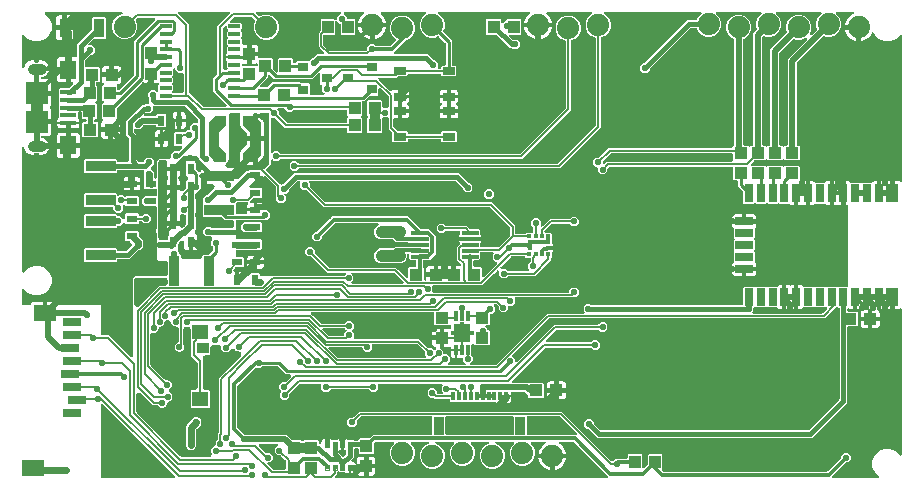
<source format=gbr>
G04 EAGLE Gerber RS-274X export*
G75*
%MOMM*%
%FSLAX34Y34*%
%LPD*%
%INTop Copper*%
%IPPOS*%
%AMOC8*
5,1,8,0,0,1.08239X$1,22.5*%
G01*
%ADD10R,1.000000X1.100000*%
%ADD11R,1.100000X1.000000*%
%ADD12R,0.990600X0.304800*%
%ADD13R,0.900000X0.800000*%
%ADD14C,0.112500*%
%ADD15R,0.850000X1.500000*%
%ADD16R,0.300000X0.655000*%
%ADD17R,1.050000X0.650000*%
%ADD18R,1.500000X0.700000*%
%ADD19R,0.700000X1.500000*%
%ADD20R,1.000000X1.500000*%
%ADD21C,1.879600*%
%ADD22R,1.350000X0.400000*%
%ADD23R,1.400000X1.600000*%
%ADD24R,1.900000X1.900000*%
%ADD25C,0.900000*%
%ADD26R,0.900000X1.600000*%
%ADD27R,0.900000X0.600000*%
%ADD28R,0.600000X0.900000*%
%ADD29R,0.635000X1.270000*%
%ADD30R,0.900000X2.500000*%
%ADD31R,2.500000X0.900000*%
%ADD32C,0.075000*%
%ADD33C,1.016000*%
%ADD34R,0.450000X0.350000*%
%ADD35R,0.350000X0.450000*%
%ADD36R,0.304800X0.812800*%
%ADD37R,1.346200X1.549400*%
%ADD38R,1.500000X0.800000*%
%ADD39R,1.900000X1.400000*%
%ADD40R,1.400000X1.300000*%
%ADD41R,1.000000X0.950000*%
%ADD42C,0.609600*%
%ADD43C,0.553200*%
%ADD44C,0.304800*%
%ADD45C,0.812800*%
%ADD46C,0.406400*%
%ADD47C,0.508000*%
%ADD48C,0.254000*%
%ADD49C,0.200000*%
%ADD50C,0.203200*%
%ADD51C,0.127000*%
%ADD52C,0.550000*%
%ADD53C,0.150000*%
%ADD54C,0.152400*%

G36*
X403191Y98324D02*
X403191Y98324D01*
X403287Y98329D01*
X403330Y98344D01*
X403375Y98351D01*
X403463Y98390D01*
X403553Y98422D01*
X403588Y98447D01*
X403632Y98467D01*
X403729Y98550D01*
X403802Y98603D01*
X447276Y142077D01*
X477802Y142077D01*
X477834Y142081D01*
X477866Y142079D01*
X477973Y142101D01*
X478081Y142117D01*
X478111Y142130D01*
X478142Y142136D01*
X478239Y142188D01*
X478338Y142233D01*
X478363Y142254D01*
X478391Y142269D01*
X478470Y142345D01*
X478553Y142416D01*
X478570Y142443D01*
X478593Y142466D01*
X478647Y142561D01*
X478707Y142652D01*
X478716Y142683D01*
X478732Y142711D01*
X478757Y142817D01*
X478789Y142922D01*
X478790Y142954D01*
X478797Y142985D01*
X478792Y143095D01*
X478793Y143204D01*
X478785Y143235D01*
X478783Y143267D01*
X478747Y143370D01*
X478718Y143476D01*
X478701Y143503D01*
X478690Y143534D01*
X478637Y143607D01*
X478570Y143716D01*
X478534Y143748D01*
X478509Y143783D01*
X477963Y144328D01*
X477963Y147672D01*
X480328Y150037D01*
X483672Y150037D01*
X484113Y149595D01*
X484190Y149538D01*
X484262Y149473D01*
X484303Y149453D01*
X484339Y149426D01*
X484429Y149392D01*
X484515Y149350D01*
X484557Y149344D01*
X484603Y149327D01*
X484730Y149317D01*
X484820Y149303D01*
X612230Y149303D01*
X612294Y149312D01*
X612358Y149311D01*
X612433Y149332D01*
X612509Y149343D01*
X612568Y149369D01*
X612630Y149386D01*
X612696Y149427D01*
X612766Y149459D01*
X612815Y149501D01*
X612870Y149534D01*
X612922Y149592D01*
X612980Y149642D01*
X613016Y149696D01*
X613059Y149744D01*
X613092Y149813D01*
X613135Y149878D01*
X613154Y149940D01*
X613182Y149997D01*
X613193Y150067D01*
X613217Y150148D01*
X613218Y150233D01*
X613229Y150302D01*
X613229Y164026D01*
X613974Y164771D01*
X622026Y164771D01*
X622293Y164504D01*
X622345Y164465D01*
X622390Y164419D01*
X622457Y164381D01*
X622519Y164334D01*
X622579Y164312D01*
X622635Y164280D01*
X622710Y164262D01*
X622783Y164235D01*
X622847Y164230D01*
X622909Y164215D01*
X622987Y164219D01*
X623064Y164213D01*
X623127Y164226D01*
X623191Y164229D01*
X623264Y164255D01*
X623340Y164271D01*
X623397Y164301D01*
X623458Y164322D01*
X623514Y164363D01*
X623589Y164403D01*
X623650Y164462D01*
X623707Y164504D01*
X623974Y164771D01*
X632026Y164771D01*
X632293Y164504D01*
X632345Y164465D01*
X632390Y164419D01*
X632457Y164381D01*
X632519Y164334D01*
X632579Y164312D01*
X632635Y164280D01*
X632710Y164262D01*
X632783Y164235D01*
X632847Y164230D01*
X632909Y164215D01*
X632987Y164219D01*
X633064Y164213D01*
X633127Y164226D01*
X633191Y164229D01*
X633264Y164255D01*
X633340Y164271D01*
X633397Y164301D01*
X633458Y164322D01*
X633514Y164363D01*
X633589Y164403D01*
X633650Y164462D01*
X633707Y164504D01*
X633974Y164771D01*
X641764Y164771D01*
X641859Y164784D01*
X641955Y164789D01*
X641998Y164804D01*
X642043Y164811D01*
X642130Y164850D01*
X642221Y164882D01*
X642256Y164907D01*
X642300Y164927D01*
X642397Y165010D01*
X642470Y165063D01*
X642940Y165533D01*
X643519Y165868D01*
X644165Y166041D01*
X646251Y166041D01*
X646251Y156750D01*
X646260Y156687D01*
X646259Y156622D01*
X646280Y156548D01*
X646291Y156471D01*
X646317Y156413D01*
X646334Y156351D01*
X646375Y156285D01*
X646407Y156214D01*
X646448Y156165D01*
X646482Y156111D01*
X646540Y156059D01*
X646590Y156000D01*
X646593Y155998D01*
X646558Y155960D01*
X646500Y155910D01*
X646464Y155856D01*
X646421Y155808D01*
X646388Y155739D01*
X646345Y155674D01*
X646326Y155612D01*
X646298Y155554D01*
X646287Y155485D01*
X646263Y155404D01*
X646262Y155319D01*
X646251Y155250D01*
X646251Y145959D01*
X644165Y145959D01*
X643519Y146132D01*
X642940Y146467D01*
X642470Y146937D01*
X642393Y146994D01*
X642322Y147059D01*
X642281Y147079D01*
X642245Y147106D01*
X642155Y147140D01*
X642068Y147182D01*
X642026Y147188D01*
X641981Y147205D01*
X641853Y147215D01*
X641764Y147229D01*
X633974Y147229D01*
X633707Y147496D01*
X633655Y147535D01*
X633610Y147581D01*
X633543Y147619D01*
X633481Y147666D01*
X633421Y147688D01*
X633365Y147720D01*
X633290Y147738D01*
X633217Y147765D01*
X633153Y147770D01*
X633090Y147785D01*
X633013Y147781D01*
X632936Y147787D01*
X632873Y147774D01*
X632809Y147771D01*
X632736Y147745D01*
X632660Y147729D01*
X632603Y147699D01*
X632542Y147678D01*
X632486Y147637D01*
X632411Y147597D01*
X632350Y147538D01*
X632293Y147496D01*
X632026Y147229D01*
X623974Y147229D01*
X623707Y147496D01*
X623655Y147535D01*
X623610Y147581D01*
X623543Y147619D01*
X623481Y147666D01*
X623421Y147688D01*
X623365Y147720D01*
X623290Y147738D01*
X623217Y147765D01*
X623153Y147770D01*
X623090Y147785D01*
X623013Y147781D01*
X622936Y147787D01*
X622873Y147774D01*
X622809Y147771D01*
X622736Y147745D01*
X622660Y147729D01*
X622603Y147699D01*
X622542Y147678D01*
X622486Y147637D01*
X622411Y147597D01*
X622350Y147538D01*
X622293Y147496D01*
X622103Y147306D01*
X622046Y147229D01*
X621981Y147158D01*
X621961Y147117D01*
X621934Y147081D01*
X621900Y146991D01*
X621858Y146904D01*
X621852Y146862D01*
X621835Y146817D01*
X621825Y146689D01*
X621811Y146600D01*
X621811Y144422D01*
X621172Y143783D01*
X621152Y143757D01*
X621128Y143736D01*
X621068Y143644D01*
X621002Y143557D01*
X620991Y143527D01*
X620973Y143500D01*
X620941Y143395D01*
X620903Y143293D01*
X620900Y143261D01*
X620891Y143230D01*
X620890Y143121D01*
X620881Y143012D01*
X620888Y142980D01*
X620887Y142948D01*
X620916Y142843D01*
X620939Y142736D01*
X620954Y142707D01*
X620962Y142676D01*
X621020Y142583D01*
X621071Y142487D01*
X621094Y142464D01*
X621111Y142436D01*
X621192Y142363D01*
X621268Y142285D01*
X621296Y142269D01*
X621320Y142247D01*
X621418Y142200D01*
X621513Y142146D01*
X621545Y142138D01*
X621574Y142124D01*
X621663Y142110D01*
X621788Y142081D01*
X621836Y142083D01*
X621878Y142077D01*
X679865Y142077D01*
X679960Y142090D01*
X680056Y142095D01*
X680099Y142110D01*
X680144Y142117D01*
X680232Y142156D01*
X680323Y142188D01*
X680357Y142213D01*
X680401Y142233D01*
X680498Y142316D01*
X680572Y142369D01*
X683996Y145794D01*
X684035Y145845D01*
X684081Y145890D01*
X684119Y145957D01*
X684165Y146019D01*
X684188Y146079D01*
X684220Y146135D01*
X684238Y146211D01*
X684265Y146283D01*
X684270Y146347D01*
X684285Y146410D01*
X684281Y146487D01*
X684287Y146564D01*
X684274Y146627D01*
X684270Y146691D01*
X684245Y146765D01*
X684229Y146840D01*
X684199Y146897D01*
X684178Y146958D01*
X684136Y147015D01*
X684097Y147089D01*
X684037Y147150D01*
X683996Y147207D01*
X683707Y147496D01*
X683655Y147535D01*
X683610Y147581D01*
X683543Y147619D01*
X683481Y147666D01*
X683421Y147688D01*
X683365Y147720D01*
X683290Y147738D01*
X683217Y147765D01*
X683153Y147770D01*
X683091Y147785D01*
X683013Y147781D01*
X682936Y147787D01*
X682873Y147774D01*
X682809Y147771D01*
X682736Y147745D01*
X682660Y147729D01*
X682603Y147699D01*
X682542Y147678D01*
X682486Y147637D01*
X682411Y147597D01*
X682350Y147538D01*
X682293Y147496D01*
X682026Y147229D01*
X673974Y147229D01*
X673707Y147496D01*
X673655Y147535D01*
X673610Y147581D01*
X673543Y147619D01*
X673481Y147666D01*
X673421Y147688D01*
X673365Y147720D01*
X673290Y147738D01*
X673217Y147765D01*
X673153Y147770D01*
X673090Y147785D01*
X673013Y147781D01*
X672936Y147787D01*
X672873Y147774D01*
X672809Y147771D01*
X672736Y147745D01*
X672660Y147729D01*
X672603Y147699D01*
X672542Y147678D01*
X672486Y147637D01*
X672411Y147597D01*
X672350Y147538D01*
X672293Y147496D01*
X672026Y147229D01*
X664236Y147229D01*
X664141Y147216D01*
X664045Y147211D01*
X664002Y147196D01*
X663957Y147189D01*
X663870Y147150D01*
X663779Y147118D01*
X663744Y147093D01*
X663700Y147073D01*
X663603Y146990D01*
X663530Y146937D01*
X663060Y146467D01*
X662481Y146132D01*
X661835Y145959D01*
X659749Y145959D01*
X659749Y155250D01*
X659740Y155313D01*
X659741Y155378D01*
X659720Y155452D01*
X659709Y155529D01*
X659683Y155587D01*
X659666Y155649D01*
X659625Y155715D01*
X659593Y155786D01*
X659551Y155835D01*
X659518Y155889D01*
X659460Y155941D01*
X659410Y156000D01*
X659407Y156002D01*
X659442Y156040D01*
X659500Y156090D01*
X659536Y156144D01*
X659579Y156192D01*
X659612Y156261D01*
X659655Y156326D01*
X659674Y156388D01*
X659702Y156446D01*
X659713Y156515D01*
X659737Y156596D01*
X659738Y156681D01*
X659749Y156750D01*
X659749Y166041D01*
X661835Y166041D01*
X662481Y165868D01*
X663060Y165533D01*
X663530Y165063D01*
X663607Y165006D01*
X663678Y164941D01*
X663719Y164921D01*
X663755Y164894D01*
X663845Y164860D01*
X663932Y164818D01*
X663974Y164812D01*
X664019Y164795D01*
X664147Y164785D01*
X664236Y164771D01*
X672026Y164771D01*
X672293Y164504D01*
X672345Y164465D01*
X672390Y164419D01*
X672457Y164381D01*
X672519Y164334D01*
X672579Y164312D01*
X672635Y164280D01*
X672710Y164262D01*
X672783Y164235D01*
X672847Y164230D01*
X672909Y164215D01*
X672987Y164219D01*
X673064Y164213D01*
X673127Y164226D01*
X673191Y164229D01*
X673264Y164255D01*
X673340Y164271D01*
X673397Y164301D01*
X673458Y164322D01*
X673514Y164363D01*
X673589Y164403D01*
X673650Y164462D01*
X673707Y164504D01*
X673974Y164771D01*
X682026Y164771D01*
X682293Y164504D01*
X682345Y164465D01*
X682390Y164419D01*
X682457Y164381D01*
X682519Y164334D01*
X682579Y164312D01*
X682635Y164280D01*
X682710Y164262D01*
X682783Y164235D01*
X682847Y164230D01*
X682910Y164215D01*
X682987Y164219D01*
X683064Y164213D01*
X683127Y164226D01*
X683191Y164229D01*
X683264Y164255D01*
X683340Y164271D01*
X683397Y164301D01*
X683458Y164322D01*
X683514Y164363D01*
X683589Y164403D01*
X683650Y164462D01*
X683707Y164504D01*
X683974Y164771D01*
X692026Y164771D01*
X692293Y164504D01*
X692345Y164465D01*
X692390Y164419D01*
X692457Y164381D01*
X692519Y164334D01*
X692579Y164312D01*
X692635Y164280D01*
X692710Y164262D01*
X692783Y164235D01*
X692847Y164230D01*
X692909Y164215D01*
X692987Y164219D01*
X693064Y164213D01*
X693127Y164226D01*
X693191Y164229D01*
X693264Y164255D01*
X693340Y164271D01*
X693397Y164301D01*
X693458Y164322D01*
X693514Y164363D01*
X693589Y164403D01*
X693650Y164462D01*
X693707Y164504D01*
X693974Y164771D01*
X700845Y164771D01*
X700908Y164780D01*
X700973Y164779D01*
X701047Y164800D01*
X701124Y164811D01*
X701182Y164837D01*
X701245Y164854D01*
X701311Y164895D01*
X701381Y164927D01*
X701430Y164969D01*
X701484Y165002D01*
X701536Y165060D01*
X701595Y165110D01*
X701630Y165164D01*
X701674Y165212D01*
X701707Y165281D01*
X701750Y165346D01*
X701769Y165408D01*
X701797Y165465D01*
X701807Y165535D01*
X701832Y165616D01*
X701833Y165701D01*
X701844Y165770D01*
X701844Y232960D01*
X701835Y233024D01*
X701836Y233088D01*
X701815Y233163D01*
X701804Y233239D01*
X701778Y233298D01*
X701761Y233360D01*
X701720Y233426D01*
X701688Y233496D01*
X701646Y233545D01*
X701613Y233600D01*
X701555Y233652D01*
X701505Y233710D01*
X701451Y233746D01*
X701403Y233789D01*
X701334Y233822D01*
X701269Y233865D01*
X701207Y233884D01*
X701149Y233912D01*
X701080Y233923D01*
X700999Y233947D01*
X700914Y233948D01*
X700845Y233959D01*
X699749Y233959D01*
X699749Y243250D01*
X699740Y243313D01*
X699741Y243378D01*
X699720Y243452D01*
X699709Y243529D01*
X699683Y243587D01*
X699666Y243649D01*
X699625Y243715D01*
X699593Y243786D01*
X699551Y243835D01*
X699518Y243889D01*
X699460Y243941D01*
X699410Y244000D01*
X699407Y244002D01*
X699442Y244040D01*
X699500Y244090D01*
X699536Y244144D01*
X699579Y244192D01*
X699612Y244261D01*
X699655Y244326D01*
X699674Y244388D01*
X699702Y244446D01*
X699713Y244515D01*
X699737Y244596D01*
X699738Y244681D01*
X699749Y244750D01*
X699749Y254041D01*
X701835Y254041D01*
X702481Y253868D01*
X703060Y253533D01*
X703530Y253063D01*
X703607Y253006D01*
X703678Y252941D01*
X703719Y252921D01*
X703755Y252894D01*
X703845Y252860D01*
X703932Y252818D01*
X703974Y252812D01*
X704019Y252795D01*
X704147Y252785D01*
X704236Y252771D01*
X712026Y252771D01*
X712293Y252504D01*
X712345Y252465D01*
X712390Y252419D01*
X712457Y252381D01*
X712519Y252334D01*
X712579Y252312D01*
X712635Y252280D01*
X712710Y252262D01*
X712783Y252235D01*
X712847Y252230D01*
X712909Y252215D01*
X712987Y252219D01*
X713064Y252213D01*
X713127Y252226D01*
X713191Y252229D01*
X713264Y252255D01*
X713340Y252271D01*
X713397Y252301D01*
X713458Y252322D01*
X713514Y252363D01*
X713589Y252403D01*
X713650Y252462D01*
X713707Y252504D01*
X713974Y252771D01*
X721764Y252771D01*
X721859Y252784D01*
X721955Y252789D01*
X721998Y252804D01*
X722043Y252811D01*
X722130Y252850D01*
X722221Y252882D01*
X722256Y252907D01*
X722300Y252927D01*
X722397Y253010D01*
X722470Y253063D01*
X722940Y253533D01*
X723519Y253868D01*
X724165Y254041D01*
X726251Y254041D01*
X726251Y244750D01*
X726260Y244687D01*
X726259Y244622D01*
X726280Y244548D01*
X726291Y244471D01*
X726317Y244413D01*
X726334Y244351D01*
X726375Y244285D01*
X726407Y244214D01*
X726448Y244165D01*
X726482Y244111D01*
X726540Y244059D01*
X726590Y244000D01*
X726644Y243965D01*
X726692Y243922D01*
X726761Y243888D01*
X726826Y243845D01*
X726888Y243827D01*
X726945Y243799D01*
X727015Y243788D01*
X727096Y243763D01*
X727181Y243762D01*
X727250Y243751D01*
X727751Y243751D01*
X727751Y243250D01*
X727760Y243186D01*
X727759Y243122D01*
X727780Y243047D01*
X727791Y242971D01*
X727817Y242912D01*
X727834Y242850D01*
X727875Y242784D01*
X727907Y242714D01*
X727949Y242665D01*
X727983Y242610D01*
X728040Y242558D01*
X728090Y242500D01*
X728144Y242464D01*
X728192Y242421D01*
X728261Y242388D01*
X728326Y242345D01*
X728388Y242326D01*
X728446Y242298D01*
X728515Y242287D01*
X728596Y242263D01*
X728681Y242262D01*
X728750Y242251D01*
X734379Y242251D01*
X734380Y242250D01*
X734434Y242214D01*
X734482Y242171D01*
X734551Y242138D01*
X734616Y242095D01*
X734678Y242076D01*
X734735Y242048D01*
X734805Y242038D01*
X734886Y242013D01*
X734971Y242012D01*
X735040Y242001D01*
X738500Y242001D01*
X738564Y242010D01*
X738628Y242009D01*
X738702Y242030D01*
X738779Y242041D01*
X738838Y242067D01*
X738900Y242084D01*
X738966Y242125D01*
X739036Y242157D01*
X739085Y242199D01*
X739140Y242232D01*
X739191Y242290D01*
X739250Y242340D01*
X739286Y242394D01*
X739329Y242442D01*
X739362Y242511D01*
X739405Y242576D01*
X739424Y242638D01*
X739452Y242695D01*
X739462Y242765D01*
X739487Y242846D01*
X739488Y242931D01*
X739499Y243000D01*
X739499Y244001D01*
X740500Y244001D01*
X740564Y244010D01*
X740628Y244009D01*
X740703Y244030D01*
X740779Y244041D01*
X740838Y244067D01*
X740900Y244084D01*
X740966Y244125D01*
X741036Y244157D01*
X741085Y244199D01*
X741140Y244232D01*
X741192Y244290D01*
X741250Y244340D01*
X741286Y244394D01*
X741329Y244442D01*
X741362Y244511D01*
X741405Y244576D01*
X741424Y244638D01*
X741452Y244696D01*
X741462Y244765D01*
X741487Y244846D01*
X741488Y244931D01*
X741499Y245000D01*
X741499Y254041D01*
X744835Y254041D01*
X745481Y253868D01*
X745960Y253591D01*
X746000Y253575D01*
X746036Y253551D01*
X746131Y253522D01*
X746222Y253485D01*
X746265Y253481D01*
X746306Y253469D01*
X746404Y253467D01*
X746503Y253458D01*
X746545Y253466D01*
X746588Y253465D01*
X746683Y253491D01*
X746780Y253509D01*
X746818Y253529D01*
X746860Y253540D01*
X746944Y253592D01*
X747032Y253636D01*
X747063Y253666D01*
X747100Y253688D01*
X747166Y253762D01*
X747238Y253829D01*
X747260Y253866D01*
X747289Y253898D01*
X747332Y253986D01*
X747382Y254071D01*
X747393Y254113D01*
X747412Y254151D01*
X747425Y254236D01*
X747453Y254344D01*
X747451Y254404D01*
X747459Y254456D01*
X747459Y377312D01*
X747455Y377344D01*
X747457Y377376D01*
X747435Y377483D01*
X747419Y377591D01*
X747406Y377620D01*
X747400Y377652D01*
X747348Y377748D01*
X747303Y377848D01*
X747282Y377872D01*
X747267Y377901D01*
X747191Y377979D01*
X747120Y378062D01*
X747093Y378080D01*
X747070Y378103D01*
X746975Y378157D01*
X746884Y378217D01*
X746853Y378226D01*
X746825Y378242D01*
X746719Y378267D01*
X746614Y378299D01*
X746582Y378299D01*
X746551Y378307D01*
X746441Y378301D01*
X746332Y378303D01*
X746301Y378294D01*
X746269Y378292D01*
X746166Y378257D01*
X746060Y378227D01*
X746033Y378210D01*
X746002Y378200D01*
X745929Y378147D01*
X745820Y378079D01*
X745788Y378043D01*
X745753Y378018D01*
X742104Y374368D01*
X737495Y372459D01*
X732505Y372459D01*
X727896Y374369D01*
X724369Y377896D01*
X723703Y379503D01*
X723634Y379619D01*
X723568Y379735D01*
X723563Y379740D01*
X723559Y379746D01*
X723462Y379837D01*
X723365Y379930D01*
X723359Y379934D01*
X723354Y379939D01*
X723235Y379999D01*
X723116Y380062D01*
X723109Y380063D01*
X723102Y380066D01*
X722970Y380091D01*
X722839Y380118D01*
X722832Y380118D01*
X722825Y380119D01*
X722692Y380106D01*
X722558Y380095D01*
X722552Y380092D01*
X722544Y380092D01*
X722420Y380042D01*
X722295Y379994D01*
X722289Y379990D01*
X722282Y379987D01*
X722177Y379905D01*
X722070Y379824D01*
X722066Y379818D01*
X722060Y379814D01*
X721895Y379585D01*
X721893Y379579D01*
X721889Y379574D01*
X721211Y378243D01*
X720106Y376722D01*
X718778Y375394D01*
X717257Y374289D01*
X715583Y373436D01*
X713796Y372855D01*
X712999Y372729D01*
X712999Y383500D01*
X712990Y383563D01*
X712991Y383628D01*
X712970Y383702D01*
X712959Y383779D01*
X712933Y383838D01*
X712916Y383900D01*
X712875Y383966D01*
X712843Y384036D01*
X712801Y384085D01*
X712768Y384140D01*
X712710Y384191D01*
X712660Y384250D01*
X712606Y384286D01*
X712558Y384329D01*
X712489Y384362D01*
X712424Y384405D01*
X712362Y384424D01*
X712305Y384452D01*
X712235Y384462D01*
X712154Y384487D01*
X712069Y384488D01*
X712000Y384499D01*
X710999Y384499D01*
X710999Y385500D01*
X710990Y385564D01*
X710991Y385628D01*
X710970Y385703D01*
X710959Y385779D01*
X710933Y385838D01*
X710916Y385900D01*
X710875Y385966D01*
X710843Y386036D01*
X710801Y386085D01*
X710768Y386140D01*
X710710Y386192D01*
X710660Y386250D01*
X710606Y386286D01*
X710558Y386329D01*
X710489Y386362D01*
X710424Y386405D01*
X710362Y386424D01*
X710304Y386452D01*
X710235Y386462D01*
X710154Y386487D01*
X710069Y386488D01*
X710000Y386499D01*
X699229Y386499D01*
X699355Y387296D01*
X699936Y389083D01*
X700789Y390757D01*
X701894Y392278D01*
X703222Y393606D01*
X704743Y394711D01*
X706428Y395570D01*
X706467Y395597D01*
X706511Y395617D01*
X706582Y395678D01*
X706659Y395732D01*
X706689Y395769D01*
X706725Y395800D01*
X706776Y395879D01*
X706835Y395952D01*
X706853Y395996D01*
X706879Y396036D01*
X706907Y396126D01*
X706943Y396213D01*
X706948Y396260D01*
X706962Y396306D01*
X706963Y396400D01*
X706973Y396493D01*
X706965Y396540D01*
X706966Y396588D01*
X706940Y396678D01*
X706924Y396771D01*
X706903Y396814D01*
X706890Y396860D01*
X706841Y396940D01*
X706799Y397024D01*
X706767Y397059D01*
X706742Y397100D01*
X706672Y397163D01*
X706609Y397232D01*
X706568Y397257D01*
X706533Y397289D01*
X706448Y397330D01*
X706368Y397378D01*
X706322Y397391D01*
X706279Y397412D01*
X706198Y397424D01*
X706096Y397452D01*
X706030Y397451D01*
X705975Y397459D01*
X692681Y397459D01*
X692649Y397455D01*
X692617Y397457D01*
X692510Y397435D01*
X692402Y397419D01*
X692372Y397406D01*
X692341Y397400D01*
X692244Y397348D01*
X692145Y397303D01*
X692120Y397282D01*
X692092Y397267D01*
X692014Y397191D01*
X691931Y397120D01*
X691913Y397093D01*
X691890Y397070D01*
X691836Y396975D01*
X691776Y396884D01*
X691767Y396853D01*
X691751Y396825D01*
X691726Y396719D01*
X691694Y396614D01*
X691693Y396582D01*
X691686Y396551D01*
X691691Y396441D01*
X691690Y396332D01*
X691699Y396301D01*
X691700Y396269D01*
X691736Y396166D01*
X691765Y396060D01*
X691782Y396033D01*
X691793Y396002D01*
X691846Y395929D01*
X691913Y395820D01*
X691949Y395788D01*
X691974Y395753D01*
X694645Y393083D01*
X696269Y389162D01*
X696269Y384918D01*
X694644Y380997D01*
X691643Y377996D01*
X687722Y376371D01*
X683478Y376371D01*
X681862Y377041D01*
X681853Y377043D01*
X681845Y377048D01*
X681716Y377078D01*
X681589Y377111D01*
X681580Y377110D01*
X681570Y377113D01*
X681438Y377106D01*
X681307Y377102D01*
X681298Y377099D01*
X681289Y377098D01*
X681164Y377055D01*
X681039Y377014D01*
X681031Y377009D01*
X681022Y377006D01*
X680960Y376960D01*
X680806Y376855D01*
X680791Y376837D01*
X680773Y376824D01*
X658603Y354654D01*
X658546Y354577D01*
X658481Y354506D01*
X658461Y354465D01*
X658434Y354429D01*
X658400Y354339D01*
X658358Y354252D01*
X658352Y354210D01*
X658335Y354165D01*
X658325Y354037D01*
X658311Y353948D01*
X658311Y285270D01*
X658319Y285211D01*
X658319Y285201D01*
X658320Y285198D01*
X658319Y285142D01*
X658340Y285067D01*
X658351Y284991D01*
X658377Y284932D01*
X658394Y284870D01*
X658435Y284804D01*
X658467Y284734D01*
X658509Y284685D01*
X658542Y284630D01*
X658600Y284578D01*
X658650Y284520D01*
X658704Y284484D01*
X658752Y284441D01*
X658821Y284408D01*
X658886Y284365D01*
X658948Y284346D01*
X659005Y284318D01*
X659075Y284307D01*
X659156Y284283D01*
X659241Y284282D01*
X659310Y284271D01*
X660526Y284271D01*
X661271Y283526D01*
X661271Y272474D01*
X660526Y271729D01*
X648474Y271729D01*
X647957Y272246D01*
X647905Y272285D01*
X647860Y272331D01*
X647793Y272369D01*
X647731Y272416D01*
X647671Y272438D01*
X647615Y272470D01*
X647540Y272488D01*
X647467Y272515D01*
X647403Y272520D01*
X647341Y272535D01*
X647263Y272531D01*
X647186Y272537D01*
X647123Y272524D01*
X647059Y272521D01*
X646986Y272495D01*
X646910Y272479D01*
X646853Y272449D01*
X646792Y272428D01*
X646736Y272387D01*
X646661Y272347D01*
X646600Y272288D01*
X646543Y272246D01*
X646026Y271729D01*
X633974Y271729D01*
X633457Y272246D01*
X633405Y272285D01*
X633360Y272331D01*
X633293Y272369D01*
X633231Y272416D01*
X633171Y272438D01*
X633115Y272470D01*
X633040Y272488D01*
X632967Y272515D01*
X632903Y272520D01*
X632840Y272535D01*
X632763Y272531D01*
X632686Y272537D01*
X632623Y272524D01*
X632559Y272521D01*
X632486Y272495D01*
X632410Y272479D01*
X632353Y272449D01*
X632292Y272428D01*
X632236Y272387D01*
X632161Y272347D01*
X632100Y272288D01*
X632043Y272246D01*
X631526Y271729D01*
X622854Y271729D01*
X622760Y271716D01*
X622663Y271711D01*
X622620Y271696D01*
X622575Y271689D01*
X622488Y271650D01*
X622397Y271618D01*
X622363Y271593D01*
X622318Y271573D01*
X622221Y271490D01*
X622148Y271437D01*
X619688Y268977D01*
X619669Y268951D01*
X619644Y268930D01*
X619584Y268838D01*
X619519Y268751D01*
X619507Y268721D01*
X619490Y268694D01*
X619458Y268589D01*
X619419Y268487D01*
X619417Y268455D01*
X619407Y268424D01*
X619406Y268315D01*
X619397Y268206D01*
X619404Y268174D01*
X619403Y268142D01*
X619433Y268037D01*
X619455Y267930D01*
X619470Y267901D01*
X619479Y267870D01*
X619536Y267777D01*
X619587Y267681D01*
X619610Y267658D01*
X619627Y267630D01*
X619708Y267557D01*
X619784Y267479D01*
X619812Y267463D01*
X619836Y267441D01*
X619934Y267394D01*
X620029Y267340D01*
X620061Y267332D01*
X620090Y267318D01*
X620179Y267304D01*
X620304Y267275D01*
X620352Y267277D01*
X620394Y267271D01*
X631526Y267271D01*
X632043Y266754D01*
X632095Y266715D01*
X632140Y266669D01*
X632207Y266631D01*
X632269Y266584D01*
X632329Y266562D01*
X632385Y266530D01*
X632460Y266512D01*
X632533Y266485D01*
X632597Y266480D01*
X632659Y266465D01*
X632737Y266469D01*
X632814Y266463D01*
X632877Y266476D01*
X632941Y266479D01*
X633014Y266505D01*
X633090Y266521D01*
X633147Y266551D01*
X633208Y266572D01*
X633264Y266613D01*
X633339Y266653D01*
X633400Y266712D01*
X633457Y266754D01*
X633974Y267271D01*
X646026Y267271D01*
X646543Y266754D01*
X646595Y266715D01*
X646640Y266669D01*
X646707Y266631D01*
X646769Y266584D01*
X646829Y266562D01*
X646885Y266530D01*
X646960Y266512D01*
X647033Y266485D01*
X647097Y266480D01*
X647160Y266465D01*
X647237Y266469D01*
X647314Y266463D01*
X647377Y266476D01*
X647441Y266479D01*
X647514Y266505D01*
X647590Y266521D01*
X647647Y266551D01*
X647708Y266572D01*
X647764Y266613D01*
X647839Y266653D01*
X647900Y266712D01*
X647957Y266754D01*
X648474Y267271D01*
X660526Y267271D01*
X661271Y266526D01*
X661271Y255364D01*
X661250Y255290D01*
X661215Y255197D01*
X661211Y255154D01*
X661200Y255113D01*
X661201Y255014D01*
X661193Y254916D01*
X661202Y254874D01*
X661202Y254831D01*
X661230Y254737D01*
X661250Y254640D01*
X661271Y254602D01*
X661283Y254561D01*
X661337Y254478D01*
X661383Y254391D01*
X661413Y254360D01*
X661436Y254324D01*
X661511Y254260D01*
X661580Y254189D01*
X661617Y254168D01*
X661650Y254139D01*
X661728Y254105D01*
X661825Y254050D01*
X661884Y254036D01*
X661932Y254015D01*
X662481Y253868D01*
X662500Y253856D01*
X662580Y253824D01*
X662655Y253784D01*
X662710Y253772D01*
X662762Y253751D01*
X662847Y253743D01*
X662931Y253725D01*
X662987Y253729D01*
X663043Y253723D01*
X663127Y253739D01*
X663212Y253745D01*
X663261Y253764D01*
X663320Y253775D01*
X663420Y253825D01*
X663500Y253856D01*
X663519Y253868D01*
X664165Y254041D01*
X666251Y254041D01*
X666251Y245749D01*
X658750Y245749D01*
X658687Y245740D01*
X658622Y245741D01*
X658548Y245720D01*
X658471Y245709D01*
X658413Y245683D01*
X658351Y245666D01*
X658285Y245625D01*
X658214Y245593D01*
X658165Y245551D01*
X658111Y245518D01*
X658059Y245460D01*
X658000Y245410D01*
X657965Y245356D01*
X657922Y245308D01*
X657888Y245239D01*
X657845Y245174D01*
X657827Y245112D01*
X657799Y245055D01*
X657788Y244985D01*
X657763Y244904D01*
X657762Y244819D01*
X657751Y244750D01*
X657751Y244249D01*
X657250Y244249D01*
X657186Y244240D01*
X657122Y244241D01*
X657047Y244220D01*
X656971Y244209D01*
X656912Y244183D01*
X656850Y244166D01*
X656784Y244125D01*
X656714Y244093D01*
X656665Y244051D01*
X656610Y244017D01*
X656558Y243960D01*
X656500Y243910D01*
X656464Y243856D01*
X656421Y243808D01*
X656388Y243739D01*
X656345Y243674D01*
X656326Y243612D01*
X656298Y243554D01*
X656287Y243485D01*
X656263Y243404D01*
X656262Y243319D01*
X656251Y243250D01*
X656251Y233959D01*
X654165Y233959D01*
X653519Y234132D01*
X652940Y234467D01*
X652470Y234937D01*
X652393Y234994D01*
X652322Y235059D01*
X652281Y235079D01*
X652245Y235106D01*
X652155Y235140D01*
X652068Y235182D01*
X652026Y235188D01*
X651981Y235205D01*
X651853Y235215D01*
X651764Y235229D01*
X643974Y235229D01*
X643707Y235496D01*
X643655Y235535D01*
X643610Y235581D01*
X643543Y235619D01*
X643481Y235666D01*
X643421Y235688D01*
X643365Y235720D01*
X643290Y235738D01*
X643217Y235765D01*
X643153Y235770D01*
X643090Y235785D01*
X643013Y235781D01*
X642936Y235787D01*
X642873Y235774D01*
X642809Y235771D01*
X642736Y235745D01*
X642660Y235729D01*
X642603Y235699D01*
X642542Y235678D01*
X642486Y235637D01*
X642411Y235597D01*
X642350Y235538D01*
X642293Y235496D01*
X642026Y235229D01*
X633974Y235229D01*
X633707Y235496D01*
X633655Y235535D01*
X633610Y235581D01*
X633543Y235619D01*
X633481Y235666D01*
X633421Y235688D01*
X633365Y235720D01*
X633290Y235738D01*
X633217Y235765D01*
X633153Y235770D01*
X633090Y235785D01*
X633013Y235781D01*
X632936Y235787D01*
X632873Y235774D01*
X632809Y235771D01*
X632736Y235745D01*
X632660Y235729D01*
X632603Y235699D01*
X632542Y235678D01*
X632486Y235637D01*
X632411Y235597D01*
X632350Y235538D01*
X632293Y235496D01*
X632026Y235229D01*
X623974Y235229D01*
X623707Y235496D01*
X623655Y235535D01*
X623610Y235581D01*
X623543Y235619D01*
X623481Y235666D01*
X623421Y235688D01*
X623365Y235720D01*
X623290Y235738D01*
X623217Y235765D01*
X623153Y235770D01*
X623090Y235785D01*
X623013Y235781D01*
X622936Y235787D01*
X622873Y235774D01*
X622809Y235771D01*
X622736Y235745D01*
X622660Y235729D01*
X622603Y235699D01*
X622542Y235678D01*
X622486Y235637D01*
X622411Y235597D01*
X622350Y235538D01*
X622293Y235496D01*
X622026Y235229D01*
X613974Y235229D01*
X613229Y235974D01*
X613229Y244764D01*
X613216Y244859D01*
X613211Y244955D01*
X613196Y244998D01*
X613189Y245043D01*
X613150Y245130D01*
X613118Y245221D01*
X613093Y245256D01*
X613073Y245300D01*
X612990Y245397D01*
X612937Y245470D01*
X610240Y248167D01*
X608459Y249948D01*
X608459Y253730D01*
X608450Y253794D01*
X608451Y253858D01*
X608430Y253933D01*
X608419Y254009D01*
X608393Y254068D01*
X608376Y254130D01*
X608335Y254196D01*
X608303Y254266D01*
X608261Y254315D01*
X608228Y254370D01*
X608170Y254422D01*
X608120Y254480D01*
X608066Y254516D01*
X608018Y254559D01*
X607949Y254592D01*
X607884Y254635D01*
X607822Y254654D01*
X607765Y254682D01*
X607695Y254693D01*
X607614Y254717D01*
X607529Y254718D01*
X607460Y254729D01*
X604974Y254729D01*
X604229Y255474D01*
X604229Y265230D01*
X604220Y265294D01*
X604221Y265358D01*
X604200Y265433D01*
X604189Y265509D01*
X604163Y265568D01*
X604146Y265630D01*
X604105Y265696D01*
X604073Y265766D01*
X604031Y265815D01*
X603998Y265870D01*
X603940Y265922D01*
X603890Y265980D01*
X603836Y266016D01*
X603788Y266059D01*
X603719Y266092D01*
X603654Y266135D01*
X603592Y266154D01*
X603535Y266182D01*
X603465Y266193D01*
X603384Y266217D01*
X603299Y266218D01*
X603230Y266229D01*
X499914Y266229D01*
X499820Y266216D01*
X499723Y266211D01*
X499680Y266196D01*
X499635Y266189D01*
X499548Y266150D01*
X499457Y266118D01*
X499422Y266093D01*
X499378Y266073D01*
X499281Y265990D01*
X499208Y265937D01*
X498389Y265118D01*
X498332Y265041D01*
X498267Y264970D01*
X498247Y264929D01*
X498220Y264893D01*
X498186Y264802D01*
X498144Y264716D01*
X498138Y264674D01*
X498121Y264629D01*
X498111Y264506D01*
X498109Y264498D01*
X498109Y264487D01*
X498097Y264412D01*
X498097Y262328D01*
X495732Y259963D01*
X492388Y259963D01*
X490023Y262328D01*
X490023Y264964D01*
X490014Y265028D01*
X490015Y265092D01*
X489994Y265167D01*
X489983Y265243D01*
X489957Y265302D01*
X489940Y265364D01*
X489899Y265430D01*
X489867Y265500D01*
X489825Y265549D01*
X489792Y265604D01*
X489734Y265656D01*
X489684Y265714D01*
X489630Y265750D01*
X489582Y265793D01*
X489513Y265826D01*
X489448Y265869D01*
X489386Y265888D01*
X489329Y265916D01*
X489259Y265927D01*
X489178Y265951D01*
X489093Y265952D01*
X489024Y265963D01*
X488328Y265963D01*
X485963Y268328D01*
X485963Y271672D01*
X488328Y274037D01*
X490412Y274037D01*
X490506Y274050D01*
X490603Y274055D01*
X490646Y274070D01*
X490691Y274077D01*
X490778Y274116D01*
X490869Y274148D01*
X490904Y274173D01*
X490948Y274193D01*
X491045Y274276D01*
X491118Y274329D01*
X499059Y282271D01*
X603230Y282271D01*
X603294Y282280D01*
X603358Y282279D01*
X603433Y282300D01*
X603509Y282311D01*
X603568Y282337D01*
X603630Y282354D01*
X603696Y282395D01*
X603766Y282427D01*
X603815Y282469D01*
X603870Y282502D01*
X603922Y282560D01*
X603980Y282610D01*
X604016Y282664D01*
X604059Y282712D01*
X604092Y282781D01*
X604135Y282846D01*
X604154Y282908D01*
X604182Y282965D01*
X604193Y283035D01*
X604217Y283116D01*
X604218Y283201D01*
X604229Y283270D01*
X604229Y283526D01*
X605150Y284447D01*
X605175Y284469D01*
X605230Y284502D01*
X605282Y284560D01*
X605340Y284610D01*
X605376Y284664D01*
X605419Y284712D01*
X605452Y284781D01*
X605495Y284846D01*
X605514Y284908D01*
X605542Y284965D01*
X605553Y285035D01*
X605577Y285116D01*
X605578Y285201D01*
X605589Y285270D01*
X605589Y373863D01*
X605588Y373872D01*
X605589Y373882D01*
X605568Y374012D01*
X605549Y374142D01*
X605546Y374151D01*
X605544Y374160D01*
X605487Y374280D01*
X605433Y374399D01*
X605427Y374406D01*
X605423Y374415D01*
X605335Y374514D01*
X605250Y374613D01*
X605242Y374619D01*
X605236Y374626D01*
X605170Y374666D01*
X605014Y374768D01*
X604991Y374775D01*
X604972Y374786D01*
X603357Y375455D01*
X600356Y378457D01*
X598731Y382378D01*
X598731Y386622D01*
X600356Y390543D01*
X603357Y393544D01*
X607278Y395169D01*
X611522Y395169D01*
X615443Y393544D01*
X618444Y390543D01*
X620069Y386622D01*
X620069Y382378D01*
X618444Y378457D01*
X615443Y375455D01*
X613828Y374786D01*
X613820Y374781D01*
X613810Y374779D01*
X613697Y374709D01*
X613585Y374643D01*
X613578Y374636D01*
X613570Y374631D01*
X613482Y374533D01*
X613392Y374437D01*
X613388Y374428D01*
X613381Y374421D01*
X613324Y374303D01*
X613264Y374185D01*
X613262Y374176D01*
X613258Y374168D01*
X613246Y374092D01*
X613212Y373908D01*
X613214Y373884D01*
X613211Y373863D01*
X613211Y285270D01*
X613219Y285211D01*
X613219Y285201D01*
X613220Y285198D01*
X613219Y285142D01*
X613240Y285067D01*
X613251Y284991D01*
X613277Y284932D01*
X613294Y284870D01*
X613335Y284804D01*
X613367Y284734D01*
X613409Y284685D01*
X613442Y284630D01*
X613500Y284578D01*
X613550Y284520D01*
X613604Y284484D01*
X613652Y284441D01*
X613721Y284408D01*
X613786Y284365D01*
X613848Y284346D01*
X613905Y284318D01*
X613975Y284307D01*
X614056Y284283D01*
X614141Y284282D01*
X614210Y284271D01*
X617026Y284271D01*
X617543Y283754D01*
X617595Y283715D01*
X617640Y283669D01*
X617707Y283631D01*
X617769Y283584D01*
X617829Y283562D01*
X617885Y283530D01*
X617960Y283512D01*
X618033Y283485D01*
X618097Y283480D01*
X618160Y283465D01*
X618237Y283469D01*
X618314Y283463D01*
X618377Y283476D01*
X618441Y283479D01*
X618514Y283505D01*
X618590Y283521D01*
X618647Y283551D01*
X618708Y283572D01*
X618764Y283613D01*
X618839Y283653D01*
X618900Y283712D01*
X618957Y283754D01*
X619474Y284271D01*
X620690Y284271D01*
X620754Y284280D01*
X620818Y284279D01*
X620893Y284300D01*
X620969Y284311D01*
X621028Y284337D01*
X621090Y284354D01*
X621156Y284395D01*
X621226Y284427D01*
X621275Y284469D01*
X621330Y284502D01*
X621382Y284560D01*
X621440Y284610D01*
X621476Y284664D01*
X621519Y284712D01*
X621552Y284781D01*
X621595Y284846D01*
X621614Y284908D01*
X621642Y284965D01*
X621653Y285035D01*
X621677Y285116D01*
X621678Y285201D01*
X621689Y285270D01*
X621689Y379318D01*
X624584Y382213D01*
X624590Y382221D01*
X624597Y382227D01*
X624674Y382333D01*
X624753Y382439D01*
X624757Y382448D01*
X624762Y382455D01*
X624806Y382579D01*
X624853Y382703D01*
X624853Y382712D01*
X624857Y382721D01*
X624864Y382852D01*
X624875Y382984D01*
X624873Y382993D01*
X624873Y383003D01*
X624855Y383078D01*
X624817Y383260D01*
X624806Y383281D01*
X624801Y383302D01*
X624131Y384918D01*
X624131Y389162D01*
X625755Y393083D01*
X628426Y395753D01*
X628445Y395779D01*
X628469Y395800D01*
X628529Y395892D01*
X628595Y395979D01*
X628606Y396009D01*
X628624Y396036D01*
X628656Y396141D01*
X628694Y396243D01*
X628697Y396275D01*
X628706Y396306D01*
X628708Y396415D01*
X628716Y396524D01*
X628710Y396556D01*
X628710Y396588D01*
X628681Y396693D01*
X628659Y396800D01*
X628643Y396829D01*
X628635Y396860D01*
X628577Y396953D01*
X628526Y397049D01*
X628504Y397072D01*
X628487Y397100D01*
X628406Y397173D01*
X628329Y397251D01*
X628301Y397267D01*
X628277Y397289D01*
X628179Y397336D01*
X628084Y397390D01*
X628053Y397398D01*
X628024Y397412D01*
X627934Y397426D01*
X627810Y397455D01*
X627761Y397453D01*
X627719Y397459D01*
X591081Y397459D01*
X591049Y397455D01*
X591017Y397457D01*
X590910Y397435D01*
X590802Y397419D01*
X590772Y397406D01*
X590741Y397400D01*
X590644Y397348D01*
X590545Y397303D01*
X590520Y397282D01*
X590492Y397267D01*
X590414Y397191D01*
X590331Y397120D01*
X590313Y397093D01*
X590290Y397070D01*
X590236Y396975D01*
X590176Y396884D01*
X590167Y396853D01*
X590151Y396825D01*
X590126Y396719D01*
X590094Y396614D01*
X590093Y396582D01*
X590086Y396551D01*
X590091Y396441D01*
X590090Y396332D01*
X590099Y396301D01*
X590100Y396269D01*
X590136Y396166D01*
X590165Y396060D01*
X590182Y396033D01*
X590193Y396002D01*
X590246Y395929D01*
X590313Y395820D01*
X590349Y395788D01*
X590374Y395753D01*
X593045Y393083D01*
X594669Y389162D01*
X594669Y384918D01*
X593044Y380997D01*
X590043Y377996D01*
X586122Y376371D01*
X581878Y376371D01*
X577957Y377996D01*
X574956Y380997D01*
X574076Y383120D01*
X574071Y383129D01*
X574068Y383138D01*
X573999Y383250D01*
X573932Y383363D01*
X573925Y383370D01*
X573920Y383378D01*
X573822Y383466D01*
X573726Y383556D01*
X573718Y383560D01*
X573711Y383567D01*
X573593Y383624D01*
X573475Y383684D01*
X573466Y383686D01*
X573457Y383690D01*
X573381Y383702D01*
X573198Y383736D01*
X573174Y383734D01*
X573153Y383737D01*
X568822Y383737D01*
X568727Y383724D01*
X568631Y383719D01*
X568588Y383704D01*
X568543Y383697D01*
X568455Y383658D01*
X568364Y383626D01*
X568330Y383601D01*
X568286Y383581D01*
X568188Y383498D01*
X568115Y383445D01*
X534329Y349659D01*
X534272Y349582D01*
X534207Y349510D01*
X534187Y349469D01*
X534160Y349433D01*
X534126Y349343D01*
X534084Y349257D01*
X534078Y349215D01*
X534061Y349169D01*
X534051Y349042D01*
X534037Y348952D01*
X534037Y348328D01*
X531672Y345963D01*
X528328Y345963D01*
X525963Y348328D01*
X525963Y351672D01*
X528328Y354037D01*
X528952Y354037D01*
X529047Y354050D01*
X529143Y354055D01*
X529186Y354070D01*
X529231Y354077D01*
X529319Y354116D01*
X529410Y354148D01*
X529444Y354173D01*
X529488Y354193D01*
X529586Y354276D01*
X529659Y354329D01*
X565672Y390343D01*
X573153Y390343D01*
X573162Y390344D01*
X573171Y390343D01*
X573301Y390364D01*
X573432Y390383D01*
X573440Y390386D01*
X573450Y390388D01*
X573569Y390445D01*
X573689Y390499D01*
X573696Y390505D01*
X573705Y390509D01*
X573803Y390597D01*
X573903Y390682D01*
X573908Y390690D01*
X573915Y390696D01*
X573955Y390762D01*
X574058Y390918D01*
X574065Y390941D01*
X574076Y390960D01*
X574955Y393083D01*
X577626Y395753D01*
X577645Y395779D01*
X577669Y395800D01*
X577729Y395892D01*
X577795Y395979D01*
X577806Y396009D01*
X577824Y396036D01*
X577856Y396141D01*
X577894Y396243D01*
X577897Y396275D01*
X577906Y396306D01*
X577908Y396415D01*
X577916Y396524D01*
X577910Y396556D01*
X577910Y396588D01*
X577881Y396693D01*
X577859Y396800D01*
X577843Y396829D01*
X577835Y396860D01*
X577777Y396953D01*
X577726Y397049D01*
X577704Y397072D01*
X577687Y397100D01*
X577606Y397173D01*
X577529Y397251D01*
X577501Y397267D01*
X577477Y397289D01*
X577379Y397336D01*
X577284Y397390D01*
X577253Y397398D01*
X577224Y397412D01*
X577134Y397426D01*
X577010Y397455D01*
X576961Y397453D01*
X576919Y397459D01*
X496189Y397459D01*
X496103Y397447D01*
X496016Y397444D01*
X495964Y397427D01*
X495910Y397419D01*
X495831Y397384D01*
X495748Y397357D01*
X495703Y397326D01*
X495653Y397303D01*
X495587Y397247D01*
X495515Y397198D01*
X495480Y397155D01*
X495439Y397120D01*
X495391Y397047D01*
X495336Y396980D01*
X495314Y396930D01*
X495284Y396884D01*
X495259Y396801D01*
X495224Y396721D01*
X495218Y396667D01*
X495202Y396614D01*
X495201Y396527D01*
X495190Y396441D01*
X495199Y396387D01*
X495198Y396332D01*
X495221Y396248D01*
X495235Y396163D01*
X495259Y396113D01*
X495273Y396060D01*
X495319Y395986D01*
X495356Y395908D01*
X495392Y395867D01*
X495421Y395820D01*
X495486Y395762D01*
X495543Y395697D01*
X495587Y395671D01*
X495631Y395631D01*
X495733Y395582D01*
X495807Y395537D01*
X496343Y395314D01*
X499344Y392313D01*
X500969Y388392D01*
X500969Y384148D01*
X499344Y380227D01*
X496343Y377226D01*
X492938Y375815D01*
X492929Y375810D01*
X492920Y375807D01*
X492808Y375738D01*
X492695Y375671D01*
X492688Y375664D01*
X492680Y375659D01*
X492592Y375561D01*
X492502Y375465D01*
X492498Y375457D01*
X492491Y375450D01*
X492434Y375331D01*
X492374Y375214D01*
X492372Y375205D01*
X492368Y375196D01*
X492356Y375120D01*
X492322Y374937D01*
X492324Y374913D01*
X492321Y374892D01*
X492321Y299463D01*
X457879Y265022D01*
X237144Y265022D01*
X237049Y265008D01*
X236953Y265003D01*
X236910Y264988D01*
X236865Y264982D01*
X236778Y264942D01*
X236687Y264911D01*
X236652Y264886D01*
X236608Y264866D01*
X236511Y264782D01*
X236438Y264729D01*
X234714Y263006D01*
X231370Y263006D01*
X229006Y265370D01*
X229006Y268714D01*
X231370Y271079D01*
X234714Y271079D01*
X236438Y269356D01*
X236514Y269298D01*
X236586Y269234D01*
X236627Y269214D01*
X236663Y269186D01*
X236753Y269153D01*
X236840Y269111D01*
X236882Y269104D01*
X236927Y269087D01*
X237055Y269077D01*
X237144Y269063D01*
X455791Y269063D01*
X455886Y269077D01*
X455983Y269082D01*
X456026Y269096D01*
X456071Y269103D01*
X456158Y269142D01*
X456249Y269174D01*
X456283Y269199D01*
X456328Y269219D01*
X456425Y269302D01*
X456498Y269356D01*
X487987Y300844D01*
X488044Y300921D01*
X488109Y300993D01*
X488129Y301034D01*
X488156Y301070D01*
X488190Y301160D01*
X488232Y301246D01*
X488238Y301288D01*
X488255Y301334D01*
X488265Y301461D01*
X488279Y301551D01*
X488279Y374892D01*
X488278Y374901D01*
X488279Y374910D01*
X488258Y375040D01*
X488239Y375171D01*
X488236Y375179D01*
X488234Y375189D01*
X488177Y375308D01*
X488123Y375428D01*
X488117Y375435D01*
X488113Y375444D01*
X488025Y375542D01*
X487940Y375642D01*
X487932Y375647D01*
X487926Y375654D01*
X487860Y375694D01*
X487704Y375796D01*
X487681Y375804D01*
X487662Y375815D01*
X484257Y377226D01*
X481256Y380227D01*
X479631Y384148D01*
X479631Y388392D01*
X481256Y392313D01*
X484257Y395314D01*
X484793Y395537D01*
X484868Y395581D01*
X484947Y395617D01*
X484989Y395652D01*
X485036Y395680D01*
X485096Y395744D01*
X485161Y395800D01*
X485192Y395846D01*
X485229Y395886D01*
X485268Y395963D01*
X485316Y396036D01*
X485332Y396089D01*
X485357Y396138D01*
X485373Y396223D01*
X485398Y396306D01*
X485399Y396361D01*
X485409Y396415D01*
X485401Y396501D01*
X485402Y396588D01*
X485387Y396641D01*
X485382Y396695D01*
X485350Y396776D01*
X485327Y396860D01*
X485298Y396906D01*
X485278Y396957D01*
X485224Y397026D01*
X485179Y397100D01*
X485138Y397136D01*
X485104Y397180D01*
X485034Y397231D01*
X484969Y397289D01*
X484920Y397313D01*
X484875Y397345D01*
X484794Y397374D01*
X484716Y397412D01*
X484665Y397420D01*
X484610Y397439D01*
X484496Y397446D01*
X484411Y397459D01*
X447486Y397459D01*
X447377Y397444D01*
X447267Y397435D01*
X447238Y397424D01*
X447207Y397419D01*
X447106Y397374D01*
X447003Y397335D01*
X446978Y397316D01*
X446950Y397303D01*
X446866Y397231D01*
X446778Y397165D01*
X446759Y397140D01*
X446736Y397120D01*
X446675Y397027D01*
X446609Y396939D01*
X446598Y396910D01*
X446581Y396884D01*
X446549Y396778D01*
X446510Y396675D01*
X446508Y396644D01*
X446499Y396614D01*
X446497Y396504D01*
X446489Y396394D01*
X446495Y396363D01*
X446495Y396332D01*
X446524Y396225D01*
X446547Y396118D01*
X446562Y396090D01*
X446570Y396060D01*
X446628Y395966D01*
X446680Y395869D01*
X446701Y395848D01*
X446718Y395820D01*
X446835Y395715D01*
X446899Y395652D01*
X447278Y395376D01*
X448606Y394048D01*
X449711Y392527D01*
X450564Y390853D01*
X451145Y389066D01*
X451271Y388269D01*
X440500Y388269D01*
X440437Y388260D01*
X440372Y388261D01*
X440298Y388240D01*
X440221Y388229D01*
X440162Y388203D01*
X440100Y388186D01*
X440034Y388145D01*
X439964Y388113D01*
X439915Y388071D01*
X439860Y388038D01*
X439809Y387980D01*
X439750Y387930D01*
X439714Y387876D01*
X439671Y387828D01*
X439638Y387759D01*
X439595Y387694D01*
X439576Y387632D01*
X439548Y387575D01*
X439538Y387505D01*
X439513Y387424D01*
X439512Y387339D01*
X439501Y387270D01*
X439501Y386269D01*
X439499Y386269D01*
X439499Y387270D01*
X439490Y387332D01*
X439491Y387380D01*
X439491Y387381D01*
X439491Y387398D01*
X439470Y387473D01*
X439459Y387549D01*
X439433Y387608D01*
X439416Y387670D01*
X439375Y387736D01*
X439343Y387806D01*
X439301Y387855D01*
X439268Y387910D01*
X439210Y387962D01*
X439160Y388020D01*
X439106Y388056D01*
X439058Y388099D01*
X438989Y388132D01*
X438924Y388175D01*
X438862Y388194D01*
X438804Y388222D01*
X438735Y388232D01*
X438654Y388257D01*
X438569Y388258D01*
X438500Y388269D01*
X427729Y388269D01*
X427855Y389066D01*
X428436Y390853D01*
X429289Y392527D01*
X430394Y394048D01*
X431722Y395376D01*
X432101Y395652D01*
X432180Y395728D01*
X432264Y395800D01*
X432281Y395826D01*
X432304Y395848D01*
X432358Y395944D01*
X432419Y396036D01*
X432428Y396066D01*
X432443Y396093D01*
X432469Y396200D01*
X432501Y396306D01*
X432502Y396337D01*
X432509Y396367D01*
X432504Y396478D01*
X432505Y396588D01*
X432497Y396618D01*
X432495Y396649D01*
X432459Y396753D01*
X432430Y396860D01*
X432413Y396886D01*
X432403Y396916D01*
X432340Y397006D01*
X432282Y397100D01*
X432259Y397121D01*
X432241Y397146D01*
X432154Y397215D01*
X432072Y397289D01*
X432044Y397302D01*
X432020Y397322D01*
X431918Y397364D01*
X431819Y397412D01*
X431790Y397416D01*
X431759Y397429D01*
X431603Y397445D01*
X431514Y397459D01*
X355689Y397459D01*
X355603Y397447D01*
X355516Y397444D01*
X355464Y397427D01*
X355410Y397419D01*
X355331Y397384D01*
X355248Y397357D01*
X355203Y397326D01*
X355153Y397303D01*
X355087Y397247D01*
X355015Y397198D01*
X354980Y397155D01*
X354939Y397120D01*
X354891Y397047D01*
X354836Y396980D01*
X354814Y396930D01*
X354784Y396884D01*
X354759Y396801D01*
X354724Y396721D01*
X354718Y396667D01*
X354702Y396614D01*
X354701Y396527D01*
X354690Y396441D01*
X354699Y396387D01*
X354698Y396332D01*
X354721Y396248D01*
X354735Y396163D01*
X354759Y396113D01*
X354773Y396060D01*
X354819Y395986D01*
X354856Y395908D01*
X354892Y395867D01*
X354921Y395820D01*
X354986Y395762D01*
X355043Y395697D01*
X355087Y395671D01*
X355131Y395631D01*
X355233Y395582D01*
X355307Y395537D01*
X355843Y395314D01*
X358844Y392313D01*
X360469Y388392D01*
X360469Y384148D01*
X359273Y381262D01*
X359271Y381253D01*
X359266Y381245D01*
X359236Y381116D01*
X359203Y380989D01*
X359204Y380980D01*
X359201Y380970D01*
X359208Y380838D01*
X359212Y380707D01*
X359215Y380698D01*
X359216Y380689D01*
X359259Y380564D01*
X359300Y380439D01*
X359305Y380431D01*
X359308Y380422D01*
X359354Y380360D01*
X359459Y380206D01*
X359477Y380191D01*
X359490Y380173D01*
X366371Y373292D01*
X366371Y352820D01*
X366380Y352756D01*
X366379Y352692D01*
X366400Y352617D01*
X366411Y352541D01*
X366437Y352482D01*
X366454Y352420D01*
X366495Y352354D01*
X366527Y352284D01*
X366569Y352235D01*
X366602Y352180D01*
X366660Y352128D01*
X366710Y352070D01*
X366764Y352034D01*
X366812Y351991D01*
X366881Y351958D01*
X366946Y351915D01*
X367008Y351896D01*
X367065Y351868D01*
X367135Y351857D01*
X367216Y351833D01*
X367301Y351832D01*
X367370Y351821D01*
X369606Y351821D01*
X370351Y351076D01*
X370351Y343524D01*
X369606Y342779D01*
X358054Y342779D01*
X357309Y343524D01*
X357309Y344280D01*
X357300Y344344D01*
X357301Y344408D01*
X357280Y344483D01*
X357269Y344559D01*
X357243Y344618D01*
X357226Y344680D01*
X357185Y344746D01*
X357153Y344816D01*
X357111Y344865D01*
X357078Y344920D01*
X357020Y344972D01*
X356970Y345030D01*
X356916Y345066D01*
X356868Y345109D01*
X356799Y345142D01*
X356734Y345185D01*
X356672Y345204D01*
X356615Y345232D01*
X356545Y345243D01*
X356464Y345267D01*
X356379Y345268D01*
X356310Y345279D01*
X329850Y345279D01*
X329786Y345270D01*
X329722Y345271D01*
X329647Y345250D01*
X329571Y345239D01*
X329512Y345213D01*
X329450Y345196D01*
X329384Y345155D01*
X329314Y345123D01*
X329265Y345081D01*
X329210Y345048D01*
X329158Y344990D01*
X329100Y344940D01*
X329064Y344886D01*
X329021Y344838D01*
X328988Y344769D01*
X328945Y344704D01*
X328926Y344642D01*
X328898Y344585D01*
X328887Y344515D01*
X328863Y344434D01*
X328862Y344349D01*
X328851Y344280D01*
X328851Y343524D01*
X328106Y342779D01*
X321081Y342779D01*
X320986Y342766D01*
X320890Y342761D01*
X320847Y342746D01*
X320802Y342739D01*
X320714Y342700D01*
X320623Y342668D01*
X320589Y342643D01*
X320545Y342623D01*
X320448Y342540D01*
X320374Y342487D01*
X319667Y341779D01*
X305218Y341779D01*
X305186Y341775D01*
X305153Y341777D01*
X305047Y341755D01*
X304938Y341739D01*
X304909Y341726D01*
X304877Y341720D01*
X304781Y341668D01*
X304681Y341623D01*
X304657Y341602D01*
X304628Y341587D01*
X304550Y341511D01*
X304467Y341440D01*
X304449Y341413D01*
X304426Y341390D01*
X304373Y341295D01*
X304313Y341204D01*
X304303Y341173D01*
X304287Y341145D01*
X304262Y341038D01*
X304230Y340934D01*
X304230Y340902D01*
X304222Y340871D01*
X304228Y340761D01*
X304227Y340652D01*
X304235Y340621D01*
X304237Y340589D01*
X304273Y340486D01*
X304302Y340380D01*
X304319Y340353D01*
X304329Y340322D01*
X304383Y340249D01*
X304450Y340140D01*
X304486Y340108D01*
X304511Y340073D01*
X313804Y330780D01*
X313855Y330742D01*
X313900Y330696D01*
X313968Y330658D01*
X314030Y330611D01*
X314090Y330588D01*
X314146Y330557D01*
X314221Y330539D01*
X314294Y330512D01*
X314358Y330507D01*
X314420Y330492D01*
X314498Y330496D01*
X314575Y330490D01*
X314638Y330503D01*
X314702Y330506D01*
X314775Y330532D01*
X314851Y330547D01*
X314907Y330578D01*
X314968Y330599D01*
X315025Y330640D01*
X315100Y330680D01*
X315160Y330739D01*
X315217Y330780D01*
X315520Y331083D01*
X316099Y331418D01*
X316745Y331591D01*
X320706Y331591D01*
X320706Y326425D01*
X320715Y326362D01*
X320714Y326297D01*
X320735Y326223D01*
X320746Y326146D01*
X320772Y326088D01*
X320789Y326026D01*
X320830Y325960D01*
X320862Y325889D01*
X320903Y325840D01*
X320930Y325797D01*
X320919Y325781D01*
X320876Y325733D01*
X320843Y325664D01*
X320800Y325599D01*
X320781Y325537D01*
X320753Y325479D01*
X320742Y325410D01*
X320718Y325329D01*
X320717Y325244D01*
X320706Y325175D01*
X320706Y320040D01*
X320715Y319976D01*
X320714Y319912D01*
X320735Y319837D01*
X320746Y319761D01*
X320772Y319702D01*
X320789Y319640D01*
X320816Y319597D01*
X320816Y313875D01*
X320825Y313812D01*
X320824Y313747D01*
X320845Y313673D01*
X320856Y313596D01*
X320882Y313538D01*
X320899Y313476D01*
X320940Y313410D01*
X320972Y313339D01*
X321013Y313290D01*
X321040Y313247D01*
X321029Y313231D01*
X320986Y313183D01*
X320953Y313114D01*
X320910Y313049D01*
X320891Y312987D01*
X320863Y312929D01*
X320852Y312860D01*
X320828Y312779D01*
X320827Y312694D01*
X320816Y312625D01*
X320816Y307459D01*
X317960Y307459D01*
X317896Y307450D01*
X317832Y307451D01*
X317757Y307430D01*
X317681Y307419D01*
X317622Y307393D01*
X317560Y307376D01*
X317494Y307335D01*
X317424Y307303D01*
X317375Y307261D01*
X317320Y307228D01*
X317268Y307170D01*
X317210Y307120D01*
X317174Y307066D01*
X317131Y307018D01*
X317098Y306949D01*
X317055Y306884D01*
X317036Y306822D01*
X317008Y306765D01*
X316997Y306695D01*
X316973Y306614D01*
X316972Y306529D01*
X316961Y306460D01*
X316961Y300501D01*
X316974Y300406D01*
X316979Y300310D01*
X316994Y300267D01*
X317001Y300222D01*
X317040Y300134D01*
X317072Y300043D01*
X317097Y300009D01*
X317117Y299965D01*
X317200Y299867D01*
X317253Y299794D01*
X320484Y296563D01*
X320561Y296506D01*
X320633Y296441D01*
X320674Y296421D01*
X320710Y296394D01*
X320800Y296360D01*
X320886Y296318D01*
X320928Y296312D01*
X320974Y296295D01*
X321101Y296285D01*
X321191Y296271D01*
X328216Y296271D01*
X328961Y295526D01*
X328961Y294770D01*
X328970Y294706D01*
X328969Y294642D01*
X328990Y294567D01*
X329001Y294491D01*
X329027Y294432D01*
X329044Y294370D01*
X329085Y294304D01*
X329117Y294234D01*
X329159Y294185D01*
X329192Y294130D01*
X329250Y294078D01*
X329300Y294020D01*
X329354Y293984D01*
X329402Y293941D01*
X329471Y293908D01*
X329536Y293865D01*
X329598Y293846D01*
X329655Y293818D01*
X329725Y293807D01*
X329806Y293783D01*
X329891Y293782D01*
X329960Y293771D01*
X356420Y293771D01*
X356484Y293780D01*
X356548Y293779D01*
X356623Y293800D01*
X356699Y293811D01*
X356758Y293837D01*
X356820Y293854D01*
X356886Y293895D01*
X356956Y293927D01*
X357005Y293969D01*
X357060Y294002D01*
X357112Y294060D01*
X357170Y294110D01*
X357206Y294164D01*
X357249Y294212D01*
X357282Y294281D01*
X357325Y294346D01*
X357344Y294408D01*
X357372Y294465D01*
X357383Y294535D01*
X357407Y294616D01*
X357408Y294701D01*
X357419Y294770D01*
X357419Y295526D01*
X358164Y296271D01*
X369716Y296271D01*
X370461Y295526D01*
X370461Y287974D01*
X369716Y287229D01*
X358164Y287229D01*
X357419Y287974D01*
X357419Y288730D01*
X357410Y288794D01*
X357411Y288858D01*
X357390Y288933D01*
X357379Y289009D01*
X357353Y289068D01*
X357336Y289130D01*
X357295Y289196D01*
X357263Y289266D01*
X357221Y289315D01*
X357188Y289370D01*
X357130Y289422D01*
X357080Y289480D01*
X357026Y289516D01*
X356978Y289559D01*
X356909Y289592D01*
X356844Y289635D01*
X356782Y289654D01*
X356725Y289682D01*
X356655Y289693D01*
X356574Y289717D01*
X356489Y289718D01*
X356420Y289729D01*
X329960Y289729D01*
X329896Y289720D01*
X329832Y289721D01*
X329757Y289700D01*
X329681Y289689D01*
X329622Y289663D01*
X329560Y289646D01*
X329494Y289605D01*
X329424Y289573D01*
X329375Y289531D01*
X329320Y289498D01*
X329268Y289440D01*
X329210Y289390D01*
X329174Y289336D01*
X329131Y289288D01*
X329098Y289219D01*
X329055Y289154D01*
X329036Y289092D01*
X329008Y289035D01*
X328997Y288965D01*
X328973Y288884D01*
X328972Y288799D01*
X328961Y288730D01*
X328961Y287974D01*
X328216Y287229D01*
X316664Y287229D01*
X315919Y287974D01*
X315919Y294999D01*
X315906Y295094D01*
X315901Y295190D01*
X315886Y295233D01*
X315879Y295278D01*
X315840Y295366D01*
X315808Y295457D01*
X315783Y295491D01*
X315763Y295535D01*
X315680Y295633D01*
X315627Y295706D01*
X312919Y298413D01*
X312919Y307298D01*
X312915Y307330D01*
X312917Y307362D01*
X312895Y307469D01*
X312879Y307577D01*
X312866Y307607D01*
X312860Y307638D01*
X312808Y307735D01*
X312763Y307834D01*
X312742Y307859D01*
X312727Y307887D01*
X312651Y307966D01*
X312580Y308049D01*
X312553Y308066D01*
X312530Y308089D01*
X312435Y308143D01*
X312344Y308203D01*
X312313Y308212D01*
X312285Y308228D01*
X312178Y308253D01*
X312074Y308285D01*
X312042Y308286D01*
X312010Y308293D01*
X311901Y308288D01*
X311792Y308289D01*
X311761Y308280D01*
X311729Y308279D01*
X311626Y308243D01*
X311520Y308214D01*
X311519Y308213D01*
X308450Y308213D01*
X308386Y308204D01*
X308322Y308205D01*
X308247Y308184D01*
X308171Y308173D01*
X308112Y308147D01*
X308050Y308130D01*
X307984Y308089D01*
X307914Y308057D01*
X307865Y308015D01*
X307810Y307982D01*
X307758Y307924D01*
X307700Y307874D01*
X307664Y307820D01*
X307621Y307772D01*
X307588Y307703D01*
X307545Y307638D01*
X307526Y307576D01*
X307498Y307519D01*
X307487Y307449D01*
X307463Y307368D01*
X307462Y307283D01*
X307451Y307214D01*
X307451Y295324D01*
X306706Y294579D01*
X295654Y294579D01*
X294909Y295324D01*
X294909Y307376D01*
X295426Y307893D01*
X295465Y307945D01*
X295511Y307990D01*
X295549Y308057D01*
X295596Y308119D01*
X295618Y308179D01*
X295650Y308235D01*
X295668Y308310D01*
X295695Y308383D01*
X295700Y308447D01*
X295715Y308510D01*
X295711Y308587D01*
X295717Y308664D01*
X295704Y308727D01*
X295701Y308791D01*
X295675Y308864D01*
X295659Y308940D01*
X295629Y308997D01*
X295608Y309058D01*
X295567Y309114D01*
X295527Y309189D01*
X295468Y309250D01*
X295426Y309307D01*
X295009Y309724D01*
X295009Y321776D01*
X295754Y322521D01*
X306806Y322521D01*
X307551Y321776D01*
X307551Y317286D01*
X307560Y317224D01*
X307559Y317177D01*
X307559Y317176D01*
X307559Y317158D01*
X307580Y317083D01*
X307591Y317007D01*
X307617Y316948D01*
X307634Y316886D01*
X307675Y316820D01*
X307707Y316750D01*
X307749Y316701D01*
X307782Y316646D01*
X307840Y316594D01*
X307890Y316536D01*
X307944Y316500D01*
X307992Y316457D01*
X308061Y316424D01*
X308126Y316381D01*
X308188Y316362D01*
X308245Y316334D01*
X308315Y316323D01*
X308396Y316299D01*
X308481Y316298D01*
X308550Y316287D01*
X311530Y316287D01*
X311600Y316265D01*
X311703Y316227D01*
X311735Y316224D01*
X311766Y316215D01*
X311875Y316213D01*
X311984Y316205D01*
X312016Y316211D01*
X312048Y316211D01*
X312153Y316240D01*
X312260Y316262D01*
X312288Y316277D01*
X312320Y316286D01*
X312413Y316344D01*
X312509Y316395D01*
X312532Y316417D01*
X312560Y316434D01*
X312633Y316515D01*
X312711Y316591D01*
X312727Y316620D01*
X312749Y316644D01*
X312796Y316742D01*
X312850Y316837D01*
X312858Y316868D01*
X312872Y316897D01*
X312886Y316987D01*
X312915Y317111D01*
X312913Y317160D01*
X312919Y317202D01*
X312919Y325536D01*
X312906Y325631D01*
X312901Y325727D01*
X312886Y325770D01*
X312879Y325815D01*
X312840Y325902D01*
X312808Y325993D01*
X312783Y326028D01*
X312763Y326072D01*
X312680Y326169D01*
X312627Y326242D01*
X306027Y332842D01*
X306001Y332862D01*
X305980Y332886D01*
X305888Y332946D01*
X305801Y333012D01*
X305771Y333023D01*
X305744Y333041D01*
X305639Y333073D01*
X305537Y333111D01*
X305505Y333114D01*
X305474Y333123D01*
X305365Y333125D01*
X305256Y333133D01*
X305224Y333126D01*
X305192Y333127D01*
X305087Y333098D01*
X304980Y333075D01*
X304951Y333060D01*
X304920Y333052D01*
X304827Y332994D01*
X304731Y332943D01*
X304708Y332920D01*
X304680Y332904D01*
X304607Y332822D01*
X304529Y332746D01*
X304513Y332718D01*
X304491Y332694D01*
X304444Y332596D01*
X304390Y332501D01*
X304382Y332469D01*
X304368Y332440D01*
X304354Y332351D01*
X304325Y332226D01*
X304327Y332178D01*
X304321Y332136D01*
X304321Y327294D01*
X303576Y326549D01*
X297286Y326549D01*
X297191Y326536D01*
X297095Y326531D01*
X297052Y326516D01*
X297007Y326509D01*
X296920Y326470D01*
X296829Y326438D01*
X296794Y326413D01*
X296750Y326393D01*
X296653Y326310D01*
X296580Y326257D01*
X292422Y322099D01*
X291550Y322099D01*
X291486Y322090D01*
X291422Y322091D01*
X291347Y322070D01*
X291271Y322059D01*
X291212Y322033D01*
X291150Y322016D01*
X291084Y321975D01*
X291014Y321943D01*
X290965Y321901D01*
X290910Y321868D01*
X290858Y321810D01*
X290800Y321760D01*
X290764Y321706D01*
X290721Y321658D01*
X290688Y321589D01*
X290645Y321524D01*
X290626Y321462D01*
X290598Y321405D01*
X290587Y321335D01*
X290563Y321254D01*
X290562Y321169D01*
X290551Y321100D01*
X290551Y309724D01*
X290034Y309207D01*
X289995Y309155D01*
X289949Y309110D01*
X289911Y309043D01*
X289864Y308981D01*
X289842Y308921D01*
X289810Y308865D01*
X289792Y308790D01*
X289765Y308717D01*
X289760Y308653D01*
X289745Y308591D01*
X289749Y308513D01*
X289743Y308436D01*
X289756Y308373D01*
X289759Y308309D01*
X289785Y308236D01*
X289801Y308160D01*
X289831Y308103D01*
X289852Y308042D01*
X289893Y307986D01*
X289933Y307911D01*
X289992Y307850D01*
X290034Y307793D01*
X290451Y307376D01*
X290451Y295324D01*
X289706Y294579D01*
X278654Y294579D01*
X277909Y295324D01*
X277909Y298080D01*
X277900Y298144D01*
X277901Y298208D01*
X277880Y298283D01*
X277869Y298359D01*
X277843Y298418D01*
X277826Y298480D01*
X277785Y298546D01*
X277753Y298616D01*
X277711Y298665D01*
X277678Y298720D01*
X277620Y298772D01*
X277570Y298830D01*
X277516Y298866D01*
X277468Y298909D01*
X277399Y298942D01*
X277334Y298985D01*
X277272Y299004D01*
X277215Y299032D01*
X277145Y299043D01*
X277064Y299067D01*
X276979Y299068D01*
X276910Y299079D01*
X225209Y299079D01*
X217118Y307171D01*
X217041Y307228D01*
X216970Y307293D01*
X216929Y307313D01*
X216893Y307340D01*
X216802Y307374D01*
X216716Y307416D01*
X216674Y307422D01*
X216629Y307439D01*
X216501Y307449D01*
X216412Y307463D01*
X214302Y307463D01*
X214238Y307454D01*
X214174Y307455D01*
X214099Y307434D01*
X214023Y307423D01*
X213964Y307397D01*
X213902Y307380D01*
X213836Y307339D01*
X213766Y307307D01*
X213717Y307265D01*
X213662Y307232D01*
X213610Y307174D01*
X213552Y307124D01*
X213516Y307070D01*
X213473Y307022D01*
X213440Y306953D01*
X213397Y306888D01*
X213378Y306826D01*
X213350Y306769D01*
X213339Y306699D01*
X213315Y306618D01*
X213314Y306533D01*
X213303Y306464D01*
X213303Y278924D01*
X213307Y278892D01*
X213305Y278860D01*
X213327Y278753D01*
X213343Y278645D01*
X213356Y278615D01*
X213362Y278584D01*
X213414Y278487D01*
X213459Y278388D01*
X213480Y278363D01*
X213495Y278335D01*
X213571Y278257D01*
X213642Y278173D01*
X213669Y278156D01*
X213692Y278133D01*
X213787Y278079D01*
X213878Y278019D01*
X213909Y278010D01*
X213937Y277994D01*
X214043Y277969D01*
X214148Y277937D01*
X214180Y277936D01*
X214211Y277929D01*
X214321Y277934D01*
X214430Y277933D01*
X214461Y277941D01*
X214493Y277943D01*
X214596Y277979D01*
X214702Y278008D01*
X214729Y278025D01*
X214760Y278036D01*
X214833Y278089D01*
X214942Y278156D01*
X214974Y278192D01*
X215009Y278217D01*
X216078Y279287D01*
X219422Y279287D01*
X221145Y277563D01*
X221222Y277506D01*
X221294Y277441D01*
X221335Y277421D01*
X221371Y277394D01*
X221461Y277360D01*
X221547Y277318D01*
X221589Y277312D01*
X221635Y277295D01*
X221762Y277285D01*
X221852Y277271D01*
X423999Y277271D01*
X424094Y277284D01*
X424190Y277289D01*
X424233Y277304D01*
X424278Y277311D01*
X424366Y277350D01*
X424457Y277382D01*
X424491Y277407D01*
X424535Y277427D01*
X424633Y277510D01*
X424706Y277563D01*
X462587Y315444D01*
X462644Y315521D01*
X462709Y315593D01*
X462729Y315634D01*
X462756Y315670D01*
X462790Y315760D01*
X462832Y315846D01*
X462838Y315888D01*
X462855Y315934D01*
X462865Y316061D01*
X462879Y316151D01*
X462879Y372352D01*
X462878Y372361D01*
X462879Y372370D01*
X462858Y372500D01*
X462839Y372631D01*
X462836Y372639D01*
X462834Y372649D01*
X462777Y372768D01*
X462723Y372888D01*
X462717Y372895D01*
X462713Y372904D01*
X462626Y373002D01*
X462540Y373102D01*
X462532Y373107D01*
X462526Y373114D01*
X462460Y373154D01*
X462304Y373256D01*
X462281Y373264D01*
X462262Y373275D01*
X458857Y374686D01*
X455856Y377687D01*
X454231Y381608D01*
X454231Y385852D01*
X455856Y389773D01*
X458857Y392774D01*
X462778Y394399D01*
X467022Y394399D01*
X470943Y392774D01*
X473944Y389773D01*
X475569Y385852D01*
X475569Y381608D01*
X473944Y377687D01*
X470943Y374686D01*
X467538Y373275D01*
X467529Y373270D01*
X467520Y373267D01*
X467408Y373198D01*
X467295Y373131D01*
X467288Y373124D01*
X467280Y373119D01*
X467192Y373021D01*
X467102Y372925D01*
X467098Y372917D01*
X467091Y372910D01*
X467034Y372791D01*
X466974Y372674D01*
X466972Y372665D01*
X466968Y372656D01*
X466956Y372580D01*
X466922Y372397D01*
X466924Y372373D01*
X466921Y372352D01*
X466921Y314063D01*
X426087Y273229D01*
X221852Y273229D01*
X221757Y273216D01*
X221661Y273211D01*
X221618Y273196D01*
X221573Y273189D01*
X221485Y273150D01*
X221394Y273118D01*
X221360Y273093D01*
X221316Y273073D01*
X221218Y272990D01*
X221145Y272937D01*
X219422Y271213D01*
X216078Y271213D01*
X215009Y272283D01*
X214983Y272302D01*
X214962Y272327D01*
X214870Y272387D01*
X214783Y272452D01*
X214753Y272463D01*
X214726Y272481D01*
X214621Y272513D01*
X214519Y272551D01*
X214487Y272554D01*
X214456Y272563D01*
X214347Y272565D01*
X214238Y272573D01*
X214206Y272567D01*
X214174Y272567D01*
X214069Y272538D01*
X213962Y272516D01*
X213933Y272501D01*
X213902Y272492D01*
X213809Y272435D01*
X213713Y272383D01*
X213690Y272361D01*
X213662Y272344D01*
X213589Y272263D01*
X213511Y272186D01*
X213495Y272158D01*
X213473Y272134D01*
X213426Y272036D01*
X213372Y271941D01*
X213364Y271910D01*
X213350Y271881D01*
X213336Y271791D01*
X213307Y271667D01*
X213309Y271618D01*
X213303Y271576D01*
X213303Y268632D01*
X209416Y264745D01*
X209378Y264694D01*
X209332Y264649D01*
X209293Y264582D01*
X209247Y264520D01*
X209224Y264460D01*
X209193Y264404D01*
X209175Y264328D01*
X209147Y264256D01*
X209142Y264192D01*
X209128Y264129D01*
X209132Y264052D01*
X209126Y263975D01*
X209139Y263912D01*
X209142Y263848D01*
X209167Y263774D01*
X209183Y263699D01*
X209213Y263642D01*
X209234Y263581D01*
X209276Y263525D01*
X209316Y263450D01*
X209375Y263389D01*
X209416Y263332D01*
X221220Y251528D01*
X221272Y251490D01*
X221316Y251444D01*
X221384Y251405D01*
X221446Y251359D01*
X221506Y251336D01*
X221562Y251305D01*
X221637Y251287D01*
X221710Y251259D01*
X221774Y251254D01*
X221836Y251240D01*
X221914Y251244D01*
X221991Y251238D01*
X222054Y251251D01*
X222118Y251254D01*
X222191Y251279D01*
X222267Y251295D01*
X222324Y251325D01*
X222384Y251346D01*
X222441Y251388D01*
X222516Y251428D01*
X222577Y251487D01*
X222633Y251528D01*
X222828Y251723D01*
X223452Y251723D01*
X223547Y251736D01*
X223643Y251741D01*
X223686Y251756D01*
X223731Y251763D01*
X223819Y251802D01*
X223910Y251834D01*
X223944Y251859D01*
X223988Y251879D01*
X224086Y251962D01*
X224159Y252015D01*
X233132Y260989D01*
X372182Y260989D01*
X380155Y253015D01*
X380232Y252958D01*
X380304Y252893D01*
X380345Y252873D01*
X380381Y252846D01*
X380471Y252812D01*
X380557Y252770D01*
X380599Y252764D01*
X380645Y252747D01*
X380772Y252737D01*
X380862Y252723D01*
X381486Y252723D01*
X383851Y250358D01*
X383851Y247014D01*
X381486Y244649D01*
X378142Y244649D01*
X375777Y247014D01*
X375777Y247638D01*
X375764Y247733D01*
X375759Y247829D01*
X375744Y247872D01*
X375737Y247917D01*
X375698Y248005D01*
X375666Y248096D01*
X375641Y248130D01*
X375621Y248174D01*
X375538Y248272D01*
X375485Y248345D01*
X369739Y254091D01*
X369662Y254148D01*
X369590Y254213D01*
X369549Y254233D01*
X369513Y254260D01*
X369423Y254294D01*
X369337Y254336D01*
X369295Y254342D01*
X369249Y254359D01*
X369122Y254369D01*
X369032Y254383D01*
X246738Y254383D01*
X246706Y254379D01*
X246674Y254381D01*
X246567Y254359D01*
X246459Y254343D01*
X246429Y254330D01*
X246398Y254324D01*
X246301Y254272D01*
X246202Y254227D01*
X246177Y254206D01*
X246149Y254191D01*
X246070Y254115D01*
X245987Y254044D01*
X245970Y254017D01*
X245947Y253994D01*
X245893Y253899D01*
X245833Y253808D01*
X245824Y253777D01*
X245808Y253749D01*
X245783Y253643D01*
X245751Y253538D01*
X245750Y253506D01*
X245743Y253474D01*
X245748Y253365D01*
X245747Y253256D01*
X245755Y253225D01*
X245757Y253193D01*
X245793Y253090D01*
X245822Y252984D01*
X245839Y252957D01*
X245850Y252926D01*
X245903Y252853D01*
X245970Y252744D01*
X245998Y252720D01*
X246002Y252713D01*
X246013Y252703D01*
X246031Y252677D01*
X246037Y252672D01*
X246037Y250235D01*
X246050Y250140D01*
X246055Y250044D01*
X246070Y250001D01*
X246077Y249956D01*
X246116Y249868D01*
X246148Y249777D01*
X246173Y249743D01*
X246193Y249699D01*
X246276Y249601D01*
X246329Y249528D01*
X259182Y236675D01*
X259259Y236618D01*
X259331Y236553D01*
X259372Y236533D01*
X259408Y236506D01*
X259498Y236472D01*
X259584Y236430D01*
X259626Y236424D01*
X259672Y236407D01*
X259799Y236397D01*
X259889Y236383D01*
X398060Y236383D01*
X398144Y236395D01*
X400169Y236395D01*
X420033Y216531D01*
X420033Y210532D01*
X420042Y210468D01*
X420041Y210404D01*
X420062Y210329D01*
X420073Y210253D01*
X420099Y210194D01*
X420116Y210132D01*
X420157Y210066D01*
X420189Y209996D01*
X420231Y209947D01*
X420264Y209892D01*
X420322Y209840D01*
X420372Y209782D01*
X420426Y209746D01*
X420474Y209703D01*
X420543Y209670D01*
X420608Y209627D01*
X420670Y209608D01*
X420727Y209580D01*
X420797Y209569D01*
X420878Y209545D01*
X420963Y209544D01*
X421032Y209533D01*
X427822Y209533D01*
X427917Y209546D01*
X428013Y209551D01*
X428056Y209566D01*
X428101Y209573D01*
X428188Y209612D01*
X428279Y209644D01*
X428314Y209669D01*
X428358Y209689D01*
X428455Y209772D01*
X428528Y209825D01*
X429224Y210521D01*
X434210Y210521D01*
X434305Y210534D01*
X434401Y210539D01*
X434444Y210554D01*
X434489Y210561D01*
X434576Y210600D01*
X434667Y210632D01*
X434702Y210657D01*
X434746Y210677D01*
X434843Y210760D01*
X434916Y210813D01*
X435187Y211084D01*
X435244Y211160D01*
X435309Y211232D01*
X435329Y211273D01*
X435356Y211309D01*
X435390Y211399D01*
X435432Y211486D01*
X435438Y211528D01*
X435455Y211573D01*
X435465Y211701D01*
X435479Y211790D01*
X435479Y214398D01*
X435470Y214460D01*
X435471Y214510D01*
X435463Y214537D01*
X435461Y214589D01*
X435446Y214632D01*
X435439Y214677D01*
X435401Y214761D01*
X435396Y214781D01*
X435392Y214788D01*
X435368Y214856D01*
X435343Y214890D01*
X435323Y214934D01*
X435240Y215032D01*
X435187Y215105D01*
X433463Y216828D01*
X433463Y220172D01*
X435828Y222537D01*
X439172Y222537D01*
X441537Y220172D01*
X441537Y216644D01*
X441541Y216612D01*
X441539Y216580D01*
X441561Y216473D01*
X441577Y216365D01*
X441590Y216336D01*
X441596Y216304D01*
X441648Y216208D01*
X441693Y216108D01*
X441714Y216084D01*
X441729Y216055D01*
X441805Y215977D01*
X441876Y215894D01*
X441903Y215876D01*
X441926Y215853D01*
X442021Y215799D01*
X442112Y215739D01*
X442143Y215730D01*
X442171Y215714D01*
X442278Y215689D01*
X442382Y215657D01*
X442414Y215657D01*
X442445Y215649D01*
X442555Y215655D01*
X442664Y215653D01*
X442695Y215662D01*
X442727Y215663D01*
X442830Y215699D01*
X442936Y215728D01*
X442963Y215745D01*
X442994Y215756D01*
X443067Y215809D01*
X443176Y215877D01*
X443208Y215913D01*
X443243Y215938D01*
X449211Y221906D01*
X465783Y221906D01*
X465878Y221919D01*
X465974Y221924D01*
X466017Y221939D01*
X466062Y221946D01*
X466150Y221985D01*
X466241Y222017D01*
X466275Y222042D01*
X466319Y222062D01*
X466417Y222145D01*
X466490Y222198D01*
X468328Y224037D01*
X471672Y224037D01*
X474037Y221672D01*
X474037Y218328D01*
X471672Y215963D01*
X468328Y215963D01*
X466490Y217802D01*
X466413Y217859D01*
X466341Y217924D01*
X466300Y217944D01*
X466264Y217971D01*
X466174Y218005D01*
X466088Y218047D01*
X466046Y218053D01*
X466000Y218070D01*
X465873Y218080D01*
X465783Y218094D01*
X451203Y218094D01*
X451108Y218081D01*
X451012Y218076D01*
X450969Y218061D01*
X450924Y218054D01*
X450837Y218015D01*
X450746Y217983D01*
X450711Y217958D01*
X450667Y217938D01*
X450570Y217855D01*
X450497Y217802D01*
X445003Y212308D01*
X444964Y212256D01*
X444918Y212211D01*
X444880Y212144D01*
X444833Y212082D01*
X444811Y212022D01*
X444779Y211966D01*
X444761Y211891D01*
X444734Y211818D01*
X444729Y211754D01*
X444714Y211691D01*
X444718Y211614D01*
X444712Y211537D01*
X444725Y211474D01*
X444728Y211410D01*
X444754Y211337D01*
X444770Y211261D01*
X444800Y211204D01*
X444821Y211143D01*
X444862Y211087D01*
X444902Y211012D01*
X444961Y210951D01*
X445003Y210894D01*
X445084Y210813D01*
X445161Y210756D01*
X445232Y210691D01*
X445273Y210671D01*
X445309Y210644D01*
X445399Y210610D01*
X445486Y210568D01*
X445528Y210562D01*
X445573Y210545D01*
X445701Y210535D01*
X445790Y210521D01*
X450776Y210521D01*
X451521Y209776D01*
X451521Y205224D01*
X451413Y205116D01*
X451356Y205040D01*
X451291Y204968D01*
X451271Y204927D01*
X451244Y204891D01*
X451210Y204801D01*
X451168Y204714D01*
X451162Y204672D01*
X451145Y204627D01*
X451140Y204567D01*
X451133Y204543D01*
X451132Y204481D01*
X451121Y204410D01*
X451121Y201986D01*
X451134Y201891D01*
X451139Y201795D01*
X451154Y201752D01*
X451161Y201707D01*
X451200Y201620D01*
X451232Y201529D01*
X451257Y201494D01*
X451277Y201450D01*
X451360Y201353D01*
X451413Y201280D01*
X451883Y200810D01*
X452218Y200231D01*
X452391Y199585D01*
X452391Y198499D01*
X447600Y198499D01*
X447537Y198490D01*
X447472Y198491D01*
X447398Y198471D01*
X447321Y198460D01*
X447263Y198433D01*
X447201Y198416D01*
X447135Y198375D01*
X447064Y198343D01*
X447015Y198302D01*
X446961Y198268D01*
X446909Y198210D01*
X446850Y198160D01*
X446815Y198106D01*
X446772Y198059D01*
X446738Y197989D01*
X446695Y197924D01*
X446677Y197862D01*
X446649Y197805D01*
X446638Y197735D01*
X446613Y197654D01*
X446612Y197570D01*
X446601Y197500D01*
X446610Y197436D01*
X446609Y197372D01*
X446630Y197297D01*
X446641Y197221D01*
X446667Y197162D01*
X446684Y197100D01*
X446725Y197034D01*
X446757Y196964D01*
X446799Y196915D01*
X446833Y196860D01*
X446890Y196808D01*
X446941Y196749D01*
X446994Y196714D01*
X447042Y196671D01*
X447112Y196637D01*
X447176Y196595D01*
X447238Y196576D01*
X447296Y196548D01*
X447365Y196537D01*
X447446Y196513D01*
X447531Y196511D01*
X447600Y196501D01*
X452391Y196501D01*
X452391Y195415D01*
X452218Y194769D01*
X451883Y194190D01*
X451813Y194120D01*
X451756Y194043D01*
X451691Y193972D01*
X451671Y193931D01*
X451644Y193895D01*
X451618Y193826D01*
X451615Y193821D01*
X451610Y193804D01*
X451568Y193718D01*
X451562Y193676D01*
X451545Y193631D01*
X451540Y193577D01*
X451533Y193552D01*
X451532Y193485D01*
X451521Y193414D01*
X451521Y190224D01*
X450723Y189426D01*
X450694Y189413D01*
X450632Y189396D01*
X450566Y189355D01*
X450496Y189323D01*
X450447Y189281D01*
X450392Y189248D01*
X450340Y189190D01*
X450282Y189140D01*
X450246Y189086D01*
X450203Y189038D01*
X450170Y188969D01*
X450127Y188904D01*
X450108Y188842D01*
X450080Y188785D01*
X450069Y188715D01*
X450045Y188634D01*
X450044Y188549D01*
X450033Y188480D01*
X450033Y187158D01*
X436636Y173761D01*
X414296Y173761D01*
X414201Y173748D01*
X414105Y173743D01*
X414062Y173728D01*
X414017Y173722D01*
X413929Y173682D01*
X413838Y173650D01*
X413804Y173625D01*
X413760Y173605D01*
X413662Y173522D01*
X413589Y173469D01*
X411878Y171757D01*
X408534Y171757D01*
X406169Y174122D01*
X406169Y177525D01*
X406165Y177557D01*
X406167Y177589D01*
X406145Y177696D01*
X406129Y177805D01*
X406116Y177834D01*
X406109Y177866D01*
X406058Y177962D01*
X406013Y178062D01*
X405992Y178086D01*
X405977Y178114D01*
X405901Y178193D01*
X405830Y178276D01*
X405803Y178293D01*
X405780Y178317D01*
X405685Y178370D01*
X405594Y178430D01*
X405563Y178440D01*
X405535Y178456D01*
X405428Y178481D01*
X405324Y178513D01*
X405292Y178513D01*
X405260Y178521D01*
X405151Y178515D01*
X405042Y178516D01*
X405011Y178508D01*
X404979Y178506D01*
X404876Y178470D01*
X404770Y178441D01*
X404743Y178424D01*
X404712Y178414D01*
X404639Y178360D01*
X404530Y178293D01*
X404498Y178257D01*
X404463Y178232D01*
X402115Y175884D01*
X402052Y175838D01*
X392174Y165959D01*
X350662Y165959D01*
X350630Y165955D01*
X350598Y165957D01*
X350491Y165935D01*
X350383Y165919D01*
X350353Y165906D01*
X350322Y165900D01*
X350225Y165848D01*
X350126Y165803D01*
X350101Y165782D01*
X350073Y165767D01*
X349994Y165691D01*
X349911Y165620D01*
X349894Y165593D01*
X349871Y165570D01*
X349817Y165475D01*
X349757Y165384D01*
X349748Y165353D01*
X349732Y165325D01*
X349707Y165219D01*
X349675Y165114D01*
X349674Y165082D01*
X349667Y165050D01*
X349672Y164941D01*
X349671Y164832D01*
X349679Y164801D01*
X349681Y164769D01*
X349717Y164666D01*
X349746Y164560D01*
X349763Y164533D01*
X349774Y164502D01*
X349827Y164429D01*
X349894Y164320D01*
X349930Y164288D01*
X349955Y164253D01*
X350037Y164172D01*
X350037Y160700D01*
X350046Y160636D01*
X350045Y160572D01*
X350066Y160497D01*
X350077Y160421D01*
X350103Y160362D01*
X350120Y160300D01*
X350161Y160234D01*
X350193Y160164D01*
X350235Y160115D01*
X350268Y160060D01*
X350326Y160008D01*
X350376Y159950D01*
X350430Y159914D01*
X350478Y159871D01*
X350547Y159838D01*
X350612Y159795D01*
X350674Y159776D01*
X350731Y159748D01*
X350801Y159737D01*
X350882Y159713D01*
X350967Y159712D01*
X351036Y159701D01*
X464964Y159701D01*
X465028Y159710D01*
X465092Y159709D01*
X465167Y159730D01*
X465243Y159741D01*
X465302Y159767D01*
X465364Y159784D01*
X465430Y159825D01*
X465500Y159857D01*
X465549Y159899D01*
X465604Y159932D01*
X465656Y159990D01*
X465714Y160040D01*
X465750Y160094D01*
X465793Y160142D01*
X465826Y160211D01*
X465869Y160276D01*
X465888Y160338D01*
X465916Y160395D01*
X465927Y160465D01*
X465951Y160546D01*
X465952Y160631D01*
X465963Y160700D01*
X465963Y161672D01*
X468328Y164037D01*
X471672Y164037D01*
X474037Y161672D01*
X474037Y158328D01*
X471672Y155963D01*
X469072Y155963D01*
X468977Y155950D01*
X468881Y155945D01*
X468838Y155930D01*
X468793Y155923D01*
X468717Y155889D01*
X420863Y155889D01*
X420831Y155885D01*
X420799Y155887D01*
X420692Y155865D01*
X420584Y155849D01*
X420554Y155836D01*
X420523Y155830D01*
X420426Y155778D01*
X420327Y155733D01*
X420302Y155712D01*
X420274Y155697D01*
X420195Y155621D01*
X420112Y155550D01*
X420095Y155523D01*
X420072Y155500D01*
X420018Y155405D01*
X419958Y155314D01*
X419949Y155283D01*
X419933Y155255D01*
X419908Y155149D01*
X419876Y155044D01*
X419875Y155012D01*
X419868Y154980D01*
X419873Y154871D01*
X419872Y154762D01*
X419880Y154731D01*
X419882Y154699D01*
X419918Y154596D01*
X419947Y154490D01*
X419964Y154463D01*
X419975Y154432D01*
X420028Y154359D01*
X420037Y154345D01*
X420037Y150959D01*
X417672Y148594D01*
X415036Y148594D01*
X414972Y148585D01*
X414908Y148586D01*
X414833Y148565D01*
X414757Y148554D01*
X414698Y148528D01*
X414636Y148511D01*
X414570Y148470D01*
X414500Y148438D01*
X414451Y148396D01*
X414396Y148363D01*
X414344Y148305D01*
X414286Y148255D01*
X414250Y148201D01*
X414207Y148153D01*
X414174Y148084D01*
X414131Y148019D01*
X414112Y147957D01*
X414084Y147900D01*
X414073Y147830D01*
X414049Y147749D01*
X414048Y147664D01*
X414037Y147595D01*
X414037Y145486D01*
X411672Y143121D01*
X408328Y143121D01*
X405963Y145486D01*
X405963Y148086D01*
X405950Y148181D01*
X405945Y148277D01*
X405930Y148320D01*
X405923Y148365D01*
X405884Y148452D01*
X405852Y148543D01*
X405827Y148578D01*
X405807Y148622D01*
X405724Y148719D01*
X405671Y148792D01*
X404503Y149960D01*
X404427Y150017D01*
X404355Y150082D01*
X404314Y150102D01*
X404278Y150129D01*
X404188Y150163D01*
X404101Y150205D01*
X404059Y150211D01*
X404014Y150228D01*
X403886Y150238D01*
X403797Y150252D01*
X402869Y150252D01*
X402837Y150248D01*
X402805Y150250D01*
X402698Y150228D01*
X402590Y150212D01*
X402560Y150199D01*
X402529Y150193D01*
X402432Y150141D01*
X402333Y150096D01*
X402308Y150075D01*
X402280Y150060D01*
X402202Y149984D01*
X402118Y149913D01*
X402101Y149886D01*
X402078Y149863D01*
X402024Y149768D01*
X401964Y149677D01*
X401955Y149646D01*
X401939Y149618D01*
X401914Y149512D01*
X401882Y149407D01*
X401881Y149375D01*
X401874Y149344D01*
X401879Y149234D01*
X401878Y149125D01*
X401886Y149094D01*
X401888Y149062D01*
X401924Y148959D01*
X401953Y148853D01*
X401970Y148826D01*
X401981Y148795D01*
X402034Y148722D01*
X402101Y148613D01*
X402137Y148581D01*
X402162Y148546D01*
X403037Y147672D01*
X403037Y144328D01*
X400672Y141963D01*
X399770Y141963D01*
X399706Y141954D01*
X399642Y141955D01*
X399567Y141934D01*
X399491Y141923D01*
X399432Y141897D01*
X399370Y141880D01*
X399304Y141839D01*
X399234Y141807D01*
X399185Y141765D01*
X399130Y141732D01*
X399078Y141674D01*
X399020Y141624D01*
X398984Y141570D01*
X398941Y141522D01*
X398908Y141453D01*
X398865Y141388D01*
X398846Y141326D01*
X398818Y141269D01*
X398807Y141199D01*
X398783Y141118D01*
X398782Y141033D01*
X398771Y140964D01*
X398771Y132974D01*
X398026Y132229D01*
X395892Y132229D01*
X395860Y132225D01*
X395828Y132227D01*
X395721Y132205D01*
X395613Y132189D01*
X395583Y132176D01*
X395552Y132170D01*
X395455Y132118D01*
X395356Y132073D01*
X395331Y132052D01*
X395303Y132037D01*
X395225Y131961D01*
X395141Y131890D01*
X395124Y131863D01*
X395101Y131840D01*
X395047Y131745D01*
X394987Y131654D01*
X394978Y131623D01*
X394962Y131595D01*
X394937Y131489D01*
X394905Y131384D01*
X394904Y131352D01*
X394897Y131321D01*
X394902Y131211D01*
X394901Y131102D01*
X394909Y131071D01*
X394911Y131039D01*
X394947Y130936D01*
X394976Y130830D01*
X394993Y130803D01*
X395004Y130772D01*
X395057Y130699D01*
X395124Y130590D01*
X395160Y130558D01*
X395185Y130523D01*
X396537Y129172D01*
X396537Y128770D01*
X396546Y128706D01*
X396545Y128642D01*
X396566Y128567D01*
X396577Y128491D01*
X396603Y128432D01*
X396620Y128370D01*
X396661Y128304D01*
X396693Y128234D01*
X396735Y128185D01*
X396768Y128130D01*
X396826Y128078D01*
X396876Y128020D01*
X396930Y127984D01*
X396978Y127941D01*
X397047Y127908D01*
X397112Y127865D01*
X397174Y127846D01*
X397231Y127818D01*
X397301Y127807D01*
X397382Y127783D01*
X397467Y127782D01*
X397536Y127771D01*
X398026Y127771D01*
X398771Y127026D01*
X398771Y115974D01*
X398026Y115229D01*
X385974Y115229D01*
X384994Y116209D01*
X384942Y116248D01*
X384897Y116294D01*
X384830Y116332D01*
X384768Y116379D01*
X384708Y116401D01*
X384652Y116433D01*
X384577Y116451D01*
X384504Y116478D01*
X384440Y116483D01*
X384378Y116498D01*
X384300Y116494D01*
X384223Y116500D01*
X384160Y116487D01*
X384096Y116484D01*
X384023Y116458D01*
X383947Y116442D01*
X383890Y116412D01*
X383829Y116391D01*
X383773Y116350D01*
X383698Y116310D01*
X383637Y116251D01*
X383580Y116209D01*
X383253Y115882D01*
X383234Y115870D01*
X383197Y115829D01*
X383152Y115794D01*
X383103Y115724D01*
X383045Y115661D01*
X383021Y115610D01*
X382988Y115565D01*
X382960Y115484D01*
X382922Y115407D01*
X382914Y115356D01*
X382894Y115299D01*
X382888Y115187D01*
X382875Y115103D01*
X382875Y106748D01*
X382888Y106653D01*
X382893Y106557D01*
X382908Y106514D01*
X382915Y106469D01*
X382954Y106381D01*
X382986Y106290D01*
X383011Y106256D01*
X383031Y106212D01*
X383114Y106115D01*
X383167Y106041D01*
X384037Y105172D01*
X384037Y101828D01*
X382225Y100017D01*
X382206Y99991D01*
X382181Y99970D01*
X382121Y99878D01*
X382056Y99791D01*
X382045Y99761D01*
X382027Y99734D01*
X381995Y99629D01*
X381957Y99527D01*
X381954Y99495D01*
X381945Y99464D01*
X381943Y99355D01*
X381935Y99246D01*
X381941Y99214D01*
X381941Y99182D01*
X381970Y99077D01*
X381992Y98970D01*
X382007Y98941D01*
X382016Y98910D01*
X382074Y98817D01*
X382125Y98721D01*
X382147Y98698D01*
X382164Y98670D01*
X382245Y98597D01*
X382322Y98519D01*
X382350Y98503D01*
X382374Y98481D01*
X382472Y98434D01*
X382567Y98380D01*
X382598Y98372D01*
X382627Y98358D01*
X382717Y98344D01*
X382841Y98315D01*
X382890Y98317D01*
X382932Y98311D01*
X403096Y98311D01*
X403191Y98324D01*
G37*
G36*
X727344Y2545D02*
X727344Y2545D01*
X727376Y2543D01*
X727483Y2565D01*
X727591Y2581D01*
X727620Y2594D01*
X727652Y2600D01*
X727748Y2652D01*
X727848Y2697D01*
X727872Y2718D01*
X727901Y2733D01*
X727979Y2809D01*
X728062Y2880D01*
X728080Y2907D01*
X728103Y2930D01*
X728157Y3025D01*
X728217Y3116D01*
X728226Y3147D01*
X728242Y3175D01*
X728267Y3281D01*
X728299Y3386D01*
X728299Y3418D01*
X728307Y3449D01*
X728301Y3559D01*
X728303Y3668D01*
X728294Y3699D01*
X728292Y3731D01*
X728257Y3834D01*
X728227Y3940D01*
X728210Y3967D01*
X728200Y3998D01*
X728147Y4071D01*
X728079Y4180D01*
X728043Y4212D01*
X728018Y4247D01*
X724368Y7896D01*
X722459Y12505D01*
X722459Y17495D01*
X724369Y22104D01*
X727896Y25631D01*
X732505Y27541D01*
X737495Y27541D01*
X742104Y25632D01*
X745753Y21982D01*
X745779Y21962D01*
X745800Y21938D01*
X745892Y21878D01*
X745979Y21813D01*
X746009Y21801D01*
X746036Y21783D01*
X746141Y21752D01*
X746243Y21713D01*
X746275Y21711D01*
X746306Y21701D01*
X746415Y21700D01*
X746524Y21691D01*
X746556Y21698D01*
X746588Y21697D01*
X746693Y21727D01*
X746800Y21749D01*
X746829Y21764D01*
X746860Y21773D01*
X746953Y21830D01*
X747049Y21881D01*
X747072Y21904D01*
X747100Y21921D01*
X747173Y22002D01*
X747251Y22078D01*
X747267Y22106D01*
X747289Y22130D01*
X747336Y22228D01*
X747390Y22323D01*
X747398Y22355D01*
X747412Y22384D01*
X747426Y22473D01*
X747455Y22598D01*
X747453Y22646D01*
X747459Y22688D01*
X747459Y145544D01*
X747453Y145587D01*
X747456Y145629D01*
X747433Y145726D01*
X747419Y145823D01*
X747402Y145862D01*
X747392Y145904D01*
X747344Y145990D01*
X747303Y146080D01*
X747275Y146113D01*
X747254Y146150D01*
X747184Y146220D01*
X747120Y146294D01*
X747084Y146318D01*
X747053Y146348D01*
X746967Y146395D01*
X746884Y146449D01*
X746843Y146461D01*
X746805Y146482D01*
X746709Y146502D01*
X746614Y146531D01*
X746571Y146532D01*
X746529Y146541D01*
X746431Y146534D01*
X746332Y146535D01*
X746291Y146524D01*
X746248Y146520D01*
X746168Y146490D01*
X746060Y146460D01*
X746009Y146428D01*
X745960Y146409D01*
X745481Y146132D01*
X744835Y145959D01*
X741499Y145959D01*
X741499Y155000D01*
X741490Y155064D01*
X741491Y155128D01*
X741470Y155202D01*
X741459Y155279D01*
X741433Y155338D01*
X741416Y155400D01*
X741375Y155466D01*
X741343Y155536D01*
X741301Y155585D01*
X741268Y155640D01*
X741210Y155691D01*
X741160Y155750D01*
X741106Y155786D01*
X741058Y155829D01*
X740989Y155862D01*
X740924Y155905D01*
X740862Y155924D01*
X740805Y155952D01*
X740735Y155962D01*
X740654Y155987D01*
X740569Y155988D01*
X740500Y155999D01*
X739499Y155999D01*
X739499Y157000D01*
X739490Y157064D01*
X739491Y157128D01*
X739470Y157203D01*
X739459Y157279D01*
X739433Y157338D01*
X739416Y157400D01*
X739375Y157466D01*
X739343Y157536D01*
X739301Y157585D01*
X739268Y157640D01*
X739210Y157692D01*
X739160Y157750D01*
X739106Y157786D01*
X739058Y157829D01*
X738989Y157862D01*
X738924Y157905D01*
X738862Y157924D01*
X738804Y157952D01*
X738735Y157962D01*
X738654Y157987D01*
X738569Y157988D01*
X738500Y157999D01*
X735040Y157999D01*
X734976Y157990D01*
X734912Y157991D01*
X734837Y157970D01*
X734761Y157959D01*
X734702Y157933D01*
X734640Y157916D01*
X734574Y157875D01*
X734504Y157843D01*
X734455Y157801D01*
X734400Y157768D01*
X734384Y157749D01*
X728750Y157749D01*
X728687Y157740D01*
X728622Y157741D01*
X728548Y157720D01*
X728471Y157709D01*
X728413Y157683D01*
X728351Y157666D01*
X728285Y157625D01*
X728214Y157593D01*
X728165Y157551D01*
X728111Y157518D01*
X728059Y157460D01*
X728000Y157410D01*
X727998Y157407D01*
X727960Y157442D01*
X727910Y157500D01*
X727856Y157536D01*
X727808Y157579D01*
X727739Y157612D01*
X727674Y157655D01*
X727612Y157674D01*
X727554Y157702D01*
X727485Y157713D01*
X727404Y157737D01*
X727319Y157738D01*
X727250Y157749D01*
X718750Y157749D01*
X718687Y157740D01*
X718622Y157741D01*
X718548Y157720D01*
X718471Y157709D01*
X718413Y157683D01*
X718351Y157666D01*
X718285Y157625D01*
X718214Y157593D01*
X718165Y157551D01*
X718111Y157518D01*
X718059Y157460D01*
X718000Y157410D01*
X717998Y157407D01*
X717960Y157442D01*
X717910Y157500D01*
X717856Y157536D01*
X717808Y157579D01*
X717739Y157612D01*
X717674Y157655D01*
X717612Y157674D01*
X717554Y157702D01*
X717485Y157713D01*
X717404Y157737D01*
X717319Y157738D01*
X717250Y157749D01*
X708750Y157749D01*
X708687Y157740D01*
X708622Y157741D01*
X708548Y157720D01*
X708471Y157709D01*
X708413Y157683D01*
X708351Y157666D01*
X708285Y157625D01*
X708214Y157593D01*
X708165Y157551D01*
X708111Y157518D01*
X708059Y157460D01*
X708000Y157410D01*
X707965Y157356D01*
X707922Y157308D01*
X707888Y157239D01*
X707845Y157174D01*
X707827Y157112D01*
X707799Y157055D01*
X707788Y156985D01*
X707763Y156904D01*
X707762Y156819D01*
X707751Y156750D01*
X707751Y156249D01*
X707250Y156249D01*
X707186Y156240D01*
X707122Y156241D01*
X707047Y156220D01*
X706971Y156209D01*
X706912Y156183D01*
X706850Y156166D01*
X706784Y156125D01*
X706714Y156093D01*
X706665Y156051D01*
X706610Y156017D01*
X706558Y155960D01*
X706500Y155910D01*
X706464Y155856D01*
X706421Y155808D01*
X706388Y155739D01*
X706345Y155674D01*
X706326Y155612D01*
X706298Y155554D01*
X706287Y155485D01*
X706263Y155404D01*
X706262Y155319D01*
X706251Y155250D01*
X706251Y145959D01*
X704165Y145959D01*
X703519Y146132D01*
X702842Y146524D01*
X702784Y146567D01*
X702753Y146579D01*
X702726Y146597D01*
X702622Y146628D01*
X702520Y146667D01*
X702487Y146670D01*
X702456Y146679D01*
X702348Y146680D01*
X702239Y146689D01*
X702207Y146682D01*
X702174Y146683D01*
X702069Y146654D01*
X701962Y146632D01*
X701934Y146616D01*
X701902Y146608D01*
X701810Y146550D01*
X701713Y146499D01*
X701690Y146476D01*
X701662Y146459D01*
X701589Y146378D01*
X701511Y146303D01*
X701495Y146274D01*
X701473Y146250D01*
X701426Y146152D01*
X701372Y146057D01*
X701365Y146026D01*
X701350Y145996D01*
X701336Y145907D01*
X701307Y145783D01*
X701309Y145734D01*
X701303Y145692D01*
X701303Y144770D01*
X701312Y144706D01*
X701311Y144642D01*
X701332Y144567D01*
X701343Y144491D01*
X701369Y144432D01*
X701386Y144370D01*
X701427Y144304D01*
X701459Y144234D01*
X701501Y144185D01*
X701534Y144130D01*
X701592Y144078D01*
X701642Y144020D01*
X701696Y143984D01*
X701744Y143941D01*
X701813Y143908D01*
X701878Y143865D01*
X701940Y143846D01*
X701997Y143818D01*
X702067Y143807D01*
X702148Y143783D01*
X702233Y143782D01*
X702302Y143771D01*
X709526Y143771D01*
X710271Y143026D01*
X710271Y131974D01*
X709526Y131229D01*
X702302Y131229D01*
X702238Y131220D01*
X702174Y131221D01*
X702099Y131200D01*
X702023Y131189D01*
X701964Y131163D01*
X701902Y131146D01*
X701836Y131105D01*
X701766Y131073D01*
X701717Y131031D01*
X701662Y130998D01*
X701610Y130940D01*
X701552Y130890D01*
X701516Y130836D01*
X701473Y130788D01*
X701440Y130719D01*
X701397Y130654D01*
X701378Y130592D01*
X701350Y130535D01*
X701339Y130465D01*
X701315Y130384D01*
X701314Y130299D01*
X701303Y130230D01*
X701303Y66632D01*
X671368Y36697D01*
X489632Y36697D01*
X482159Y44171D01*
X482082Y44228D01*
X482010Y44293D01*
X481969Y44313D01*
X481933Y44340D01*
X481843Y44374D01*
X481757Y44416D01*
X481715Y44422D01*
X481669Y44439D01*
X481542Y44449D01*
X481452Y44463D01*
X480828Y44463D01*
X478463Y46828D01*
X478463Y50172D01*
X480828Y52537D01*
X484172Y52537D01*
X486537Y50172D01*
X486537Y49548D01*
X486550Y49453D01*
X486555Y49357D01*
X486570Y49314D01*
X486577Y49269D01*
X486616Y49181D01*
X486648Y49090D01*
X486673Y49056D01*
X486693Y49012D01*
X486776Y48914D01*
X486806Y48873D01*
X486811Y48866D01*
X486813Y48864D01*
X486829Y48841D01*
X492075Y43595D01*
X492152Y43538D01*
X492224Y43473D01*
X492265Y43453D01*
X492301Y43426D01*
X492391Y43392D01*
X492477Y43350D01*
X492519Y43344D01*
X492565Y43327D01*
X492692Y43317D01*
X492782Y43303D01*
X668218Y43303D01*
X668313Y43316D01*
X668409Y43321D01*
X668452Y43336D01*
X668497Y43343D01*
X668585Y43382D01*
X668676Y43414D01*
X668710Y43439D01*
X668754Y43459D01*
X668852Y43542D01*
X668925Y43595D01*
X694405Y69075D01*
X694462Y69152D01*
X694527Y69224D01*
X694547Y69265D01*
X694574Y69301D01*
X694608Y69391D01*
X694650Y69477D01*
X694656Y69519D01*
X694673Y69565D01*
X694683Y69692D01*
X694697Y69782D01*
X694697Y146230D01*
X694688Y146294D01*
X694689Y146358D01*
X694668Y146433D01*
X694657Y146509D01*
X694631Y146568D01*
X694614Y146630D01*
X694573Y146696D01*
X694541Y146766D01*
X694499Y146815D01*
X694466Y146870D01*
X694408Y146922D01*
X694358Y146980D01*
X694304Y147016D01*
X694256Y147059D01*
X694187Y147092D01*
X694122Y147135D01*
X694060Y147154D01*
X694039Y147164D01*
X693707Y147496D01*
X693655Y147535D01*
X693610Y147581D01*
X693543Y147619D01*
X693481Y147666D01*
X693421Y147688D01*
X693365Y147720D01*
X693290Y147738D01*
X693217Y147765D01*
X693153Y147770D01*
X693090Y147785D01*
X693013Y147781D01*
X692936Y147787D01*
X692873Y147774D01*
X692809Y147771D01*
X692736Y147745D01*
X692660Y147729D01*
X692603Y147699D01*
X692542Y147678D01*
X692486Y147637D01*
X692411Y147597D01*
X692350Y147538D01*
X692293Y147496D01*
X692026Y147229D01*
X691561Y147229D01*
X691466Y147216D01*
X691370Y147211D01*
X691327Y147196D01*
X691282Y147189D01*
X691194Y147150D01*
X691103Y147118D01*
X691069Y147093D01*
X691025Y147073D01*
X690927Y146990D01*
X690854Y146937D01*
X682068Y138150D01*
X680324Y138150D01*
X680256Y138176D01*
X680170Y138218D01*
X680128Y138224D01*
X680082Y138241D01*
X679955Y138251D01*
X679865Y138265D01*
X449268Y138265D01*
X449174Y138252D01*
X449077Y138247D01*
X449034Y138232D01*
X448989Y138225D01*
X448902Y138186D01*
X448811Y138154D01*
X448776Y138129D01*
X448732Y138109D01*
X448635Y138026D01*
X448562Y137973D01*
X417606Y107016D01*
X417567Y106965D01*
X417521Y106920D01*
X417483Y106853D01*
X417436Y106791D01*
X417414Y106731D01*
X417382Y106675D01*
X417364Y106599D01*
X417337Y106527D01*
X417332Y106463D01*
X417317Y106400D01*
X417321Y106323D01*
X417315Y106246D01*
X417328Y106183D01*
X417331Y106119D01*
X417357Y106045D01*
X417373Y105970D01*
X417403Y105913D01*
X417424Y105852D01*
X417465Y105795D01*
X417505Y105721D01*
X417564Y105660D01*
X417606Y105603D01*
X420037Y103172D01*
X420037Y102124D01*
X420041Y102092D01*
X420039Y102060D01*
X420061Y101953D01*
X420077Y101845D01*
X420090Y101816D01*
X420096Y101784D01*
X420148Y101688D01*
X420193Y101588D01*
X420214Y101564D01*
X420229Y101535D01*
X420305Y101457D01*
X420376Y101374D01*
X420403Y101356D01*
X420426Y101333D01*
X420521Y101279D01*
X420612Y101220D01*
X420643Y101210D01*
X420671Y101194D01*
X420778Y101169D01*
X420882Y101137D01*
X420914Y101137D01*
X420945Y101129D01*
X421055Y101135D01*
X421164Y101133D01*
X421195Y101142D01*
X421227Y101144D01*
X421330Y101179D01*
X421436Y101209D01*
X421463Y101226D01*
X421494Y101236D01*
X421567Y101289D01*
X421676Y101357D01*
X421708Y101393D01*
X421743Y101418D01*
X453095Y132771D01*
X490184Y132771D01*
X490279Y132784D01*
X490375Y132789D01*
X490418Y132804D01*
X490463Y132811D01*
X490551Y132850D01*
X490642Y132882D01*
X490676Y132907D01*
X490720Y132927D01*
X490818Y133010D01*
X490891Y133063D01*
X492364Y134537D01*
X495708Y134537D01*
X498073Y132172D01*
X498073Y128828D01*
X495708Y126463D01*
X492364Y126463D01*
X490891Y127937D01*
X490814Y127994D01*
X490742Y128059D01*
X490701Y128079D01*
X490665Y128106D01*
X490575Y128140D01*
X490489Y128182D01*
X490447Y128188D01*
X490401Y128205D01*
X490274Y128215D01*
X490184Y128229D01*
X455390Y128229D01*
X455296Y128216D01*
X455199Y128211D01*
X455156Y128196D01*
X455111Y128189D01*
X455024Y128150D01*
X454933Y128118D01*
X454898Y128093D01*
X454854Y128073D01*
X454757Y127990D01*
X454684Y127937D01*
X446208Y119461D01*
X446189Y119435D01*
X446164Y119414D01*
X446104Y119322D01*
X446039Y119235D01*
X446027Y119205D01*
X446010Y119178D01*
X445978Y119073D01*
X445939Y118971D01*
X445937Y118939D01*
X445927Y118908D01*
X445926Y118799D01*
X445917Y118690D01*
X445924Y118658D01*
X445923Y118626D01*
X445953Y118521D01*
X445975Y118414D01*
X445990Y118385D01*
X445999Y118354D01*
X446056Y118261D01*
X446107Y118165D01*
X446130Y118142D01*
X446147Y118114D01*
X446228Y118041D01*
X446304Y117963D01*
X446332Y117947D01*
X446356Y117925D01*
X446454Y117878D01*
X446549Y117824D01*
X446581Y117816D01*
X446610Y117802D01*
X446699Y117788D01*
X446824Y117759D01*
X446872Y117761D01*
X446914Y117755D01*
X484148Y117755D01*
X484243Y117768D01*
X484339Y117773D01*
X484382Y117788D01*
X484427Y117795D01*
X484515Y117834D01*
X484606Y117866D01*
X484640Y117891D01*
X484684Y117911D01*
X484782Y117994D01*
X484855Y118047D01*
X486328Y119521D01*
X489672Y119521D01*
X492037Y117156D01*
X492037Y113812D01*
X489672Y111447D01*
X486328Y111447D01*
X484855Y112921D01*
X484778Y112978D01*
X484706Y113043D01*
X484665Y113063D01*
X484629Y113090D01*
X484539Y113124D01*
X484453Y113166D01*
X484411Y113172D01*
X484365Y113189D01*
X484238Y113199D01*
X484148Y113213D01*
X445854Y113213D01*
X445760Y113200D01*
X445663Y113195D01*
X445620Y113180D01*
X445575Y113173D01*
X445488Y113134D01*
X445397Y113102D01*
X445362Y113077D01*
X445318Y113057D01*
X445221Y112974D01*
X445148Y112921D01*
X417244Y85017D01*
X417225Y84991D01*
X417200Y84970D01*
X417140Y84878D01*
X417075Y84791D01*
X417063Y84761D01*
X417046Y84734D01*
X417014Y84629D01*
X416975Y84527D01*
X416973Y84495D01*
X416963Y84464D01*
X416962Y84355D01*
X416953Y84246D01*
X416960Y84214D01*
X416959Y84182D01*
X416989Y84077D01*
X417011Y83970D01*
X417026Y83941D01*
X417035Y83910D01*
X417092Y83817D01*
X417143Y83721D01*
X417166Y83698D01*
X417183Y83670D01*
X417264Y83597D01*
X417340Y83519D01*
X417368Y83503D01*
X417392Y83481D01*
X417490Y83434D01*
X417585Y83380D01*
X417617Y83372D01*
X417646Y83358D01*
X417735Y83344D01*
X417860Y83315D01*
X417908Y83317D01*
X417950Y83311D01*
X431772Y83311D01*
X431815Y83295D01*
X431943Y83285D01*
X432032Y83271D01*
X444026Y83271D01*
X444771Y82526D01*
X444771Y71474D01*
X444026Y70729D01*
X431974Y70729D01*
X431229Y71474D01*
X431229Y72468D01*
X431216Y72563D01*
X431211Y72659D01*
X431196Y72702D01*
X431189Y72747D01*
X431150Y72834D01*
X431118Y72925D01*
X431093Y72960D01*
X431073Y73004D01*
X431003Y73086D01*
X430977Y73128D01*
X430957Y73146D01*
X430937Y73174D01*
X428714Y75397D01*
X428637Y75454D01*
X428566Y75519D01*
X428525Y75539D01*
X428489Y75566D01*
X428399Y75600D01*
X428312Y75642D01*
X428270Y75648D01*
X428225Y75665D01*
X428097Y75675D01*
X428008Y75689D01*
X417540Y75689D01*
X417476Y75680D01*
X417412Y75681D01*
X417337Y75660D01*
X417261Y75649D01*
X417202Y75623D01*
X417140Y75606D01*
X417074Y75565D01*
X417004Y75533D01*
X416955Y75491D01*
X416900Y75458D01*
X416848Y75400D01*
X416790Y75350D01*
X416754Y75296D01*
X416711Y75248D01*
X416678Y75179D01*
X416635Y75114D01*
X416616Y75052D01*
X416588Y74995D01*
X416577Y74925D01*
X416553Y74844D01*
X416552Y74759D01*
X416541Y74690D01*
X416541Y72999D01*
X412500Y72999D01*
X407500Y72999D01*
X407437Y72990D01*
X407372Y72991D01*
X407298Y72971D01*
X407221Y72960D01*
X407163Y72933D01*
X407101Y72916D01*
X407035Y72875D01*
X406964Y72843D01*
X406915Y72802D01*
X406861Y72768D01*
X406809Y72710D01*
X406750Y72660D01*
X406715Y72606D01*
X406672Y72559D01*
X406638Y72489D01*
X406595Y72424D01*
X406577Y72362D01*
X406549Y72305D01*
X406538Y72235D01*
X406513Y72154D01*
X406512Y72070D01*
X406501Y72000D01*
X406510Y71936D01*
X406509Y71872D01*
X406530Y71797D01*
X406541Y71721D01*
X406567Y71662D01*
X406584Y71600D01*
X406625Y71534D01*
X406657Y71464D01*
X406699Y71415D01*
X406733Y71360D01*
X406790Y71308D01*
X406841Y71249D01*
X406894Y71214D01*
X406942Y71171D01*
X407012Y71137D01*
X407076Y71095D01*
X407138Y71076D01*
X407196Y71048D01*
X407265Y71037D01*
X407346Y71013D01*
X407431Y71011D01*
X407500Y71001D01*
X412500Y71001D01*
X416541Y71001D01*
X416541Y68390D01*
X416368Y67744D01*
X416033Y67165D01*
X415560Y66692D01*
X414981Y66357D01*
X414335Y66184D01*
X413499Y66184D01*
X413499Y68110D01*
X413496Y68132D01*
X413498Y68154D01*
X413476Y68272D01*
X413460Y68390D01*
X413450Y68410D01*
X413446Y68431D01*
X413392Y68538D01*
X413343Y68647D01*
X413329Y68663D01*
X413319Y68683D01*
X413237Y68770D01*
X413160Y68861D01*
X413141Y68873D01*
X413126Y68889D01*
X413024Y68950D01*
X412924Y69015D01*
X412903Y69022D01*
X412884Y69033D01*
X412768Y69063D01*
X412654Y69098D01*
X412632Y69098D01*
X412611Y69104D01*
X412491Y69100D01*
X412372Y69101D01*
X412351Y69096D01*
X412329Y69095D01*
X412216Y69058D01*
X412100Y69026D01*
X412082Y69015D01*
X412061Y69008D01*
X411962Y68941D01*
X411860Y68878D01*
X411846Y68862D01*
X411827Y68849D01*
X411751Y68757D01*
X411671Y68669D01*
X411662Y68649D01*
X411648Y68632D01*
X411612Y68547D01*
X411548Y68415D01*
X411548Y68414D01*
X411543Y68379D01*
X411529Y68347D01*
X411529Y68346D01*
X411515Y68200D01*
X411501Y68109D01*
X411501Y66184D01*
X410666Y66184D01*
X410259Y66293D01*
X410153Y66306D01*
X410048Y66326D01*
X410015Y66323D01*
X409979Y66327D01*
X409832Y66303D01*
X409741Y66293D01*
X409334Y66184D01*
X408499Y66184D01*
X408499Y68109D01*
X408479Y68255D01*
X408471Y68346D01*
X408471Y68347D01*
X408463Y68367D01*
X408460Y68388D01*
X408459Y68389D01*
X408459Y68390D01*
X408410Y68498D01*
X408366Y68609D01*
X408352Y68627D01*
X408343Y68647D01*
X408266Y68737D01*
X408192Y68831D01*
X408174Y68844D01*
X408160Y68861D01*
X408060Y68926D01*
X407963Y68996D01*
X407942Y69003D01*
X407924Y69015D01*
X407810Y69050D01*
X407697Y69090D01*
X407675Y69091D01*
X407654Y69098D01*
X407535Y69099D01*
X407416Y69106D01*
X407394Y69101D01*
X407372Y69102D01*
X407257Y69070D01*
X407141Y69043D01*
X407122Y69032D01*
X407100Y69026D01*
X406998Y68963D01*
X406895Y68906D01*
X406879Y68890D01*
X406860Y68878D01*
X406780Y68790D01*
X406696Y68705D01*
X406686Y68685D01*
X406671Y68669D01*
X406619Y68562D01*
X406562Y68457D01*
X406558Y68435D01*
X406548Y68415D01*
X406534Y68325D01*
X406503Y68181D01*
X406506Y68145D01*
X406501Y68110D01*
X406501Y66184D01*
X405665Y66184D01*
X405019Y66357D01*
X404440Y66692D01*
X403970Y67162D01*
X403893Y67219D01*
X403822Y67284D01*
X403781Y67304D01*
X403745Y67331D01*
X403655Y67365D01*
X403568Y67407D01*
X403526Y67413D01*
X403481Y67430D01*
X403353Y67440D01*
X403264Y67454D01*
X400326Y67454D01*
X400290Y67463D01*
X400217Y67490D01*
X400153Y67495D01*
X400091Y67510D01*
X400013Y67506D01*
X399936Y67512D01*
X399873Y67499D01*
X399809Y67496D01*
X399736Y67470D01*
X399660Y67454D01*
X395326Y67454D01*
X395289Y67463D01*
X395217Y67490D01*
X395153Y67495D01*
X395090Y67510D01*
X395013Y67506D01*
X394936Y67512D01*
X394873Y67499D01*
X394809Y67496D01*
X394735Y67470D01*
X394660Y67454D01*
X390326Y67454D01*
X390290Y67463D01*
X390217Y67490D01*
X390153Y67495D01*
X390091Y67510D01*
X390013Y67506D01*
X389936Y67512D01*
X389873Y67499D01*
X389809Y67496D01*
X389736Y67470D01*
X389660Y67454D01*
X385326Y67454D01*
X385289Y67463D01*
X385217Y67490D01*
X385153Y67495D01*
X385090Y67510D01*
X385013Y67506D01*
X384936Y67512D01*
X384873Y67499D01*
X384809Y67496D01*
X384735Y67470D01*
X384660Y67454D01*
X380326Y67454D01*
X380290Y67463D01*
X380217Y67490D01*
X380153Y67495D01*
X380091Y67510D01*
X380013Y67506D01*
X379936Y67512D01*
X379873Y67499D01*
X379809Y67496D01*
X379736Y67470D01*
X379660Y67454D01*
X375326Y67454D01*
X375290Y67463D01*
X375217Y67490D01*
X375153Y67495D01*
X375091Y67510D01*
X375013Y67506D01*
X374936Y67512D01*
X374873Y67499D01*
X374809Y67496D01*
X374736Y67470D01*
X374660Y67454D01*
X370326Y67454D01*
X370289Y67463D01*
X370217Y67490D01*
X370153Y67495D01*
X370090Y67510D01*
X370013Y67506D01*
X369936Y67512D01*
X369873Y67499D01*
X369809Y67496D01*
X369735Y67470D01*
X369660Y67454D01*
X365474Y67454D01*
X364729Y68199D01*
X364729Y69095D01*
X364720Y69159D01*
X364721Y69223D01*
X364700Y69298D01*
X364689Y69374D01*
X364663Y69433D01*
X364646Y69495D01*
X364605Y69561D01*
X364573Y69631D01*
X364531Y69680D01*
X364498Y69735D01*
X364440Y69787D01*
X364390Y69845D01*
X364336Y69881D01*
X364288Y69924D01*
X364219Y69957D01*
X364154Y70000D01*
X364092Y70019D01*
X364035Y70047D01*
X363965Y70058D01*
X363884Y70082D01*
X363799Y70083D01*
X363730Y70094D01*
X352211Y70094D01*
X351634Y70671D01*
X351558Y70728D01*
X351486Y70793D01*
X351445Y70813D01*
X351409Y70840D01*
X351319Y70874D01*
X351232Y70916D01*
X351190Y70922D01*
X351145Y70939D01*
X351017Y70949D01*
X350928Y70963D01*
X348328Y70963D01*
X345963Y73328D01*
X345963Y76672D01*
X348328Y79037D01*
X351672Y79037D01*
X354037Y76672D01*
X354037Y74905D01*
X354046Y74841D01*
X354045Y74777D01*
X354066Y74702D01*
X354077Y74626D01*
X354103Y74567D01*
X354120Y74505D01*
X354161Y74439D01*
X354193Y74369D01*
X354235Y74320D01*
X354268Y74265D01*
X354326Y74213D01*
X354376Y74155D01*
X354430Y74119D01*
X354478Y74076D01*
X354547Y74043D01*
X354612Y74000D01*
X354674Y73981D01*
X354731Y73953D01*
X354801Y73942D01*
X354882Y73918D01*
X354967Y73917D01*
X355036Y73906D01*
X358275Y73906D01*
X358307Y73910D01*
X358339Y73908D01*
X358446Y73930D01*
X358554Y73946D01*
X358584Y73959D01*
X358615Y73965D01*
X358712Y74017D01*
X358811Y74062D01*
X358836Y74083D01*
X358864Y74098D01*
X358942Y74174D01*
X359026Y74245D01*
X359043Y74272D01*
X359066Y74295D01*
X359120Y74390D01*
X359180Y74481D01*
X359189Y74512D01*
X359205Y74540D01*
X359230Y74646D01*
X359262Y74751D01*
X359263Y74783D01*
X359270Y74814D01*
X359265Y74924D01*
X359266Y75033D01*
X359258Y75064D01*
X359256Y75096D01*
X359220Y75199D01*
X359191Y75305D01*
X359174Y75332D01*
X359163Y75363D01*
X359110Y75436D01*
X359043Y75545D01*
X359007Y75577D01*
X358982Y75612D01*
X357765Y76828D01*
X357765Y80172D01*
X358367Y80773D01*
X358386Y80799D01*
X358411Y80820D01*
X358470Y80912D01*
X358536Y80999D01*
X358547Y81029D01*
X358565Y81056D01*
X358597Y81161D01*
X358635Y81263D01*
X358638Y81295D01*
X358647Y81326D01*
X358649Y81435D01*
X358657Y81544D01*
X358651Y81576D01*
X358651Y81608D01*
X358622Y81713D01*
X358600Y81820D01*
X358585Y81849D01*
X358576Y81880D01*
X358519Y81973D01*
X358467Y82069D01*
X358445Y82092D01*
X358428Y82120D01*
X358347Y82193D01*
X358270Y82271D01*
X358242Y82287D01*
X358218Y82309D01*
X358120Y82356D01*
X358025Y82410D01*
X357994Y82418D01*
X357965Y82432D01*
X357875Y82446D01*
X357751Y82475D01*
X357702Y82473D01*
X357660Y82479D01*
X305036Y82479D01*
X304972Y82470D01*
X304908Y82471D01*
X304833Y82450D01*
X304757Y82439D01*
X304698Y82413D01*
X304636Y82396D01*
X304570Y82355D01*
X304500Y82323D01*
X304451Y82281D01*
X304396Y82248D01*
X304344Y82190D01*
X304286Y82140D01*
X304250Y82086D01*
X304207Y82038D01*
X304174Y81969D01*
X304131Y81904D01*
X304112Y81842D01*
X304084Y81785D01*
X304073Y81715D01*
X304049Y81634D01*
X304048Y81549D01*
X304037Y81480D01*
X304037Y78042D01*
X301672Y75677D01*
X298328Y75677D01*
X296204Y77802D01*
X296127Y77859D01*
X296055Y77924D01*
X296014Y77944D01*
X295978Y77971D01*
X295888Y78005D01*
X295802Y78047D01*
X295760Y78053D01*
X295714Y78070D01*
X295587Y78080D01*
X295497Y78094D01*
X264503Y78094D01*
X264408Y78081D01*
X264312Y78076D01*
X264269Y78061D01*
X264224Y78054D01*
X264136Y78015D01*
X264045Y77983D01*
X264011Y77958D01*
X263967Y77938D01*
X263869Y77855D01*
X263796Y77802D01*
X261672Y75677D01*
X258328Y75677D01*
X255963Y78042D01*
X255963Y81480D01*
X255954Y81544D01*
X255955Y81608D01*
X255934Y81683D01*
X255923Y81759D01*
X255897Y81818D01*
X255880Y81880D01*
X255839Y81946D01*
X255807Y82016D01*
X255765Y82065D01*
X255732Y82120D01*
X255674Y82172D01*
X255624Y82230D01*
X255570Y82266D01*
X255522Y82309D01*
X255453Y82342D01*
X255388Y82385D01*
X255326Y82404D01*
X255269Y82432D01*
X255199Y82443D01*
X255118Y82467D01*
X255033Y82468D01*
X254964Y82479D01*
X238104Y82479D01*
X238010Y82466D01*
X237913Y82461D01*
X237870Y82446D01*
X237825Y82439D01*
X237738Y82400D01*
X237647Y82368D01*
X237612Y82343D01*
X237568Y82323D01*
X237471Y82240D01*
X237398Y82187D01*
X229079Y73868D01*
X229022Y73791D01*
X228957Y73720D01*
X228937Y73679D01*
X228910Y73643D01*
X228876Y73552D01*
X228834Y73466D01*
X228828Y73424D01*
X228811Y73379D01*
X228801Y73251D01*
X228787Y73162D01*
X228787Y71078D01*
X226422Y68713D01*
X223078Y68713D01*
X220713Y71078D01*
X220713Y74422D01*
X221835Y75543D01*
X221873Y75595D01*
X221919Y75640D01*
X221957Y75707D01*
X222004Y75769D01*
X222027Y75829D01*
X222058Y75885D01*
X222076Y75960D01*
X222103Y76033D01*
X222108Y76097D01*
X222123Y76159D01*
X222119Y76237D01*
X222125Y76314D01*
X222112Y76377D01*
X222109Y76441D01*
X222083Y76514D01*
X222068Y76590D01*
X222037Y76647D01*
X222016Y76708D01*
X221975Y76764D01*
X221935Y76839D01*
X221876Y76900D01*
X221835Y76957D01*
X220463Y78328D01*
X220463Y81672D01*
X222828Y84037D01*
X224912Y84037D01*
X225006Y84050D01*
X225103Y84055D01*
X225146Y84070D01*
X225191Y84077D01*
X225278Y84116D01*
X225369Y84148D01*
X225403Y84173D01*
X225448Y84193D01*
X225545Y84276D01*
X225618Y84329D01*
X230042Y88753D01*
X230062Y88779D01*
X230086Y88800D01*
X230146Y88892D01*
X230211Y88979D01*
X230223Y89009D01*
X230240Y89036D01*
X230272Y89141D01*
X230311Y89243D01*
X230313Y89275D01*
X230323Y89306D01*
X230324Y89415D01*
X230333Y89524D01*
X230326Y89556D01*
X230327Y89588D01*
X230297Y89693D01*
X230275Y89800D01*
X230260Y89829D01*
X230251Y89860D01*
X230194Y89953D01*
X230143Y90049D01*
X230120Y90072D01*
X230103Y90100D01*
X230022Y90173D01*
X229946Y90251D01*
X229918Y90267D01*
X229894Y90289D01*
X229796Y90336D01*
X229701Y90390D01*
X229669Y90398D01*
X229640Y90412D01*
X229551Y90426D01*
X229426Y90455D01*
X229378Y90453D01*
X229336Y90459D01*
X225948Y90459D01*
X218990Y97417D01*
X218913Y97474D01*
X218842Y97539D01*
X218801Y97559D01*
X218765Y97586D01*
X218675Y97620D01*
X218588Y97662D01*
X218546Y97668D01*
X218501Y97685D01*
X218373Y97695D01*
X218284Y97709D01*
X206332Y97709D01*
X206237Y97696D01*
X206141Y97691D01*
X206098Y97676D01*
X206053Y97669D01*
X205965Y97630D01*
X205874Y97598D01*
X205840Y97573D01*
X205796Y97553D01*
X205698Y97470D01*
X205625Y97417D01*
X204422Y96213D01*
X200888Y96213D01*
X200839Y96232D01*
X200775Y96237D01*
X200712Y96251D01*
X200635Y96248D01*
X200558Y96254D01*
X200495Y96240D01*
X200431Y96237D01*
X200357Y96212D01*
X200282Y96196D01*
X200225Y96166D01*
X200164Y96145D01*
X200108Y96103D01*
X200033Y96064D01*
X199972Y96004D01*
X199915Y95963D01*
X185087Y81135D01*
X185030Y81058D01*
X184965Y80987D01*
X184945Y80946D01*
X184918Y80909D01*
X184884Y80819D01*
X184842Y80733D01*
X184836Y80691D01*
X184819Y80646D01*
X184809Y80518D01*
X184795Y80428D01*
X184795Y45724D01*
X184808Y45629D01*
X184813Y45532D01*
X184828Y45489D01*
X184835Y45444D01*
X184874Y45357D01*
X184906Y45266D01*
X184931Y45232D01*
X184951Y45187D01*
X185034Y45090D01*
X185087Y45017D01*
X190275Y39829D01*
X190352Y39772D01*
X190423Y39707D01*
X190464Y39687D01*
X190501Y39660D01*
X190591Y39626D01*
X190677Y39584D01*
X190719Y39578D01*
X190764Y39561D01*
X190892Y39551D01*
X190982Y39537D01*
X192344Y39537D01*
X192406Y39481D01*
X192447Y39461D01*
X192483Y39434D01*
X192573Y39400D01*
X192659Y39358D01*
X192701Y39352D01*
X192747Y39335D01*
X192874Y39325D01*
X192964Y39311D01*
X227078Y39311D01*
X229603Y36786D01*
X231326Y35063D01*
X231403Y35006D01*
X231474Y34941D01*
X231515Y34921D01*
X231551Y34894D01*
X231641Y34860D01*
X231728Y34818D01*
X231770Y34812D01*
X231815Y34795D01*
X231943Y34785D01*
X232032Y34771D01*
X238526Y34771D01*
X239043Y34254D01*
X239095Y34215D01*
X239140Y34169D01*
X239207Y34131D01*
X239269Y34084D01*
X239329Y34062D01*
X239385Y34030D01*
X239460Y34012D01*
X239533Y33985D01*
X239597Y33980D01*
X239659Y33965D01*
X239737Y33969D01*
X239814Y33963D01*
X239877Y33976D01*
X239941Y33979D01*
X240014Y34005D01*
X240090Y34021D01*
X240147Y34051D01*
X240208Y34072D01*
X240264Y34113D01*
X240339Y34153D01*
X240400Y34212D01*
X240457Y34254D01*
X240974Y34771D01*
X253026Y34771D01*
X253771Y34026D01*
X253771Y32802D01*
X253780Y32738D01*
X253779Y32674D01*
X253800Y32599D01*
X253811Y32523D01*
X253837Y32464D01*
X253854Y32402D01*
X253895Y32336D01*
X253927Y32266D01*
X253969Y32217D01*
X254002Y32162D01*
X254060Y32110D01*
X254110Y32052D01*
X254164Y32016D01*
X254212Y31973D01*
X254281Y31940D01*
X254346Y31897D01*
X254408Y31878D01*
X254465Y31850D01*
X254535Y31839D01*
X254616Y31815D01*
X254701Y31814D01*
X254770Y31803D01*
X254910Y31803D01*
X254974Y31812D01*
X255038Y31811D01*
X255113Y31832D01*
X255189Y31843D01*
X255248Y31869D01*
X255310Y31886D01*
X255376Y31927D01*
X255446Y31959D01*
X255495Y32001D01*
X255550Y32034D01*
X255602Y32092D01*
X255660Y32142D01*
X255696Y32196D01*
X255739Y32244D01*
X255772Y32313D01*
X255815Y32378D01*
X255834Y32440D01*
X255862Y32497D01*
X255873Y32567D01*
X255897Y32648D01*
X255898Y32733D01*
X255909Y32802D01*
X255909Y33536D01*
X256121Y34325D01*
X256529Y35033D01*
X257107Y35611D01*
X257815Y36019D01*
X258604Y36231D01*
X259576Y36231D01*
X259576Y31365D01*
X259585Y31302D01*
X259584Y31237D01*
X259605Y31163D01*
X259616Y31086D01*
X259642Y31028D01*
X259659Y30966D01*
X259700Y30900D01*
X259732Y30829D01*
X259773Y30780D01*
X259807Y30726D01*
X259865Y30674D01*
X259915Y30615D01*
X259969Y30580D01*
X260017Y30537D01*
X260086Y30503D01*
X260151Y30460D01*
X260213Y30442D01*
X260270Y30414D01*
X260340Y30403D01*
X260421Y30378D01*
X260506Y30377D01*
X260575Y30366D01*
X260825Y30366D01*
X260889Y30375D01*
X260953Y30374D01*
X261028Y30395D01*
X261104Y30406D01*
X261163Y30432D01*
X261225Y30449D01*
X261291Y30490D01*
X261361Y30522D01*
X261410Y30564D01*
X261465Y30598D01*
X261517Y30655D01*
X261575Y30705D01*
X261611Y30759D01*
X261654Y30807D01*
X261687Y30876D01*
X261730Y30941D01*
X261749Y31003D01*
X261777Y31061D01*
X261788Y31130D01*
X261812Y31211D01*
X261813Y31296D01*
X261824Y31365D01*
X261824Y36231D01*
X262796Y36231D01*
X263585Y36019D01*
X264293Y35611D01*
X264650Y35253D01*
X264727Y35196D01*
X264798Y35131D01*
X264839Y35111D01*
X264876Y35084D01*
X264966Y35050D01*
X265052Y35008D01*
X265094Y35002D01*
X265140Y34985D01*
X265267Y34975D01*
X265357Y34961D01*
X269043Y34961D01*
X269138Y34974D01*
X269234Y34979D01*
X269277Y34994D01*
X269322Y35001D01*
X269410Y35040D01*
X269501Y35072D01*
X269535Y35097D01*
X269579Y35117D01*
X269677Y35200D01*
X269750Y35253D01*
X270107Y35611D01*
X270815Y36019D01*
X271604Y36231D01*
X272576Y36231D01*
X272576Y31365D01*
X272585Y31302D01*
X272584Y31237D01*
X272587Y31226D01*
X272587Y31184D01*
X272576Y31115D01*
X272576Y26249D01*
X271477Y26249D01*
X271430Y26255D01*
X271376Y26246D01*
X271322Y26247D01*
X271238Y26224D01*
X271151Y26210D01*
X271103Y26186D01*
X271050Y26172D01*
X270976Y26126D01*
X270897Y26088D01*
X270856Y26052D01*
X270810Y26024D01*
X270752Y25959D01*
X270686Y25901D01*
X270658Y25855D01*
X270621Y25814D01*
X270583Y25736D01*
X270537Y25662D01*
X270522Y25609D01*
X270498Y25561D01*
X270486Y25484D01*
X270460Y25390D01*
X270460Y25317D01*
X270451Y25256D01*
X270451Y24534D01*
X270464Y24439D01*
X270469Y24343D01*
X270484Y24299D01*
X270491Y24254D01*
X270530Y24167D01*
X270539Y24142D01*
X270544Y24125D01*
X270546Y24120D01*
X270562Y24076D01*
X270587Y24042D01*
X270607Y23998D01*
X270662Y23934D01*
X270692Y23885D01*
X270720Y23859D01*
X270743Y23827D01*
X273493Y21077D01*
X273545Y21039D01*
X273590Y20992D01*
X273657Y20954D01*
X273719Y20908D01*
X273779Y20885D01*
X273835Y20853D01*
X273910Y20836D01*
X273983Y20808D01*
X274047Y20803D01*
X274109Y20789D01*
X274187Y20792D01*
X274264Y20786D01*
X274327Y20800D01*
X274391Y20803D01*
X274464Y20828D01*
X274540Y20844D01*
X274597Y20874D01*
X274658Y20895D01*
X274714Y20937D01*
X274789Y20977D01*
X274850Y21036D01*
X274907Y21077D01*
X276657Y22827D01*
X276673Y22849D01*
X276692Y22865D01*
X276725Y22916D01*
X276779Y22975D01*
X276799Y23016D01*
X276826Y23053D01*
X276841Y23094D01*
X276846Y23101D01*
X276855Y23130D01*
X276860Y23143D01*
X276902Y23229D01*
X276908Y23271D01*
X276925Y23317D01*
X276935Y23444D01*
X276949Y23534D01*
X276949Y25256D01*
X276942Y25310D01*
X276943Y25364D01*
X276922Y25449D01*
X276909Y25535D01*
X276887Y25585D01*
X276874Y25637D01*
X276829Y25713D01*
X276793Y25792D01*
X276758Y25833D01*
X276730Y25880D01*
X276667Y25940D01*
X276610Y26006D01*
X276564Y26036D01*
X276525Y26073D01*
X276447Y26113D01*
X276374Y26161D01*
X276322Y26177D01*
X276274Y26201D01*
X276188Y26218D01*
X276104Y26243D01*
X276050Y26244D01*
X275997Y26254D01*
X275937Y26248D01*
X275928Y26249D01*
X274824Y26249D01*
X274824Y31115D01*
X274815Y31178D01*
X274816Y31243D01*
X274813Y31254D01*
X274813Y31296D01*
X274824Y31365D01*
X274824Y36231D01*
X275796Y36231D01*
X276585Y36019D01*
X277293Y35611D01*
X277650Y35253D01*
X277727Y35196D01*
X277798Y35131D01*
X277839Y35111D01*
X277876Y35084D01*
X277966Y35050D01*
X278052Y35008D01*
X278094Y35002D01*
X278140Y34985D01*
X278267Y34975D01*
X278357Y34961D01*
X282647Y34961D01*
X282772Y34835D01*
X282849Y34778D01*
X282920Y34713D01*
X282961Y34693D01*
X282998Y34666D01*
X283088Y34632D01*
X283174Y34590D01*
X283216Y34584D01*
X283262Y34567D01*
X283389Y34557D01*
X283479Y34543D01*
X286630Y34543D01*
X286694Y34552D01*
X286758Y34551D01*
X286833Y34572D01*
X286909Y34583D01*
X286968Y34609D01*
X287030Y34626D01*
X287096Y34667D01*
X287166Y34699D01*
X287215Y34741D01*
X287270Y34774D01*
X287322Y34832D01*
X287380Y34882D01*
X287416Y34936D01*
X287459Y34984D01*
X287492Y35053D01*
X287535Y35118D01*
X287554Y35180D01*
X287582Y35237D01*
X287593Y35307D01*
X287617Y35388D01*
X287618Y35472D01*
X287629Y35542D01*
X287629Y35926D01*
X288374Y36671D01*
X296304Y36671D01*
X296399Y36684D01*
X296496Y36689D01*
X296539Y36704D01*
X296584Y36711D01*
X296671Y36750D01*
X296762Y36782D01*
X296796Y36807D01*
X296841Y36827D01*
X296938Y36910D01*
X297011Y36963D01*
X299282Y39235D01*
X348980Y39235D01*
X349044Y39244D01*
X349108Y39243D01*
X349183Y39264D01*
X349259Y39275D01*
X349318Y39301D01*
X349380Y39318D01*
X349446Y39359D01*
X349516Y39391D01*
X349565Y39433D01*
X349620Y39466D01*
X349672Y39524D01*
X349730Y39574D01*
X349766Y39628D01*
X349809Y39676D01*
X349842Y39745D01*
X349885Y39810D01*
X349904Y39872D01*
X349932Y39929D01*
X349943Y39999D01*
X349967Y40080D01*
X349968Y40165D01*
X349979Y40234D01*
X349979Y54095D01*
X349970Y54159D01*
X349971Y54223D01*
X349950Y54298D01*
X349939Y54374D01*
X349913Y54433D01*
X349896Y54495D01*
X349855Y54561D01*
X349823Y54631D01*
X349781Y54680D01*
X349748Y54735D01*
X349690Y54787D01*
X349640Y54845D01*
X349586Y54881D01*
X349538Y54924D01*
X349469Y54957D01*
X349404Y55000D01*
X349342Y55019D01*
X349285Y55047D01*
X349215Y55058D01*
X349134Y55082D01*
X349049Y55083D01*
X348980Y55094D01*
X290203Y55094D01*
X290108Y55081D01*
X290012Y55076D01*
X289969Y55061D01*
X289924Y55054D01*
X289837Y55015D01*
X289746Y54983D01*
X289711Y54958D01*
X289667Y54938D01*
X289570Y54855D01*
X289497Y54802D01*
X286329Y51634D01*
X286272Y51558D01*
X286207Y51486D01*
X286187Y51445D01*
X286160Y51409D01*
X286126Y51319D01*
X286084Y51232D01*
X286078Y51190D01*
X286061Y51145D01*
X286051Y51017D01*
X286037Y50928D01*
X286037Y48328D01*
X283672Y45963D01*
X280328Y45963D01*
X277963Y48328D01*
X277963Y51672D01*
X280328Y54037D01*
X282928Y54037D01*
X283023Y54050D01*
X283119Y54055D01*
X283162Y54070D01*
X283207Y54077D01*
X283294Y54116D01*
X283385Y54148D01*
X283420Y54173D01*
X283464Y54193D01*
X283561Y54276D01*
X283634Y54329D01*
X288211Y58906D01*
X459789Y58906D01*
X501287Y17409D01*
X501338Y17370D01*
X501383Y17324D01*
X501450Y17286D01*
X501512Y17239D01*
X501572Y17217D01*
X501628Y17185D01*
X501704Y17167D01*
X501776Y17140D01*
X501840Y17135D01*
X501903Y17120D01*
X501980Y17124D01*
X502057Y17118D01*
X502120Y17131D01*
X502184Y17134D01*
X502257Y17160D01*
X502333Y17176D01*
X502390Y17206D01*
X502451Y17227D01*
X502507Y17268D01*
X502582Y17308D01*
X502643Y17367D01*
X502700Y17409D01*
X504328Y19037D01*
X505670Y19037D01*
X505765Y19050D01*
X505862Y19055D01*
X505905Y19070D01*
X505950Y19077D01*
X506037Y19116D01*
X506128Y19148D01*
X506162Y19173D01*
X506207Y19193D01*
X506304Y19276D01*
X506330Y19295D01*
X514230Y19295D01*
X514294Y19304D01*
X514358Y19303D01*
X514433Y19324D01*
X514509Y19335D01*
X514568Y19361D01*
X514630Y19378D01*
X514696Y19419D01*
X514766Y19451D01*
X514815Y19493D01*
X514870Y19526D01*
X514922Y19584D01*
X514980Y19634D01*
X515016Y19688D01*
X515059Y19736D01*
X515092Y19805D01*
X515135Y19870D01*
X515154Y19932D01*
X515182Y19989D01*
X515193Y20059D01*
X515217Y20140D01*
X515218Y20225D01*
X515229Y20294D01*
X515229Y22526D01*
X515974Y23271D01*
X527026Y23271D01*
X527771Y22526D01*
X527771Y12135D01*
X527775Y12104D01*
X527773Y12071D01*
X527795Y11964D01*
X527811Y11856D01*
X527824Y11827D01*
X527830Y11795D01*
X527882Y11699D01*
X527927Y11599D01*
X527948Y11575D01*
X527963Y11546D01*
X528039Y11468D01*
X528110Y11385D01*
X528137Y11367D01*
X528160Y11344D01*
X528255Y11290D01*
X528346Y11231D01*
X528377Y11221D01*
X528405Y11205D01*
X528511Y11180D01*
X528616Y11148D01*
X528648Y11148D01*
X528679Y11140D01*
X528789Y11146D01*
X528898Y11144D01*
X528929Y11153D01*
X528961Y11155D01*
X529064Y11190D01*
X529170Y11220D01*
X529197Y11237D01*
X529228Y11247D01*
X529301Y11300D01*
X529410Y11368D01*
X529442Y11404D01*
X529477Y11429D01*
X531937Y13889D01*
X531994Y13966D01*
X532059Y14037D01*
X532079Y14078D01*
X532106Y14115D01*
X532140Y14205D01*
X532182Y14291D01*
X532188Y14333D01*
X532205Y14378D01*
X532215Y14506D01*
X532229Y14596D01*
X532229Y22526D01*
X532974Y23271D01*
X544026Y23271D01*
X544771Y22526D01*
X544771Y10474D01*
X544581Y10284D01*
X544543Y10233D01*
X544497Y10188D01*
X544458Y10121D01*
X544412Y10059D01*
X544389Y9998D01*
X544358Y9943D01*
X544340Y9867D01*
X544312Y9795D01*
X544308Y9731D01*
X544293Y9668D01*
X544297Y9591D01*
X544291Y9514D01*
X544304Y9451D01*
X544307Y9386D01*
X544332Y9313D01*
X544348Y9237D01*
X544378Y9181D01*
X544400Y9120D01*
X544441Y9063D01*
X544481Y8988D01*
X544540Y8928D01*
X544558Y8903D01*
X544562Y8896D01*
X544565Y8894D01*
X544581Y8871D01*
X544865Y8587D01*
X544942Y8530D01*
X545013Y8465D01*
X545054Y8445D01*
X545091Y8418D01*
X545180Y8384D01*
X545267Y8342D01*
X545309Y8336D01*
X545354Y8319D01*
X545482Y8309D01*
X545572Y8295D01*
X683928Y8295D01*
X684023Y8308D01*
X684120Y8313D01*
X684163Y8328D01*
X684208Y8335D01*
X684295Y8374D01*
X684386Y8406D01*
X684420Y8431D01*
X684465Y8451D01*
X684562Y8534D01*
X684635Y8587D01*
X695671Y19623D01*
X695728Y19700D01*
X695793Y19771D01*
X695813Y19812D01*
X695840Y19849D01*
X695874Y19939D01*
X695916Y20025D01*
X695922Y20067D01*
X695939Y20112D01*
X695949Y20240D01*
X695963Y20330D01*
X695963Y21672D01*
X698328Y24037D01*
X701672Y24037D01*
X704037Y21672D01*
X704037Y18328D01*
X701672Y15963D01*
X700330Y15963D01*
X700235Y15950D01*
X700138Y15945D01*
X700095Y15930D01*
X700050Y15923D01*
X699963Y15884D01*
X699872Y15852D01*
X699838Y15827D01*
X699793Y15807D01*
X699696Y15724D01*
X699623Y15671D01*
X688199Y4247D01*
X688180Y4221D01*
X688155Y4200D01*
X688095Y4108D01*
X688030Y4021D01*
X688018Y3991D01*
X688001Y3964D01*
X687969Y3859D01*
X687930Y3757D01*
X687928Y3725D01*
X687918Y3694D01*
X687917Y3585D01*
X687908Y3476D01*
X687915Y3444D01*
X687914Y3412D01*
X687944Y3307D01*
X687966Y3200D01*
X687981Y3171D01*
X687990Y3140D01*
X688047Y3047D01*
X688098Y2951D01*
X688121Y2928D01*
X688138Y2900D01*
X688219Y2827D01*
X688295Y2749D01*
X688323Y2733D01*
X688347Y2711D01*
X688445Y2664D01*
X688540Y2610D01*
X688572Y2602D01*
X688601Y2588D01*
X688690Y2574D01*
X688815Y2545D01*
X688863Y2547D01*
X688905Y2541D01*
X727312Y2541D01*
X727344Y2545D01*
G37*
G36*
X95286Y104966D02*
X95286Y104966D01*
X95318Y104966D01*
X95423Y104995D01*
X95530Y105017D01*
X95559Y105033D01*
X95590Y105041D01*
X95683Y105099D01*
X95779Y105150D01*
X95802Y105172D01*
X95830Y105189D01*
X95903Y105270D01*
X95981Y105347D01*
X95997Y105375D01*
X96019Y105399D01*
X96066Y105497D01*
X96120Y105592D01*
X96128Y105623D01*
X96142Y105652D01*
X96156Y105742D01*
X96185Y105867D01*
X96183Y105915D01*
X96189Y105957D01*
X96189Y171578D01*
X98422Y173811D01*
X124730Y173811D01*
X124794Y173820D01*
X124858Y173819D01*
X124933Y173840D01*
X125009Y173851D01*
X125068Y173877D01*
X125130Y173894D01*
X125196Y173935D01*
X125266Y173967D01*
X125315Y174009D01*
X125370Y174042D01*
X125422Y174100D01*
X125480Y174150D01*
X125516Y174204D01*
X125559Y174252D01*
X125592Y174321D01*
X125635Y174386D01*
X125654Y174448D01*
X125682Y174505D01*
X125693Y174575D01*
X125717Y174656D01*
X125718Y174741D01*
X125729Y174810D01*
X125729Y185698D01*
X125720Y185762D01*
X125721Y185826D01*
X125700Y185901D01*
X125689Y185977D01*
X125663Y186036D01*
X125646Y186098D01*
X125605Y186164D01*
X125573Y186234D01*
X125531Y186283D01*
X125498Y186338D01*
X125440Y186390D01*
X125390Y186448D01*
X125336Y186484D01*
X125288Y186527D01*
X125219Y186560D01*
X125154Y186603D01*
X125092Y186622D01*
X125035Y186650D01*
X124965Y186661D01*
X124884Y186685D01*
X124799Y186686D01*
X124730Y186697D01*
X118632Y186697D01*
X116697Y188632D01*
X116697Y209180D01*
X116684Y209275D01*
X116679Y209371D01*
X116664Y209414D01*
X116657Y209459D01*
X116618Y209547D01*
X116586Y209638D01*
X116561Y209672D01*
X116541Y209716D01*
X116458Y209813D01*
X116405Y209887D01*
X115963Y210328D01*
X115963Y213672D01*
X116405Y214113D01*
X116462Y214190D01*
X116527Y214262D01*
X116547Y214303D01*
X116574Y214339D01*
X116608Y214429D01*
X116650Y214515D01*
X116656Y214557D01*
X116673Y214603D01*
X116683Y214730D01*
X116697Y214820D01*
X116697Y220180D01*
X116684Y220275D01*
X116679Y220371D01*
X116664Y220414D01*
X116657Y220459D01*
X116618Y220547D01*
X116586Y220638D01*
X116561Y220672D01*
X116541Y220716D01*
X116463Y220807D01*
X116463Y224191D01*
X116527Y224262D01*
X116547Y224303D01*
X116574Y224339D01*
X116608Y224429D01*
X116650Y224515D01*
X116656Y224557D01*
X116673Y224603D01*
X116683Y224730D01*
X116697Y224820D01*
X116697Y231730D01*
X116688Y231794D01*
X116689Y231858D01*
X116668Y231933D01*
X116657Y232009D01*
X116631Y232068D01*
X116614Y232130D01*
X116573Y232196D01*
X116541Y232266D01*
X116499Y232315D01*
X116466Y232370D01*
X116408Y232422D01*
X116358Y232480D01*
X116304Y232516D01*
X116256Y232559D01*
X116187Y232592D01*
X116122Y232635D01*
X116060Y232654D01*
X116003Y232682D01*
X115933Y232693D01*
X115852Y232717D01*
X115767Y232718D01*
X115698Y232729D01*
X106474Y232729D01*
X105630Y233573D01*
X105618Y233606D01*
X105593Y233640D01*
X105573Y233684D01*
X105490Y233782D01*
X105437Y233855D01*
X103963Y235328D01*
X103963Y238672D01*
X105437Y240145D01*
X105494Y240222D01*
X105559Y240294D01*
X105579Y240335D01*
X105606Y240371D01*
X105625Y240422D01*
X106474Y241271D01*
X115698Y241271D01*
X115762Y241280D01*
X115826Y241279D01*
X115901Y241300D01*
X115977Y241311D01*
X116036Y241337D01*
X116098Y241354D01*
X116164Y241395D01*
X116234Y241427D01*
X116283Y241469D01*
X116338Y241502D01*
X116390Y241560D01*
X116448Y241610D01*
X116484Y241664D01*
X116527Y241712D01*
X116560Y241781D01*
X116603Y241846D01*
X116622Y241908D01*
X116650Y241965D01*
X116661Y242035D01*
X116685Y242116D01*
X116686Y242201D01*
X116697Y242270D01*
X116697Y246730D01*
X116688Y246794D01*
X116689Y246858D01*
X116668Y246933D01*
X116657Y247009D01*
X116631Y247068D01*
X116614Y247130D01*
X116573Y247196D01*
X116541Y247266D01*
X116499Y247315D01*
X116466Y247370D01*
X116408Y247422D01*
X116358Y247480D01*
X116304Y247516D01*
X116256Y247559D01*
X116187Y247592D01*
X116122Y247635D01*
X116060Y247654D01*
X116003Y247682D01*
X115933Y247693D01*
X115852Y247717D01*
X115767Y247718D01*
X115698Y247729D01*
X113751Y247729D01*
X113656Y247716D01*
X113559Y247711D01*
X113516Y247696D01*
X113472Y247689D01*
X113453Y247681D01*
X109555Y247681D01*
X109554Y247682D01*
X109512Y247688D01*
X109467Y247705D01*
X109339Y247715D01*
X109249Y247729D01*
X106474Y247729D01*
X105729Y248474D01*
X105729Y251249D01*
X105716Y251344D01*
X105711Y251441D01*
X105696Y251484D01*
X105689Y251528D01*
X105681Y251547D01*
X105681Y261789D01*
X105884Y261991D01*
X105903Y262017D01*
X105928Y262038D01*
X105988Y262130D01*
X106053Y262217D01*
X106064Y262247D01*
X106082Y262274D01*
X106114Y262379D01*
X106153Y262481D01*
X106155Y262513D01*
X106165Y262544D01*
X106166Y262653D01*
X106174Y262762D01*
X106168Y262794D01*
X106168Y262826D01*
X106139Y262931D01*
X106117Y263038D01*
X106102Y263067D01*
X106093Y263098D01*
X106036Y263191D01*
X105984Y263287D01*
X105962Y263310D01*
X105945Y263338D01*
X105864Y263411D01*
X105788Y263489D01*
X105760Y263505D01*
X105736Y263527D01*
X105637Y263574D01*
X105542Y263628D01*
X105511Y263636D01*
X105482Y263650D01*
X105392Y263664D01*
X105268Y263693D01*
X105219Y263691D01*
X105177Y263697D01*
X83770Y263697D01*
X83706Y263688D01*
X83642Y263689D01*
X83567Y263668D01*
X83491Y263657D01*
X83432Y263631D01*
X83370Y263614D01*
X83304Y263573D01*
X83234Y263541D01*
X83185Y263499D01*
X83130Y263466D01*
X83078Y263408D01*
X83020Y263358D01*
X82984Y263304D01*
X82941Y263256D01*
X82908Y263187D01*
X82865Y263122D01*
X82846Y263060D01*
X82818Y263003D01*
X82807Y262933D01*
X82783Y262852D01*
X82782Y262767D01*
X82771Y262698D01*
X82771Y261974D01*
X82026Y261229D01*
X55974Y261229D01*
X55229Y261974D01*
X55229Y272026D01*
X55974Y272771D01*
X82026Y272771D01*
X82771Y272026D01*
X82771Y271302D01*
X82779Y271242D01*
X82779Y271211D01*
X82779Y271209D01*
X82779Y271174D01*
X82800Y271099D01*
X82811Y271023D01*
X82837Y270964D01*
X82854Y270902D01*
X82895Y270836D01*
X82927Y270766D01*
X82969Y270717D01*
X83002Y270662D01*
X83060Y270610D01*
X83110Y270552D01*
X83164Y270516D01*
X83212Y270473D01*
X83281Y270440D01*
X83346Y270397D01*
X83408Y270378D01*
X83465Y270350D01*
X83535Y270339D01*
X83616Y270315D01*
X83701Y270314D01*
X83770Y270303D01*
X91766Y270303D01*
X91830Y270312D01*
X91894Y270311D01*
X91969Y270332D01*
X92045Y270343D01*
X92104Y270369D01*
X92166Y270386D01*
X92232Y270427D01*
X92302Y270459D01*
X92351Y270501D01*
X92406Y270534D01*
X92458Y270592D01*
X92516Y270642D01*
X92552Y270696D01*
X92595Y270744D01*
X92628Y270813D01*
X92671Y270878D01*
X92690Y270940D01*
X92718Y270997D01*
X92729Y271067D01*
X92753Y271148D01*
X92754Y271233D01*
X92765Y271302D01*
X92765Y290732D01*
X92752Y290826D01*
X92747Y290923D01*
X92732Y290966D01*
X92725Y291011D01*
X92686Y291098D01*
X92654Y291189D01*
X92629Y291224D01*
X92609Y291268D01*
X92526Y291365D01*
X92473Y291438D01*
X90697Y293213D01*
X90697Y305427D01*
X104073Y318803D01*
X106180Y318803D01*
X106275Y318816D01*
X106371Y318821D01*
X106414Y318836D01*
X106459Y318843D01*
X106547Y318882D01*
X106638Y318914D01*
X106672Y318939D01*
X106716Y318959D01*
X106814Y319042D01*
X106887Y319095D01*
X107328Y319537D01*
X109380Y319537D01*
X109412Y319541D01*
X109444Y319539D01*
X109551Y319561D01*
X109659Y319577D01*
X109689Y319590D01*
X109720Y319596D01*
X109817Y319648D01*
X109916Y319693D01*
X109941Y319714D01*
X109969Y319729D01*
X110048Y319805D01*
X110131Y319876D01*
X110148Y319903D01*
X110171Y319926D01*
X110225Y320020D01*
X110285Y320112D01*
X110294Y320143D01*
X110310Y320171D01*
X110336Y320277D01*
X110367Y320382D01*
X110368Y320414D01*
X110375Y320445D01*
X110370Y320555D01*
X110371Y320664D01*
X110363Y320695D01*
X110361Y320727D01*
X110325Y320830D01*
X110296Y320936D01*
X110279Y320963D01*
X110268Y320994D01*
X110215Y321067D01*
X110148Y321176D01*
X110112Y321208D01*
X110087Y321243D01*
X109697Y321632D01*
X109697Y324680D01*
X109684Y324775D01*
X109679Y324871D01*
X109664Y324914D01*
X109657Y324959D01*
X109618Y325047D01*
X109586Y325138D01*
X109561Y325172D01*
X109541Y325216D01*
X109458Y325314D01*
X109405Y325387D01*
X108963Y325828D01*
X108963Y329172D01*
X111328Y331537D01*
X114672Y331537D01*
X116112Y330096D01*
X116138Y330077D01*
X116159Y330052D01*
X116251Y329992D01*
X116338Y329927D01*
X116368Y329916D01*
X116395Y329898D01*
X116500Y329866D01*
X116602Y329828D01*
X116634Y329825D01*
X116665Y329816D01*
X116774Y329814D01*
X116883Y329806D01*
X116915Y329812D01*
X116947Y329812D01*
X117052Y329841D01*
X117159Y329863D01*
X117188Y329878D01*
X117219Y329887D01*
X117312Y329944D01*
X117408Y329996D01*
X117431Y330018D01*
X117459Y330035D01*
X117532Y330116D01*
X117610Y330193D01*
X117626Y330221D01*
X117648Y330245D01*
X117695Y330343D01*
X117749Y330438D01*
X117757Y330469D01*
X117771Y330498D01*
X117785Y330588D01*
X117814Y330712D01*
X117812Y330761D01*
X117818Y330803D01*
X117818Y335190D01*
X118161Y335533D01*
X118181Y335559D01*
X118205Y335580D01*
X118265Y335672D01*
X118331Y335759D01*
X118342Y335789D01*
X118360Y335816D01*
X118392Y335921D01*
X118430Y336023D01*
X118433Y336055D01*
X118442Y336086D01*
X118444Y336195D01*
X118452Y336304D01*
X118445Y336336D01*
X118446Y336368D01*
X118417Y336473D01*
X118394Y336580D01*
X118379Y336609D01*
X118371Y336640D01*
X118313Y336733D01*
X118262Y336829D01*
X118239Y336852D01*
X118222Y336880D01*
X118141Y336953D01*
X118065Y337031D01*
X118037Y337047D01*
X118013Y337069D01*
X117915Y337116D01*
X117820Y337170D01*
X117788Y337178D01*
X117759Y337192D01*
X117670Y337206D01*
X117545Y337235D01*
X117497Y337233D01*
X117455Y337239D01*
X114049Y337239D01*
X114049Y344280D01*
X114040Y344344D01*
X114041Y344408D01*
X114020Y344482D01*
X114009Y344559D01*
X113983Y344618D01*
X113966Y344680D01*
X113925Y344746D01*
X113893Y344816D01*
X113851Y344865D01*
X113818Y344920D01*
X113760Y344971D01*
X113710Y345030D01*
X113656Y345066D01*
X113608Y345109D01*
X113539Y345142D01*
X113474Y345185D01*
X113412Y345204D01*
X113355Y345232D01*
X113285Y345242D01*
X113204Y345267D01*
X113119Y345268D01*
X113050Y345279D01*
X111050Y345279D01*
X110986Y345270D01*
X110922Y345271D01*
X110847Y345250D01*
X110771Y345239D01*
X110712Y345213D01*
X110650Y345196D01*
X110584Y345155D01*
X110514Y345123D01*
X110465Y345081D01*
X110410Y345048D01*
X110358Y344990D01*
X110300Y344940D01*
X110264Y344886D01*
X110221Y344838D01*
X110188Y344769D01*
X110145Y344704D01*
X110126Y344642D01*
X110098Y344584D01*
X110088Y344515D01*
X110063Y344434D01*
X110062Y344349D01*
X110051Y344280D01*
X110051Y337239D01*
X106715Y337239D01*
X106069Y337412D01*
X105469Y337759D01*
X105400Y337787D01*
X105335Y337824D01*
X105270Y337839D01*
X105208Y337864D01*
X105133Y337871D01*
X105060Y337889D01*
X104993Y337885D01*
X104927Y337892D01*
X104853Y337878D01*
X104779Y337874D01*
X104715Y337852D01*
X104650Y337840D01*
X104583Y337806D01*
X104512Y337782D01*
X104463Y337746D01*
X104398Y337713D01*
X104326Y337646D01*
X104263Y337600D01*
X83013Y316350D01*
X82956Y316273D01*
X82891Y316202D01*
X82871Y316161D01*
X82844Y316125D01*
X82810Y316035D01*
X82768Y315948D01*
X82762Y315906D01*
X82745Y315861D01*
X82735Y315733D01*
X82721Y315644D01*
X82721Y307354D01*
X82394Y307027D01*
X82374Y307001D01*
X82350Y306980D01*
X82290Y306888D01*
X82224Y306801D01*
X82213Y306771D01*
X82195Y306744D01*
X82163Y306639D01*
X82125Y306537D01*
X82122Y306505D01*
X82113Y306474D01*
X82111Y306365D01*
X82103Y306256D01*
X82110Y306224D01*
X82109Y306192D01*
X82138Y306087D01*
X82161Y305980D01*
X82176Y305951D01*
X82184Y305920D01*
X82242Y305827D01*
X82293Y305731D01*
X82316Y305708D01*
X82333Y305680D01*
X82414Y305607D01*
X82490Y305529D01*
X82518Y305513D01*
X82542Y305491D01*
X82640Y305444D01*
X82735Y305390D01*
X82767Y305382D01*
X82796Y305368D01*
X82885Y305354D01*
X83010Y305325D01*
X83058Y305327D01*
X83100Y305321D01*
X83285Y305321D01*
X83931Y305148D01*
X84510Y304813D01*
X84983Y304340D01*
X85318Y303761D01*
X85491Y303115D01*
X85491Y299779D01*
X78450Y299779D01*
X78386Y299770D01*
X78322Y299771D01*
X78248Y299750D01*
X78171Y299739D01*
X78112Y299713D01*
X78050Y299696D01*
X77984Y299655D01*
X77914Y299623D01*
X77865Y299581D01*
X77810Y299548D01*
X77759Y299490D01*
X77700Y299440D01*
X77664Y299386D01*
X77621Y299338D01*
X77588Y299269D01*
X77545Y299204D01*
X77526Y299142D01*
X77498Y299085D01*
X77488Y299015D01*
X77463Y298934D01*
X77462Y298849D01*
X77451Y298780D01*
X77451Y297779D01*
X77449Y297779D01*
X77449Y298780D01*
X77440Y298844D01*
X77441Y298908D01*
X77420Y298983D01*
X77409Y299059D01*
X77383Y299118D01*
X77366Y299180D01*
X77325Y299246D01*
X77293Y299316D01*
X77251Y299365D01*
X77218Y299420D01*
X77160Y299472D01*
X77110Y299530D01*
X77056Y299566D01*
X77008Y299609D01*
X76939Y299642D01*
X76874Y299685D01*
X76812Y299704D01*
X76754Y299732D01*
X76685Y299742D01*
X76604Y299767D01*
X76519Y299768D01*
X76450Y299779D01*
X69409Y299779D01*
X69409Y303115D01*
X69582Y303761D01*
X69917Y304340D01*
X70390Y304813D01*
X70739Y305015D01*
X70781Y305048D01*
X70829Y305073D01*
X70892Y305134D01*
X70961Y305189D01*
X70992Y305232D01*
X71031Y305270D01*
X71074Y305346D01*
X71126Y305418D01*
X71143Y305469D01*
X71170Y305515D01*
X71190Y305601D01*
X71219Y305684D01*
X71222Y305737D01*
X71235Y305790D01*
X71230Y305878D01*
X71235Y305965D01*
X71223Y306018D01*
X71220Y306071D01*
X71192Y306154D01*
X71172Y306240D01*
X71146Y306287D01*
X71128Y306338D01*
X71082Y306401D01*
X71034Y306486D01*
X70982Y306537D01*
X70946Y306587D01*
X70179Y307354D01*
X70179Y319406D01*
X70975Y320202D01*
X70978Y320204D01*
X71010Y320210D01*
X71106Y320262D01*
X71206Y320307D01*
X71230Y320328D01*
X71259Y320343D01*
X71337Y320419D01*
X71420Y320490D01*
X71438Y320517D01*
X71461Y320540D01*
X71515Y320635D01*
X71575Y320726D01*
X71584Y320757D01*
X71600Y320785D01*
X71625Y320891D01*
X71657Y320996D01*
X71658Y321028D01*
X71665Y321059D01*
X71659Y321169D01*
X71661Y321278D01*
X71652Y321309D01*
X71651Y321341D01*
X71615Y321444D01*
X71586Y321550D01*
X71569Y321577D01*
X71558Y321608D01*
X71505Y321681D01*
X71437Y321790D01*
X71401Y321822D01*
X71376Y321857D01*
X70479Y322754D01*
X70479Y334806D01*
X71398Y335725D01*
X71437Y335777D01*
X71483Y335822D01*
X71521Y335889D01*
X71568Y335951D01*
X71590Y336011D01*
X71622Y336067D01*
X71640Y336142D01*
X71667Y336215D01*
X71672Y336279D01*
X71687Y336341D01*
X71683Y336419D01*
X71689Y336496D01*
X71676Y336559D01*
X71673Y336623D01*
X71647Y336696D01*
X71631Y336772D01*
X71601Y336829D01*
X71580Y336890D01*
X71539Y336946D01*
X71499Y337021D01*
X71440Y337082D01*
X71398Y337139D01*
X70917Y337620D01*
X70582Y338199D01*
X70409Y338845D01*
X70409Y342181D01*
X77450Y342181D01*
X77514Y342190D01*
X77578Y342189D01*
X77652Y342210D01*
X77729Y342221D01*
X77788Y342247D01*
X77850Y342264D01*
X77916Y342305D01*
X77986Y342337D01*
X78035Y342379D01*
X78090Y342412D01*
X78141Y342470D01*
X78200Y342520D01*
X78236Y342574D01*
X78279Y342622D01*
X78312Y342691D01*
X78355Y342756D01*
X78374Y342818D01*
X78402Y342875D01*
X78412Y342945D01*
X78437Y343026D01*
X78438Y343111D01*
X78449Y343180D01*
X78449Y344181D01*
X78451Y344181D01*
X78451Y343180D01*
X78460Y343116D01*
X78459Y343052D01*
X78480Y342977D01*
X78491Y342901D01*
X78517Y342842D01*
X78534Y342780D01*
X78575Y342714D01*
X78607Y342644D01*
X78649Y342595D01*
X78682Y342540D01*
X78740Y342488D01*
X78790Y342430D01*
X78844Y342394D01*
X78892Y342351D01*
X78961Y342318D01*
X79026Y342275D01*
X79088Y342256D01*
X79146Y342228D01*
X79215Y342218D01*
X79296Y342193D01*
X79381Y342192D01*
X79450Y342181D01*
X86491Y342181D01*
X86491Y338845D01*
X86318Y338199D01*
X85983Y337620D01*
X85510Y337147D01*
X84931Y336812D01*
X84285Y336639D01*
X83600Y336639D01*
X83568Y336635D01*
X83536Y336637D01*
X83429Y336615D01*
X83321Y336599D01*
X83292Y336586D01*
X83260Y336580D01*
X83163Y336528D01*
X83064Y336483D01*
X83040Y336462D01*
X83011Y336447D01*
X82933Y336371D01*
X82850Y336300D01*
X82832Y336273D01*
X82809Y336250D01*
X82755Y336155D01*
X82695Y336064D01*
X82686Y336033D01*
X82670Y336005D01*
X82645Y335899D01*
X82613Y335794D01*
X82612Y335762D01*
X82605Y335730D01*
X82611Y335621D01*
X82609Y335512D01*
X82618Y335481D01*
X82619Y335449D01*
X82655Y335346D01*
X82684Y335240D01*
X82701Y335213D01*
X82712Y335182D01*
X82765Y335109D01*
X82833Y335000D01*
X82868Y334968D01*
X82894Y334933D01*
X83021Y334806D01*
X83021Y332320D01*
X83030Y332256D01*
X83029Y332192D01*
X83050Y332117D01*
X83061Y332041D01*
X83087Y331982D01*
X83104Y331920D01*
X83145Y331854D01*
X83177Y331784D01*
X83219Y331735D01*
X83252Y331680D01*
X83310Y331628D01*
X83360Y331570D01*
X83414Y331534D01*
X83462Y331491D01*
X83531Y331458D01*
X83596Y331415D01*
X83658Y331396D01*
X83715Y331368D01*
X83785Y331357D01*
X83866Y331333D01*
X83951Y331332D01*
X84020Y331321D01*
X84176Y331321D01*
X84271Y331334D01*
X84367Y331339D01*
X84410Y331354D01*
X84455Y331361D01*
X84542Y331400D01*
X84633Y331432D01*
X84668Y331457D01*
X84712Y331477D01*
X84809Y331560D01*
X84882Y331613D01*
X97167Y343898D01*
X97224Y343974D01*
X97289Y344046D01*
X97309Y344087D01*
X97336Y344123D01*
X97370Y344213D01*
X97412Y344300D01*
X97418Y344342D01*
X97435Y344387D01*
X97445Y344515D01*
X97459Y344604D01*
X97459Y373052D01*
X114970Y390563D01*
X114983Y390581D01*
X114993Y390589D01*
X114998Y390596D01*
X115014Y390610D01*
X115074Y390702D01*
X115140Y390789D01*
X115151Y390819D01*
X115169Y390846D01*
X115201Y390951D01*
X115239Y391053D01*
X115242Y391085D01*
X115251Y391116D01*
X115252Y391225D01*
X115261Y391334D01*
X115254Y391366D01*
X115255Y391398D01*
X115226Y391503D01*
X115203Y391610D01*
X115188Y391639D01*
X115180Y391670D01*
X115122Y391763D01*
X115071Y391859D01*
X115048Y391882D01*
X115031Y391910D01*
X114950Y391983D01*
X114874Y392061D01*
X114846Y392077D01*
X114822Y392099D01*
X114724Y392146D01*
X114629Y392200D01*
X114597Y392208D01*
X114568Y392222D01*
X114479Y392236D01*
X114354Y392265D01*
X114306Y392263D01*
X114264Y392269D01*
X100888Y392269D01*
X100793Y392256D01*
X100697Y392251D01*
X100654Y392236D01*
X100609Y392229D01*
X100522Y392190D01*
X100431Y392158D01*
X100396Y392133D01*
X100352Y392113D01*
X100255Y392030D01*
X100182Y391977D01*
X99223Y391018D01*
X99217Y391010D01*
X99210Y391004D01*
X99133Y390898D01*
X99053Y390792D01*
X99050Y390783D01*
X99045Y390776D01*
X99000Y390652D01*
X98954Y390528D01*
X98953Y390519D01*
X98950Y390510D01*
X98942Y390378D01*
X98932Y390247D01*
X98934Y390238D01*
X98934Y390228D01*
X98952Y390153D01*
X98990Y389971D01*
X99001Y389950D01*
X99006Y389929D01*
X100169Y387122D01*
X100169Y382878D01*
X98544Y378957D01*
X95543Y375956D01*
X91622Y374331D01*
X87378Y374331D01*
X83457Y375956D01*
X80456Y378957D01*
X78831Y382878D01*
X78831Y387122D01*
X80456Y391043D01*
X83457Y394045D01*
X87059Y395537D01*
X87134Y395581D01*
X87213Y395617D01*
X87255Y395652D01*
X87302Y395680D01*
X87362Y395744D01*
X87428Y395800D01*
X87458Y395846D01*
X87495Y395886D01*
X87534Y395963D01*
X87582Y396036D01*
X87598Y396089D01*
X87623Y396138D01*
X87639Y396223D01*
X87664Y396306D01*
X87665Y396361D01*
X87675Y396415D01*
X87667Y396501D01*
X87668Y396588D01*
X87653Y396641D01*
X87648Y396695D01*
X87616Y396776D01*
X87593Y396860D01*
X87564Y396907D01*
X87544Y396957D01*
X87490Y397026D01*
X87445Y397100D01*
X87404Y397136D01*
X87370Y397180D01*
X87300Y397231D01*
X87235Y397289D01*
X87186Y397313D01*
X87142Y397345D01*
X87060Y397374D01*
X86982Y397412D01*
X86931Y397420D01*
X86876Y397439D01*
X86762Y397446D01*
X86677Y397459D01*
X22688Y397459D01*
X22656Y397455D01*
X22624Y397457D01*
X22517Y397435D01*
X22409Y397419D01*
X22380Y397406D01*
X22348Y397400D01*
X22252Y397348D01*
X22152Y397303D01*
X22128Y397282D01*
X22099Y397267D01*
X22021Y397191D01*
X21938Y397120D01*
X21920Y397093D01*
X21897Y397070D01*
X21843Y396975D01*
X21783Y396884D01*
X21774Y396853D01*
X21758Y396825D01*
X21733Y396719D01*
X21701Y396614D01*
X21701Y396582D01*
X21693Y396551D01*
X21699Y396441D01*
X21697Y396332D01*
X21706Y396301D01*
X21708Y396269D01*
X21743Y396166D01*
X21773Y396060D01*
X21790Y396033D01*
X21800Y396002D01*
X21853Y395929D01*
X21921Y395820D01*
X21957Y395788D01*
X21982Y395753D01*
X25632Y392104D01*
X27541Y387495D01*
X27541Y382505D01*
X25631Y377896D01*
X22104Y374369D01*
X17495Y372459D01*
X12505Y372459D01*
X7896Y374368D01*
X4247Y378018D01*
X4221Y378038D01*
X4200Y378062D01*
X4108Y378122D01*
X4021Y378187D01*
X3991Y378199D01*
X3964Y378217D01*
X3859Y378248D01*
X3757Y378287D01*
X3725Y378289D01*
X3694Y378299D01*
X3585Y378300D01*
X3476Y378309D01*
X3444Y378302D01*
X3412Y378303D01*
X3307Y378273D01*
X3200Y378251D01*
X3171Y378236D01*
X3140Y378227D01*
X3047Y378170D01*
X2951Y378119D01*
X2928Y378096D01*
X2900Y378079D01*
X2827Y377998D01*
X2749Y377922D01*
X2733Y377894D01*
X2711Y377870D01*
X2664Y377772D01*
X2610Y377677D01*
X2602Y377645D01*
X2588Y377616D01*
X2574Y377527D01*
X2545Y377402D01*
X2547Y377354D01*
X2541Y377312D01*
X2541Y350694D01*
X2547Y350651D01*
X2545Y350607D01*
X2567Y350512D01*
X2581Y350415D01*
X2598Y350375D01*
X2608Y350332D01*
X2656Y350247D01*
X2697Y350158D01*
X2725Y350125D01*
X2746Y350086D01*
X2816Y350018D01*
X2880Y349943D01*
X2917Y349919D01*
X2948Y349889D01*
X3034Y349843D01*
X3116Y349789D01*
X3158Y349776D01*
X3196Y349756D01*
X3292Y349735D01*
X3386Y349707D01*
X3429Y349706D01*
X3472Y349697D01*
X3570Y349704D01*
X3668Y349703D01*
X3710Y349714D01*
X3753Y349718D01*
X3845Y349752D01*
X3940Y349778D01*
X3977Y349801D01*
X4018Y349816D01*
X4096Y349875D01*
X4180Y349926D01*
X4209Y349959D01*
X4244Y349985D01*
X4303Y350063D01*
X4369Y350135D01*
X4388Y350175D01*
X4414Y350209D01*
X4443Y350289D01*
X4492Y350389D01*
X4500Y350445D01*
X4520Y350499D01*
X4730Y351554D01*
X5261Y352835D01*
X6031Y353988D01*
X7012Y354969D01*
X8165Y355739D01*
X9446Y356270D01*
X10807Y356541D01*
X13001Y356541D01*
X13001Y355590D01*
X13010Y355526D01*
X13009Y355462D01*
X13030Y355387D01*
X13041Y355311D01*
X13067Y355252D01*
X13084Y355190D01*
X13125Y355124D01*
X13157Y355054D01*
X13199Y355005D01*
X13232Y354950D01*
X13290Y354898D01*
X13340Y354840D01*
X13394Y354804D01*
X13442Y354761D01*
X13511Y354728D01*
X13576Y354685D01*
X13638Y354666D01*
X13695Y354638D01*
X13765Y354627D01*
X13846Y354603D01*
X13931Y354602D01*
X14000Y354591D01*
X16000Y354591D01*
X16064Y354600D01*
X16128Y354599D01*
X16203Y354620D01*
X16279Y354631D01*
X16338Y354657D01*
X16400Y354674D01*
X16466Y354715D01*
X16536Y354747D01*
X16585Y354789D01*
X16640Y354822D01*
X16692Y354880D01*
X16750Y354930D01*
X16786Y354984D01*
X16829Y355032D01*
X16862Y355101D01*
X16905Y355166D01*
X16924Y355228D01*
X16952Y355285D01*
X16962Y355355D01*
X16987Y355436D01*
X16988Y355521D01*
X16999Y355590D01*
X16999Y356541D01*
X19193Y356541D01*
X20554Y356270D01*
X21835Y355739D01*
X22988Y354969D01*
X23969Y353988D01*
X24739Y352835D01*
X25270Y351554D01*
X25281Y351499D01*
X24590Y351499D01*
X24526Y351490D01*
X24462Y351491D01*
X24387Y351470D01*
X24311Y351459D01*
X24252Y351433D01*
X24190Y351416D01*
X24124Y351375D01*
X24054Y351343D01*
X24005Y351301D01*
X23950Y351268D01*
X23898Y351210D01*
X23840Y351160D01*
X23804Y351106D01*
X23761Y351058D01*
X23728Y350989D01*
X23685Y350924D01*
X23666Y350862D01*
X23638Y350805D01*
X23627Y350735D01*
X23603Y350654D01*
X23602Y350569D01*
X23591Y350500D01*
X23591Y348500D01*
X23600Y348436D01*
X23599Y348372D01*
X23620Y348297D01*
X23631Y348221D01*
X23657Y348162D01*
X23674Y348100D01*
X23715Y348034D01*
X23747Y347964D01*
X23789Y347915D01*
X23822Y347860D01*
X23880Y347808D01*
X23930Y347750D01*
X23984Y347714D01*
X24032Y347671D01*
X24101Y347638D01*
X24166Y347595D01*
X24228Y347576D01*
X24285Y347548D01*
X24355Y347538D01*
X24436Y347513D01*
X24521Y347512D01*
X24590Y347501D01*
X25281Y347501D01*
X25270Y347446D01*
X24739Y346165D01*
X23969Y345012D01*
X22988Y344031D01*
X21835Y343261D01*
X20554Y342730D01*
X19499Y342520D01*
X19458Y342506D01*
X19415Y342499D01*
X19326Y342459D01*
X19233Y342427D01*
X19197Y342401D01*
X19158Y342383D01*
X19083Y342320D01*
X19003Y342262D01*
X18976Y342228D01*
X18943Y342200D01*
X18890Y342118D01*
X18829Y342041D01*
X18813Y342000D01*
X18789Y341964D01*
X18760Y341870D01*
X18724Y341779D01*
X18719Y341736D01*
X18707Y341694D01*
X18705Y341596D01*
X18695Y341499D01*
X18703Y341456D01*
X18703Y341412D01*
X18729Y341318D01*
X18747Y341221D01*
X18766Y341182D01*
X18778Y341140D01*
X18830Y341057D01*
X18874Y340969D01*
X18903Y340937D01*
X18926Y340900D01*
X18999Y340835D01*
X19066Y340763D01*
X19103Y340741D01*
X19135Y340711D01*
X19224Y340669D01*
X19308Y340618D01*
X19350Y340607D01*
X19389Y340588D01*
X19473Y340575D01*
X19581Y340547D01*
X19638Y340550D01*
X19694Y340541D01*
X24785Y340541D01*
X25431Y340368D01*
X26010Y340033D01*
X26483Y339560D01*
X26818Y338981D01*
X26991Y338335D01*
X26991Y330499D01*
X16949Y330499D01*
X16949Y341230D01*
X16952Y341235D01*
X16962Y341305D01*
X16987Y341386D01*
X16988Y341471D01*
X16999Y341540D01*
X16999Y343410D01*
X16990Y343474D01*
X16991Y343538D01*
X16970Y343613D01*
X16959Y343689D01*
X16933Y343748D01*
X16916Y343810D01*
X16875Y343876D01*
X16843Y343946D01*
X16801Y343995D01*
X16768Y344050D01*
X16710Y344102D01*
X16660Y344160D01*
X16606Y344196D01*
X16558Y344239D01*
X16489Y344272D01*
X16424Y344315D01*
X16362Y344334D01*
X16305Y344362D01*
X16235Y344373D01*
X16154Y344397D01*
X16069Y344398D01*
X16000Y344409D01*
X14000Y344409D01*
X13936Y344400D01*
X13872Y344401D01*
X13797Y344380D01*
X13721Y344369D01*
X13662Y344343D01*
X13600Y344326D01*
X13534Y344285D01*
X13464Y344253D01*
X13415Y344211D01*
X13360Y344178D01*
X13308Y344120D01*
X13250Y344070D01*
X13214Y344016D01*
X13171Y343968D01*
X13138Y343899D01*
X13095Y343834D01*
X13076Y343772D01*
X13048Y343715D01*
X13038Y343645D01*
X13013Y343564D01*
X13012Y343479D01*
X13001Y343410D01*
X13001Y341770D01*
X12998Y341765D01*
X12988Y341695D01*
X12963Y341614D01*
X12962Y341529D01*
X12951Y341460D01*
X12951Y329500D01*
X12960Y329436D01*
X12959Y329372D01*
X12980Y329298D01*
X12991Y329221D01*
X13017Y329162D01*
X13034Y329100D01*
X13075Y329034D01*
X13107Y328964D01*
X13149Y328915D01*
X13182Y328860D01*
X13240Y328809D01*
X13290Y328750D01*
X13344Y328714D01*
X13392Y328671D01*
X13461Y328638D01*
X13526Y328595D01*
X13588Y328576D01*
X13645Y328548D01*
X13715Y328538D01*
X13796Y328513D01*
X13881Y328512D01*
X13950Y328501D01*
X14951Y328501D01*
X14951Y328499D01*
X13950Y328499D01*
X13886Y328490D01*
X13822Y328491D01*
X13747Y328470D01*
X13671Y328459D01*
X13612Y328433D01*
X13550Y328416D01*
X13484Y328375D01*
X13414Y328343D01*
X13365Y328301D01*
X13310Y328268D01*
X13258Y328210D01*
X13200Y328160D01*
X13164Y328106D01*
X13121Y328058D01*
X13088Y327989D01*
X13045Y327924D01*
X13026Y327862D01*
X12998Y327804D01*
X12988Y327735D01*
X12963Y327654D01*
X12962Y327569D01*
X12951Y327500D01*
X12951Y305500D01*
X12960Y305436D01*
X12959Y305372D01*
X12980Y305298D01*
X12991Y305221D01*
X13017Y305162D01*
X13034Y305100D01*
X13075Y305034D01*
X13107Y304964D01*
X13149Y304915D01*
X13182Y304860D01*
X13240Y304809D01*
X13290Y304750D01*
X13344Y304714D01*
X13392Y304671D01*
X13461Y304638D01*
X13526Y304595D01*
X13588Y304576D01*
X13645Y304548D01*
X13715Y304538D01*
X13796Y304513D01*
X13881Y304512D01*
X13950Y304501D01*
X14951Y304501D01*
X14951Y304499D01*
X13950Y304499D01*
X13886Y304490D01*
X13822Y304491D01*
X13747Y304470D01*
X13671Y304459D01*
X13612Y304433D01*
X13550Y304416D01*
X13484Y304375D01*
X13414Y304343D01*
X13365Y304301D01*
X13310Y304268D01*
X13258Y304210D01*
X13200Y304160D01*
X13164Y304106D01*
X13121Y304058D01*
X13088Y303989D01*
X13045Y303924D01*
X13026Y303862D01*
X12998Y303804D01*
X12988Y303735D01*
X12963Y303654D01*
X12962Y303569D01*
X12951Y303500D01*
X12951Y291540D01*
X12960Y291476D01*
X12959Y291412D01*
X12980Y291337D01*
X12991Y291261D01*
X13001Y291238D01*
X13001Y289590D01*
X13010Y289526D01*
X13009Y289462D01*
X13030Y289387D01*
X13041Y289311D01*
X13067Y289252D01*
X13084Y289190D01*
X13125Y289124D01*
X13157Y289054D01*
X13199Y289005D01*
X13232Y288950D01*
X13290Y288898D01*
X13340Y288840D01*
X13394Y288804D01*
X13442Y288761D01*
X13511Y288728D01*
X13576Y288685D01*
X13638Y288666D01*
X13695Y288638D01*
X13765Y288627D01*
X13846Y288603D01*
X13931Y288602D01*
X14000Y288591D01*
X16000Y288591D01*
X16064Y288600D01*
X16128Y288599D01*
X16203Y288620D01*
X16279Y288631D01*
X16338Y288657D01*
X16400Y288674D01*
X16466Y288715D01*
X16536Y288747D01*
X16585Y288789D01*
X16640Y288822D01*
X16692Y288880D01*
X16750Y288930D01*
X16786Y288984D01*
X16829Y289032D01*
X16862Y289101D01*
X16905Y289166D01*
X16924Y289228D01*
X16952Y289285D01*
X16962Y289355D01*
X16987Y289436D01*
X16988Y289521D01*
X16999Y289590D01*
X16999Y291460D01*
X16990Y291524D01*
X16991Y291588D01*
X16970Y291663D01*
X16959Y291739D01*
X16949Y291762D01*
X16949Y302501D01*
X26991Y302501D01*
X26991Y294665D01*
X26818Y294019D01*
X26483Y293440D01*
X26010Y292967D01*
X25431Y292632D01*
X24785Y292459D01*
X19694Y292459D01*
X19651Y292453D01*
X19607Y292455D01*
X19512Y292433D01*
X19415Y292419D01*
X19375Y292402D01*
X19333Y292392D01*
X19247Y292344D01*
X19158Y292303D01*
X19125Y292275D01*
X19087Y292254D01*
X19018Y292184D01*
X18943Y292120D01*
X18920Y292083D01*
X18889Y292052D01*
X18843Y291966D01*
X18789Y291884D01*
X18776Y291842D01*
X18756Y291804D01*
X18735Y291708D01*
X18707Y291614D01*
X18706Y291571D01*
X18697Y291528D01*
X18704Y291430D01*
X18703Y291332D01*
X18714Y291290D01*
X18718Y291247D01*
X18752Y291155D01*
X18778Y291060D01*
X18801Y291023D01*
X18816Y290982D01*
X18875Y290904D01*
X18926Y290820D01*
X18959Y290791D01*
X18985Y290756D01*
X19063Y290697D01*
X19136Y290631D01*
X19175Y290612D01*
X19210Y290586D01*
X19289Y290557D01*
X19389Y290508D01*
X19445Y290500D01*
X19499Y290480D01*
X20554Y290270D01*
X21835Y289739D01*
X22988Y288969D01*
X23969Y287988D01*
X24739Y286835D01*
X25270Y285554D01*
X25281Y285499D01*
X24590Y285499D01*
X24526Y285490D01*
X24462Y285491D01*
X24387Y285470D01*
X24311Y285459D01*
X24252Y285433D01*
X24190Y285416D01*
X24124Y285375D01*
X24054Y285343D01*
X24005Y285301D01*
X23950Y285268D01*
X23898Y285210D01*
X23840Y285160D01*
X23804Y285106D01*
X23761Y285058D01*
X23728Y284989D01*
X23685Y284924D01*
X23666Y284862D01*
X23638Y284805D01*
X23627Y284735D01*
X23603Y284654D01*
X23602Y284569D01*
X23591Y284500D01*
X23591Y282500D01*
X23600Y282436D01*
X23599Y282372D01*
X23620Y282297D01*
X23631Y282221D01*
X23657Y282162D01*
X23674Y282100D01*
X23715Y282034D01*
X23747Y281964D01*
X23789Y281915D01*
X23822Y281860D01*
X23880Y281808D01*
X23930Y281750D01*
X23984Y281714D01*
X24032Y281671D01*
X24101Y281638D01*
X24166Y281595D01*
X24228Y281576D01*
X24285Y281548D01*
X24355Y281538D01*
X24436Y281513D01*
X24521Y281512D01*
X24590Y281501D01*
X25281Y281501D01*
X25270Y281446D01*
X24739Y280165D01*
X23969Y279012D01*
X22988Y278031D01*
X21835Y277261D01*
X20554Y276730D01*
X19193Y276459D01*
X16999Y276459D01*
X16999Y277410D01*
X16990Y277474D01*
X16991Y277538D01*
X16970Y277613D01*
X16959Y277689D01*
X16933Y277748D01*
X16916Y277810D01*
X16875Y277876D01*
X16843Y277946D01*
X16801Y277995D01*
X16768Y278050D01*
X16710Y278102D01*
X16660Y278160D01*
X16606Y278196D01*
X16558Y278239D01*
X16489Y278272D01*
X16424Y278315D01*
X16362Y278334D01*
X16305Y278362D01*
X16235Y278373D01*
X16154Y278397D01*
X16069Y278398D01*
X16000Y278409D01*
X14000Y278409D01*
X13936Y278400D01*
X13872Y278401D01*
X13797Y278380D01*
X13721Y278369D01*
X13662Y278343D01*
X13600Y278326D01*
X13534Y278285D01*
X13464Y278253D01*
X13415Y278211D01*
X13360Y278178D01*
X13308Y278120D01*
X13250Y278070D01*
X13214Y278016D01*
X13171Y277968D01*
X13138Y277899D01*
X13095Y277834D01*
X13076Y277772D01*
X13048Y277715D01*
X13038Y277645D01*
X13013Y277564D01*
X13012Y277479D01*
X13001Y277410D01*
X13001Y276459D01*
X10807Y276459D01*
X9446Y276730D01*
X8165Y277261D01*
X7012Y278031D01*
X6031Y279012D01*
X5261Y280165D01*
X4730Y281446D01*
X4520Y282501D01*
X4506Y282542D01*
X4499Y282585D01*
X4459Y282675D01*
X4427Y282767D01*
X4401Y282803D01*
X4383Y282842D01*
X4320Y282917D01*
X4262Y282997D01*
X4228Y283023D01*
X4200Y283057D01*
X4118Y283110D01*
X4041Y283171D01*
X4000Y283187D01*
X3964Y283211D01*
X3870Y283240D01*
X3779Y283276D01*
X3736Y283281D01*
X3694Y283293D01*
X3596Y283295D01*
X3499Y283305D01*
X3456Y283297D01*
X3412Y283297D01*
X3318Y283271D01*
X3221Y283253D01*
X3182Y283234D01*
X3140Y283222D01*
X3057Y283170D01*
X2969Y283126D01*
X2937Y283097D01*
X2900Y283074D01*
X2835Y283001D01*
X2763Y282934D01*
X2741Y282897D01*
X2711Y282865D01*
X2669Y282776D01*
X2618Y282692D01*
X2607Y282650D01*
X2588Y282611D01*
X2575Y282527D01*
X2547Y282419D01*
X2550Y282362D01*
X2541Y282306D01*
X2541Y177688D01*
X2545Y177656D01*
X2543Y177624D01*
X2565Y177517D01*
X2581Y177409D01*
X2594Y177380D01*
X2600Y177348D01*
X2652Y177252D01*
X2697Y177152D01*
X2718Y177128D01*
X2733Y177099D01*
X2809Y177021D01*
X2880Y176938D01*
X2907Y176920D01*
X2930Y176897D01*
X3025Y176843D01*
X3116Y176783D01*
X3147Y176774D01*
X3175Y176758D01*
X3281Y176733D01*
X3386Y176701D01*
X3418Y176701D01*
X3449Y176693D01*
X3559Y176699D01*
X3668Y176697D01*
X3699Y176706D01*
X3731Y176708D01*
X3834Y176743D01*
X3940Y176773D01*
X3967Y176790D01*
X3998Y176800D01*
X4071Y176853D01*
X4180Y176921D01*
X4212Y176957D01*
X4247Y176982D01*
X7896Y180632D01*
X12505Y182541D01*
X17495Y182541D01*
X22104Y180631D01*
X25631Y177104D01*
X27541Y172495D01*
X27541Y167505D01*
X25631Y162896D01*
X22104Y159369D01*
X17495Y157459D01*
X12505Y157459D01*
X7896Y159368D01*
X4247Y163018D01*
X4221Y163038D01*
X4200Y163062D01*
X4108Y163122D01*
X4021Y163187D01*
X3991Y163199D01*
X3964Y163217D01*
X3859Y163248D01*
X3757Y163287D01*
X3725Y163289D01*
X3694Y163299D01*
X3585Y163300D01*
X3476Y163309D01*
X3444Y163302D01*
X3412Y163303D01*
X3307Y163273D01*
X3200Y163251D01*
X3171Y163236D01*
X3140Y163227D01*
X3047Y163170D01*
X2951Y163119D01*
X2928Y163096D01*
X2900Y163079D01*
X2827Y162998D01*
X2749Y162922D01*
X2733Y162894D01*
X2711Y162870D01*
X2664Y162772D01*
X2610Y162677D01*
X2602Y162645D01*
X2588Y162616D01*
X2574Y162527D01*
X2545Y162402D01*
X2547Y162354D01*
X2541Y162312D01*
X2541Y150000D01*
X2550Y149936D01*
X2549Y149872D01*
X2570Y149797D01*
X2581Y149721D01*
X2607Y149662D01*
X2624Y149600D01*
X2665Y149534D01*
X2697Y149464D01*
X2739Y149415D01*
X2772Y149360D01*
X2830Y149308D01*
X2880Y149250D01*
X2934Y149214D01*
X2982Y149171D01*
X3051Y149138D01*
X3116Y149095D01*
X3178Y149076D01*
X3235Y149048D01*
X3305Y149037D01*
X3386Y149013D01*
X3471Y149012D01*
X3540Y149001D01*
X8969Y149001D01*
X9043Y149011D01*
X9118Y149012D01*
X9182Y149031D01*
X9248Y149041D01*
X9317Y149071D01*
X9388Y149093D01*
X9444Y149129D01*
X9505Y149157D01*
X9562Y149206D01*
X9625Y149246D01*
X9669Y149297D01*
X9720Y149340D01*
X9761Y149403D01*
X9810Y149460D01*
X9834Y149516D01*
X9874Y149576D01*
X9903Y149670D01*
X9934Y149741D01*
X10132Y150481D01*
X10467Y151060D01*
X10940Y151533D01*
X11519Y151868D01*
X12165Y152041D01*
X20001Y152041D01*
X20001Y150000D01*
X20010Y149936D01*
X20009Y149872D01*
X20030Y149797D01*
X20041Y149721D01*
X20067Y149662D01*
X20084Y149600D01*
X20125Y149534D01*
X20157Y149464D01*
X20199Y149415D01*
X20232Y149360D01*
X20290Y149308D01*
X20340Y149250D01*
X20394Y149214D01*
X20442Y149171D01*
X20511Y149138D01*
X20576Y149095D01*
X20638Y149076D01*
X20695Y149048D01*
X20765Y149037D01*
X20846Y149013D01*
X20931Y149012D01*
X21000Y149001D01*
X23000Y149001D01*
X23064Y149010D01*
X23128Y149009D01*
X23203Y149030D01*
X23279Y149041D01*
X23338Y149067D01*
X23400Y149084D01*
X23466Y149125D01*
X23536Y149157D01*
X23585Y149199D01*
X23640Y149232D01*
X23692Y149290D01*
X23750Y149340D01*
X23786Y149394D01*
X23829Y149442D01*
X23862Y149511D01*
X23905Y149576D01*
X23924Y149638D01*
X23952Y149695D01*
X23962Y149765D01*
X23987Y149846D01*
X23988Y149931D01*
X23999Y150000D01*
X23999Y152041D01*
X31835Y152041D01*
X32481Y151868D01*
X33060Y151533D01*
X33533Y151060D01*
X33868Y150481D01*
X34066Y149741D01*
X34095Y149673D01*
X34115Y149600D01*
X34150Y149543D01*
X34176Y149482D01*
X34224Y149424D01*
X34263Y149360D01*
X34313Y149316D01*
X34355Y149264D01*
X34417Y149222D01*
X34472Y149171D01*
X34533Y149142D01*
X34588Y149104D01*
X34659Y149081D01*
X34726Y149048D01*
X34787Y149039D01*
X34856Y149016D01*
X34953Y149013D01*
X35031Y149001D01*
X69001Y149001D01*
X69001Y124786D01*
X69010Y124722D01*
X69009Y124658D01*
X69030Y124583D01*
X69041Y124507D01*
X69067Y124448D01*
X69084Y124386D01*
X69125Y124320D01*
X69157Y124250D01*
X69199Y124201D01*
X69232Y124146D01*
X69290Y124094D01*
X69340Y124036D01*
X69394Y124000D01*
X69442Y123957D01*
X69511Y123924D01*
X69576Y123881D01*
X69638Y123862D01*
X69695Y123834D01*
X69765Y123823D01*
X69846Y123799D01*
X69931Y123798D01*
X70000Y123787D01*
X75947Y123787D01*
X77579Y122155D01*
X94483Y105250D01*
X94509Y105231D01*
X94530Y105207D01*
X94622Y105147D01*
X94709Y105081D01*
X94739Y105070D01*
X94766Y105052D01*
X94871Y105020D01*
X94973Y104982D01*
X95005Y104979D01*
X95036Y104970D01*
X95145Y104968D01*
X95254Y104960D01*
X95286Y104966D01*
G37*
G36*
X344024Y170010D02*
X344024Y170010D01*
X344088Y170009D01*
X344163Y170030D01*
X344239Y170041D01*
X344298Y170067D01*
X344360Y170084D01*
X344426Y170125D01*
X344496Y170157D01*
X344545Y170199D01*
X344600Y170232D01*
X344652Y170290D01*
X344710Y170340D01*
X344746Y170394D01*
X344789Y170442D01*
X344822Y170511D01*
X344865Y170576D01*
X344884Y170638D01*
X344912Y170695D01*
X344923Y170765D01*
X344947Y170846D01*
X344948Y170931D01*
X344959Y171000D01*
X344959Y173001D01*
X352000Y173001D01*
X352064Y173010D01*
X352128Y173009D01*
X352202Y173030D01*
X352279Y173041D01*
X352338Y173067D01*
X352400Y173084D01*
X352466Y173125D01*
X352536Y173157D01*
X352585Y173199D01*
X352640Y173232D01*
X352691Y173290D01*
X352750Y173340D01*
X352786Y173394D01*
X352829Y173442D01*
X352862Y173511D01*
X352905Y173576D01*
X352924Y173638D01*
X352952Y173695D01*
X352962Y173765D01*
X352987Y173846D01*
X352988Y173931D01*
X352999Y174000D01*
X352999Y175001D01*
X353001Y175001D01*
X353001Y174000D01*
X353010Y173936D01*
X353009Y173872D01*
X353030Y173797D01*
X353041Y173721D01*
X353067Y173662D01*
X353084Y173600D01*
X353125Y173534D01*
X353157Y173464D01*
X353199Y173415D01*
X353232Y173360D01*
X353290Y173308D01*
X353340Y173250D01*
X353394Y173214D01*
X353442Y173171D01*
X353511Y173138D01*
X353576Y173095D01*
X353638Y173076D01*
X353696Y173048D01*
X353765Y173038D01*
X353846Y173013D01*
X353931Y173012D01*
X354000Y173001D01*
X367000Y173001D01*
X367064Y173010D01*
X367128Y173009D01*
X367202Y173030D01*
X367279Y173041D01*
X367338Y173067D01*
X367400Y173084D01*
X367466Y173125D01*
X367536Y173157D01*
X367585Y173199D01*
X367640Y173232D01*
X367691Y173290D01*
X367750Y173340D01*
X367786Y173394D01*
X367829Y173442D01*
X367862Y173511D01*
X367905Y173576D01*
X367924Y173638D01*
X367952Y173695D01*
X367962Y173765D01*
X367987Y173846D01*
X367988Y173931D01*
X367999Y174000D01*
X367999Y175001D01*
X369000Y175001D01*
X369064Y175010D01*
X369128Y175009D01*
X369203Y175030D01*
X369279Y175041D01*
X369338Y175067D01*
X369400Y175084D01*
X369466Y175125D01*
X369536Y175157D01*
X369585Y175199D01*
X369640Y175232D01*
X369692Y175290D01*
X369750Y175340D01*
X369786Y175394D01*
X369829Y175442D01*
X369862Y175511D01*
X369905Y175576D01*
X369924Y175638D01*
X369952Y175696D01*
X369962Y175765D01*
X369987Y175846D01*
X369988Y175931D01*
X369999Y176000D01*
X369999Y182541D01*
X373302Y182541D01*
X373334Y182545D01*
X373366Y182543D01*
X373473Y182565D01*
X373581Y182581D01*
X373611Y182594D01*
X373642Y182600D01*
X373739Y182652D01*
X373838Y182697D01*
X373863Y182718D01*
X373891Y182733D01*
X373970Y182809D01*
X374053Y182880D01*
X374070Y182907D01*
X374093Y182930D01*
X374147Y183025D01*
X374207Y183116D01*
X374216Y183147D01*
X374232Y183175D01*
X374258Y183282D01*
X374289Y183386D01*
X374290Y183418D01*
X374297Y183449D01*
X374292Y183559D01*
X374293Y183668D01*
X374285Y183699D01*
X374283Y183731D01*
X374247Y183834D01*
X374218Y183940D01*
X374201Y183967D01*
X374190Y183998D01*
X374137Y184071D01*
X374070Y184180D01*
X374034Y184212D01*
X374009Y184247D01*
X372186Y186070D01*
X370709Y187546D01*
X370709Y198454D01*
X373109Y200854D01*
X373148Y200905D01*
X373194Y200950D01*
X373232Y201018D01*
X373279Y201080D01*
X373301Y201140D01*
X373333Y201196D01*
X373351Y201271D01*
X373378Y201344D01*
X373383Y201408D01*
X373398Y201470D01*
X373394Y201548D01*
X373400Y201625D01*
X373387Y201688D01*
X373384Y201752D01*
X373358Y201825D01*
X373342Y201901D01*
X373312Y201957D01*
X373291Y202018D01*
X373250Y202075D01*
X373210Y202150D01*
X373151Y202211D01*
X373109Y202267D01*
X372792Y202585D01*
X372408Y203250D01*
X372209Y203991D01*
X372209Y204501D01*
X381950Y204501D01*
X391691Y204501D01*
X391691Y203991D01*
X391492Y203250D01*
X391108Y202585D01*
X390713Y202190D01*
X390656Y202113D01*
X390591Y202042D01*
X390571Y202001D01*
X390544Y201964D01*
X390510Y201874D01*
X390468Y201788D01*
X390462Y201746D01*
X390445Y201700D01*
X390435Y201573D01*
X390421Y201483D01*
X390421Y199020D01*
X390430Y198956D01*
X390429Y198892D01*
X390450Y198817D01*
X390461Y198741D01*
X390487Y198682D01*
X390504Y198620D01*
X390545Y198554D01*
X390577Y198484D01*
X390619Y198435D01*
X390652Y198380D01*
X390710Y198328D01*
X390760Y198270D01*
X390814Y198234D01*
X390862Y198191D01*
X390931Y198158D01*
X390996Y198115D01*
X391058Y198096D01*
X391115Y198068D01*
X391185Y198057D01*
X391266Y198033D01*
X391351Y198032D01*
X391420Y198021D01*
X405249Y198021D01*
X405344Y198034D01*
X405440Y198039D01*
X405483Y198054D01*
X405528Y198061D01*
X405616Y198100D01*
X405707Y198132D01*
X405741Y198157D01*
X405785Y198177D01*
X405882Y198260D01*
X405956Y198313D01*
X407925Y200282D01*
X407976Y200351D01*
X415675Y208049D01*
X415732Y208126D01*
X415797Y208198D01*
X415817Y208238D01*
X415844Y208275D01*
X415878Y208365D01*
X415920Y208451D01*
X415926Y208493D01*
X415943Y208539D01*
X415953Y208666D01*
X415967Y208756D01*
X415967Y214434D01*
X415959Y214493D01*
X415959Y214510D01*
X415954Y214529D01*
X415949Y214625D01*
X415934Y214668D01*
X415927Y214713D01*
X415888Y214800D01*
X415856Y214891D01*
X415831Y214926D01*
X415811Y214970D01*
X415728Y215067D01*
X415675Y215140D01*
X398766Y232049D01*
X398689Y232106D01*
X398618Y232171D01*
X398577Y232191D01*
X398541Y232218D01*
X398451Y232252D01*
X398364Y232294D01*
X398322Y232300D01*
X398277Y232317D01*
X398149Y232327D01*
X398060Y232341D01*
X257801Y232341D01*
X243472Y246671D01*
X243395Y246728D01*
X243323Y246793D01*
X243282Y246813D01*
X243246Y246840D01*
X243156Y246874D01*
X243070Y246916D01*
X243028Y246922D01*
X242982Y246939D01*
X242855Y246949D01*
X242765Y246963D01*
X240328Y246963D01*
X237963Y249328D01*
X237963Y252672D01*
X237969Y252677D01*
X237978Y252691D01*
X237981Y252693D01*
X237987Y252702D01*
X237988Y252703D01*
X238013Y252724D01*
X238072Y252816D01*
X238138Y252903D01*
X238149Y252933D01*
X238167Y252960D01*
X238199Y253065D01*
X238237Y253167D01*
X238240Y253199D01*
X238249Y253230D01*
X238251Y253339D01*
X238259Y253448D01*
X238253Y253480D01*
X238253Y253512D01*
X238224Y253617D01*
X238202Y253724D01*
X238187Y253753D01*
X238178Y253784D01*
X238121Y253877D01*
X238069Y253973D01*
X238047Y253996D01*
X238030Y254024D01*
X237949Y254097D01*
X237872Y254175D01*
X237844Y254191D01*
X237820Y254213D01*
X237722Y254260D01*
X237627Y254314D01*
X237596Y254322D01*
X237567Y254336D01*
X237477Y254350D01*
X237353Y254379D01*
X237304Y254377D01*
X237262Y254383D01*
X236282Y254383D01*
X236187Y254370D01*
X236091Y254365D01*
X236048Y254350D01*
X236003Y254343D01*
X235915Y254304D01*
X235824Y254272D01*
X235790Y254247D01*
X235746Y254227D01*
X235648Y254144D01*
X235575Y254091D01*
X228829Y247345D01*
X228772Y247268D01*
X228707Y247196D01*
X228687Y247155D01*
X228660Y247119D01*
X228626Y247029D01*
X228584Y246943D01*
X228578Y246901D01*
X228561Y246855D01*
X228551Y246728D01*
X228537Y246638D01*
X228537Y246014D01*
X226172Y243649D01*
X225624Y243649D01*
X225592Y243645D01*
X225560Y243647D01*
X225453Y243625D01*
X225345Y243609D01*
X225315Y243596D01*
X225284Y243590D01*
X225187Y243538D01*
X225088Y243493D01*
X225063Y243472D01*
X225035Y243457D01*
X224956Y243381D01*
X224873Y243310D01*
X224856Y243283D01*
X224833Y243260D01*
X224779Y243165D01*
X224719Y243074D01*
X224710Y243043D01*
X224694Y243015D01*
X224669Y242909D01*
X224637Y242804D01*
X224636Y242772D01*
X224629Y242741D01*
X224634Y242631D01*
X224633Y242522D01*
X224641Y242491D01*
X224643Y242459D01*
X224679Y242356D01*
X224708Y242250D01*
X224725Y242223D01*
X224736Y242192D01*
X224789Y242119D01*
X224856Y242010D01*
X224892Y241978D01*
X224917Y241943D01*
X225689Y241172D01*
X225689Y237828D01*
X223324Y235463D01*
X219980Y235463D01*
X217615Y237828D01*
X217615Y248970D01*
X217602Y249065D01*
X217597Y249161D01*
X217582Y249204D01*
X217575Y249249D01*
X217536Y249336D01*
X217504Y249427D01*
X217479Y249462D01*
X217459Y249506D01*
X217376Y249603D01*
X217323Y249676D01*
X208747Y258252D01*
X208721Y258272D01*
X208700Y258296D01*
X208608Y258356D01*
X208521Y258422D01*
X208491Y258433D01*
X208464Y258451D01*
X208359Y258483D01*
X208257Y258521D01*
X208225Y258524D01*
X208194Y258533D01*
X208085Y258535D01*
X207976Y258543D01*
X207944Y258536D01*
X207912Y258537D01*
X207807Y258508D01*
X207700Y258485D01*
X207671Y258470D01*
X207640Y258462D01*
X207547Y258404D01*
X207451Y258353D01*
X207428Y258330D01*
X207400Y258314D01*
X207327Y258233D01*
X207249Y258156D01*
X207233Y258128D01*
X207211Y258104D01*
X207164Y258006D01*
X207110Y257911D01*
X207102Y257879D01*
X207088Y257850D01*
X207074Y257761D01*
X207045Y257636D01*
X207047Y257588D01*
X207041Y257546D01*
X207041Y256165D01*
X206868Y255519D01*
X206533Y254940D01*
X206060Y254467D01*
X205481Y254132D01*
X204835Y253959D01*
X201499Y253959D01*
X201499Y254416D01*
X201495Y254448D01*
X201497Y254480D01*
X201475Y254587D01*
X201459Y254695D01*
X201446Y254725D01*
X201440Y254756D01*
X201388Y254853D01*
X201343Y254952D01*
X201322Y254977D01*
X201307Y255005D01*
X201231Y255084D01*
X201160Y255167D01*
X201133Y255184D01*
X201110Y255207D01*
X201015Y255261D01*
X200924Y255321D01*
X200893Y255330D01*
X200865Y255346D01*
X200759Y255372D01*
X200654Y255403D01*
X200622Y255404D01*
X200591Y255411D01*
X200481Y255406D01*
X200372Y255407D01*
X200341Y255399D01*
X200309Y255397D01*
X200206Y255361D01*
X200100Y255332D01*
X200073Y255315D01*
X200042Y255304D01*
X199969Y255251D01*
X199860Y255184D01*
X199828Y255148D01*
X199793Y255123D01*
X198793Y254123D01*
X198736Y254046D01*
X198671Y253974D01*
X198651Y253933D01*
X198624Y253897D01*
X198609Y253856D01*
X198586Y253848D01*
X198552Y253823D01*
X198508Y253803D01*
X198411Y253720D01*
X198337Y253667D01*
X195147Y250477D01*
X195128Y250451D01*
X195103Y250430D01*
X195044Y250338D01*
X194978Y250251D01*
X194967Y250221D01*
X194949Y250194D01*
X194917Y250089D01*
X194879Y249987D01*
X194876Y249955D01*
X194867Y249924D01*
X194865Y249815D01*
X194857Y249706D01*
X194863Y249674D01*
X194863Y249642D01*
X194892Y249537D01*
X194914Y249430D01*
X194929Y249401D01*
X194938Y249370D01*
X194995Y249277D01*
X195047Y249181D01*
X195069Y249158D01*
X195086Y249130D01*
X195167Y249057D01*
X195244Y248979D01*
X195272Y248963D01*
X195296Y248941D01*
X195394Y248894D01*
X195489Y248840D01*
X195520Y248832D01*
X195549Y248818D01*
X195639Y248804D01*
X195763Y248775D01*
X195812Y248777D01*
X195854Y248771D01*
X205026Y248771D01*
X205771Y248026D01*
X205771Y240974D01*
X205026Y240229D01*
X198838Y240229D01*
X198743Y240216D01*
X198647Y240211D01*
X198604Y240196D01*
X198559Y240189D01*
X198472Y240150D01*
X198381Y240118D01*
X198346Y240093D01*
X198302Y240073D01*
X198205Y239990D01*
X198132Y239937D01*
X195442Y237247D01*
X195422Y237221D01*
X195398Y237200D01*
X195338Y237108D01*
X195272Y237021D01*
X195261Y236991D01*
X195243Y236964D01*
X195211Y236859D01*
X195173Y236757D01*
X195170Y236725D01*
X195161Y236694D01*
X195160Y236585D01*
X195151Y236476D01*
X195158Y236444D01*
X195157Y236412D01*
X195186Y236307D01*
X195209Y236200D01*
X195224Y236171D01*
X195232Y236140D01*
X195290Y236047D01*
X195341Y235951D01*
X195364Y235928D01*
X195381Y235900D01*
X195462Y235827D01*
X195538Y235749D01*
X195566Y235733D01*
X195590Y235711D01*
X195688Y235664D01*
X195783Y235610D01*
X195815Y235602D01*
X195844Y235588D01*
X195933Y235574D01*
X196058Y235545D01*
X196106Y235547D01*
X196148Y235541D01*
X198501Y235541D01*
X198501Y231499D01*
X192959Y231499D01*
X192959Y233335D01*
X193132Y233981D01*
X193467Y234560D01*
X193795Y234888D01*
X193815Y234914D01*
X193839Y234935D01*
X193899Y235027D01*
X193965Y235114D01*
X193976Y235144D01*
X193994Y235171D01*
X194026Y235276D01*
X194064Y235378D01*
X194067Y235410D01*
X194076Y235441D01*
X194077Y235550D01*
X194086Y235659D01*
X194079Y235691D01*
X194080Y235723D01*
X194051Y235828D01*
X194028Y235935D01*
X194013Y235964D01*
X194005Y235995D01*
X193947Y236088D01*
X193896Y236184D01*
X193873Y236207D01*
X193856Y236235D01*
X193775Y236308D01*
X193699Y236386D01*
X193671Y236402D01*
X193647Y236424D01*
X193549Y236471D01*
X193454Y236525D01*
X193422Y236533D01*
X193393Y236547D01*
X193304Y236561D01*
X193179Y236590D01*
X193131Y236588D01*
X193089Y236594D01*
X185217Y236594D01*
X185122Y236581D01*
X185026Y236576D01*
X184983Y236561D01*
X184938Y236554D01*
X184850Y236515D01*
X184759Y236483D01*
X184725Y236458D01*
X184681Y236438D01*
X184584Y236355D01*
X184510Y236302D01*
X183595Y235387D01*
X183538Y235310D01*
X183473Y235238D01*
X183453Y235197D01*
X183426Y235161D01*
X183392Y235071D01*
X183350Y234985D01*
X183344Y234943D01*
X183327Y234897D01*
X183317Y234770D01*
X183303Y234680D01*
X183303Y227540D01*
X183312Y227476D01*
X183311Y227412D01*
X183332Y227337D01*
X183343Y227261D01*
X183369Y227202D01*
X183386Y227140D01*
X183427Y227074D01*
X183459Y227004D01*
X183501Y226955D01*
X183534Y226900D01*
X183592Y226848D01*
X183642Y226790D01*
X183696Y226754D01*
X183744Y226711D01*
X183813Y226678D01*
X183878Y226635D01*
X183940Y226616D01*
X183997Y226588D01*
X184067Y226577D01*
X184148Y226553D01*
X184233Y226552D01*
X184302Y226541D01*
X191960Y226541D01*
X192024Y226550D01*
X192088Y226549D01*
X192163Y226570D01*
X192239Y226581D01*
X192298Y226607D01*
X192360Y226624D01*
X192426Y226665D01*
X192496Y226697D01*
X192545Y226739D01*
X192600Y226772D01*
X192652Y226830D01*
X192710Y226880D01*
X192746Y226934D01*
X192789Y226982D01*
X192822Y227051D01*
X192865Y227116D01*
X192884Y227178D01*
X192912Y227235D01*
X192923Y227305D01*
X192947Y227386D01*
X192948Y227471D01*
X192959Y227540D01*
X192959Y228501D01*
X199500Y228501D01*
X199563Y228510D01*
X199628Y228509D01*
X199702Y228530D01*
X199779Y228541D01*
X199837Y228567D01*
X199899Y228584D01*
X199965Y228625D01*
X200036Y228657D01*
X200085Y228698D01*
X200139Y228732D01*
X200191Y228790D01*
X200250Y228840D01*
X200285Y228894D01*
X200328Y228942D01*
X200362Y229011D01*
X200405Y229076D01*
X200423Y229138D01*
X200451Y229195D01*
X200462Y229265D01*
X200487Y229346D01*
X200488Y229431D01*
X200499Y229500D01*
X200499Y229501D01*
X200500Y229501D01*
X200564Y229510D01*
X200628Y229509D01*
X200703Y229530D01*
X200779Y229541D01*
X200838Y229567D01*
X200900Y229584D01*
X200966Y229625D01*
X201036Y229657D01*
X201085Y229699D01*
X201140Y229733D01*
X201192Y229790D01*
X201250Y229840D01*
X201286Y229894D01*
X201329Y229942D01*
X201362Y230011D01*
X201405Y230076D01*
X201424Y230138D01*
X201452Y230196D01*
X201463Y230265D01*
X201487Y230346D01*
X201488Y230431D01*
X201499Y230500D01*
X201499Y235541D01*
X204835Y235541D01*
X205481Y235368D01*
X206060Y235033D01*
X206533Y234560D01*
X206868Y233981D01*
X207041Y233335D01*
X207041Y230536D01*
X207050Y230472D01*
X207049Y230408D01*
X207070Y230333D01*
X207081Y230257D01*
X207107Y230198D01*
X207124Y230136D01*
X207165Y230070D01*
X207197Y230000D01*
X207239Y229951D01*
X207272Y229896D01*
X207330Y229844D01*
X207380Y229786D01*
X207434Y229750D01*
X207482Y229707D01*
X207551Y229674D01*
X207616Y229631D01*
X207678Y229612D01*
X207735Y229584D01*
X207805Y229573D01*
X207886Y229549D01*
X207971Y229548D01*
X208040Y229537D01*
X210172Y229537D01*
X212537Y227172D01*
X212537Y223828D01*
X210172Y221463D01*
X208470Y221463D01*
X208442Y221459D01*
X184302Y221459D01*
X184238Y221450D01*
X184174Y221451D01*
X184099Y221430D01*
X184023Y221419D01*
X183964Y221393D01*
X183902Y221376D01*
X183836Y221335D01*
X183766Y221303D01*
X183717Y221261D01*
X183662Y221228D01*
X183610Y221170D01*
X183552Y221120D01*
X183516Y221066D01*
X183473Y221018D01*
X183440Y220949D01*
X183397Y220884D01*
X183378Y220822D01*
X183350Y220765D01*
X183339Y220695D01*
X183315Y220614D01*
X183314Y220529D01*
X183303Y220460D01*
X183303Y205818D01*
X183312Y205754D01*
X183311Y205690D01*
X183332Y205615D01*
X183343Y205539D01*
X183369Y205480D01*
X183386Y205418D01*
X183427Y205352D01*
X183459Y205282D01*
X183501Y205233D01*
X183534Y205178D01*
X183592Y205126D01*
X183642Y205068D01*
X183696Y205032D01*
X183744Y204989D01*
X183813Y204956D01*
X183878Y204913D01*
X183940Y204894D01*
X183997Y204866D01*
X184067Y204855D01*
X184148Y204831D01*
X184233Y204830D01*
X184302Y204819D01*
X201945Y204819D01*
X201946Y204818D01*
X201988Y204812D01*
X202034Y204795D01*
X202161Y204785D01*
X202251Y204771D01*
X205026Y204771D01*
X205771Y204026D01*
X205771Y196974D01*
X205026Y196229D01*
X202251Y196229D01*
X202156Y196216D01*
X202060Y196211D01*
X202017Y196196D01*
X201972Y196189D01*
X201953Y196181D01*
X184302Y196181D01*
X184238Y196172D01*
X184174Y196173D01*
X184099Y196152D01*
X184023Y196141D01*
X183964Y196115D01*
X183902Y196098D01*
X183836Y196057D01*
X183766Y196025D01*
X183717Y195983D01*
X183662Y195950D01*
X183610Y195892D01*
X183552Y195842D01*
X183516Y195788D01*
X183473Y195740D01*
X183440Y195671D01*
X183397Y195606D01*
X183378Y195544D01*
X183350Y195487D01*
X183339Y195417D01*
X183315Y195336D01*
X183314Y195251D01*
X183303Y195182D01*
X183303Y190770D01*
X183312Y190706D01*
X183311Y190642D01*
X183332Y190567D01*
X183343Y190491D01*
X183369Y190432D01*
X183386Y190370D01*
X183427Y190304D01*
X183459Y190234D01*
X183501Y190185D01*
X183534Y190130D01*
X183592Y190078D01*
X183642Y190020D01*
X183696Y189984D01*
X183744Y189941D01*
X183813Y189908D01*
X183878Y189865D01*
X183940Y189846D01*
X183997Y189818D01*
X184067Y189807D01*
X184148Y189783D01*
X184233Y189782D01*
X184302Y189771D01*
X189526Y189771D01*
X190271Y189026D01*
X190271Y181974D01*
X189526Y181229D01*
X183793Y181229D01*
X183698Y181216D01*
X183602Y181211D01*
X183559Y181196D01*
X183514Y181189D01*
X183426Y181150D01*
X183336Y181118D01*
X183301Y181093D01*
X183257Y181073D01*
X183160Y180990D01*
X183087Y180937D01*
X181745Y179595D01*
X181688Y179519D01*
X181623Y179447D01*
X181603Y179406D01*
X181576Y179370D01*
X181542Y179280D01*
X181500Y179193D01*
X181494Y179151D01*
X181477Y179106D01*
X181467Y178978D01*
X181453Y178889D01*
X181453Y178540D01*
X181462Y178476D01*
X181461Y178412D01*
X181482Y178337D01*
X181493Y178261D01*
X181519Y178202D01*
X181536Y178140D01*
X181577Y178074D01*
X181609Y178004D01*
X181651Y177955D01*
X181684Y177900D01*
X181742Y177848D01*
X181792Y177790D01*
X181846Y177754D01*
X181894Y177711D01*
X181963Y177678D01*
X182028Y177635D01*
X182090Y177616D01*
X182147Y177588D01*
X182217Y177577D01*
X182298Y177553D01*
X182383Y177552D01*
X182452Y177541D01*
X183001Y177541D01*
X183001Y174810D01*
X183010Y174746D01*
X183009Y174682D01*
X183030Y174607D01*
X183041Y174531D01*
X183067Y174472D01*
X183084Y174410D01*
X183125Y174344D01*
X183157Y174274D01*
X183198Y174225D01*
X183232Y174170D01*
X183290Y174118D01*
X183340Y174060D01*
X183394Y174024D01*
X183442Y173981D01*
X183511Y173948D01*
X183576Y173905D01*
X183638Y173886D01*
X183695Y173858D01*
X183765Y173847D01*
X183846Y173823D01*
X183931Y173822D01*
X184000Y173811D01*
X185000Y173811D01*
X185064Y173820D01*
X185128Y173819D01*
X185203Y173840D01*
X185279Y173851D01*
X185338Y173877D01*
X185400Y173894D01*
X185466Y173935D01*
X185536Y173967D01*
X185585Y174009D01*
X185640Y174042D01*
X185692Y174100D01*
X185750Y174150D01*
X185786Y174204D01*
X185829Y174252D01*
X185862Y174321D01*
X185905Y174386D01*
X185924Y174448D01*
X185952Y174505D01*
X185963Y174575D01*
X185987Y174656D01*
X185988Y174741D01*
X185999Y174810D01*
X185999Y177541D01*
X187835Y177541D01*
X188481Y177368D01*
X189060Y177033D01*
X189533Y176560D01*
X189868Y175981D01*
X190041Y175335D01*
X190041Y174810D01*
X190050Y174746D01*
X190049Y174682D01*
X190070Y174607D01*
X190081Y174531D01*
X190107Y174472D01*
X190124Y174410D01*
X190165Y174344D01*
X190197Y174274D01*
X190239Y174225D01*
X190272Y174170D01*
X190330Y174118D01*
X190380Y174060D01*
X190434Y174024D01*
X190482Y173981D01*
X190551Y173948D01*
X190616Y173905D01*
X190678Y173886D01*
X190735Y173858D01*
X190805Y173847D01*
X190886Y173823D01*
X190971Y173822D01*
X191040Y173811D01*
X194230Y173811D01*
X194294Y173820D01*
X194358Y173819D01*
X194433Y173840D01*
X194509Y173851D01*
X194568Y173877D01*
X194630Y173894D01*
X194696Y173935D01*
X194766Y173967D01*
X194815Y174009D01*
X194870Y174042D01*
X194922Y174100D01*
X194980Y174150D01*
X195016Y174204D01*
X195059Y174252D01*
X195092Y174321D01*
X195135Y174386D01*
X195154Y174448D01*
X195182Y174505D01*
X195193Y174575D01*
X195217Y174656D01*
X195218Y174741D01*
X195229Y174810D01*
X195229Y175526D01*
X195974Y176271D01*
X203026Y176271D01*
X203771Y175526D01*
X203771Y174810D01*
X203780Y174746D01*
X203779Y174682D01*
X203800Y174607D01*
X203811Y174531D01*
X203837Y174472D01*
X203854Y174410D01*
X203895Y174344D01*
X203927Y174274D01*
X203969Y174225D01*
X204002Y174170D01*
X204060Y174118D01*
X204110Y174060D01*
X204164Y174024D01*
X204212Y173981D01*
X204281Y173948D01*
X204346Y173905D01*
X204408Y173886D01*
X204465Y173858D01*
X204535Y173847D01*
X204616Y173823D01*
X204701Y173822D01*
X204770Y173811D01*
X213702Y173811D01*
X213797Y173824D01*
X213893Y173829D01*
X213936Y173844D01*
X213981Y173851D01*
X214068Y173890D01*
X214113Y173906D01*
X274783Y173906D01*
X274878Y173919D01*
X274974Y173924D01*
X275017Y173939D01*
X275062Y173946D01*
X275150Y173985D01*
X275241Y174017D01*
X275275Y174042D01*
X275319Y174062D01*
X275416Y174145D01*
X275490Y174198D01*
X276351Y175059D01*
X276370Y175085D01*
X276395Y175106D01*
X276454Y175198D01*
X276520Y175285D01*
X276531Y175315D01*
X276549Y175342D01*
X276581Y175447D01*
X276619Y175549D01*
X276622Y175581D01*
X276631Y175612D01*
X276633Y175721D01*
X276641Y175830D01*
X276635Y175862D01*
X276635Y175894D01*
X276606Y175999D01*
X276584Y176106D01*
X276569Y176135D01*
X276560Y176166D01*
X276503Y176259D01*
X276451Y176355D01*
X276429Y176378D01*
X276412Y176406D01*
X276331Y176479D01*
X276254Y176557D01*
X276226Y176573D01*
X276202Y176595D01*
X276104Y176642D01*
X276009Y176696D01*
X275978Y176704D01*
X275949Y176718D01*
X275859Y176732D01*
X275735Y176761D01*
X275686Y176759D01*
X275644Y176765D01*
X261107Y176765D01*
X247702Y190171D01*
X247625Y190228D01*
X247553Y190293D01*
X247512Y190313D01*
X247476Y190340D01*
X247386Y190374D01*
X247300Y190416D01*
X247258Y190422D01*
X247212Y190439D01*
X247085Y190449D01*
X246995Y190463D01*
X244558Y190463D01*
X242193Y192828D01*
X242193Y196172D01*
X244558Y198537D01*
X247902Y198537D01*
X250267Y196172D01*
X250267Y193735D01*
X250280Y193640D01*
X250285Y193544D01*
X250300Y193501D01*
X250307Y193456D01*
X250346Y193368D01*
X250378Y193277D01*
X250403Y193243D01*
X250423Y193199D01*
X250506Y193101D01*
X250559Y193028D01*
X262488Y181099D01*
X262565Y181042D01*
X262637Y180977D01*
X262678Y180957D01*
X262714Y180930D01*
X262804Y180896D01*
X262890Y180854D01*
X262932Y180848D01*
X262978Y180831D01*
X263105Y180821D01*
X263195Y180807D01*
X319319Y180807D01*
X320796Y179330D01*
X327523Y172603D01*
X327549Y172583D01*
X327570Y172559D01*
X327662Y172499D01*
X327749Y172433D01*
X327779Y172422D01*
X327806Y172404D01*
X327911Y172372D01*
X328013Y172334D01*
X328045Y172331D01*
X328076Y172322D01*
X328185Y172321D01*
X328294Y172312D01*
X328326Y172319D01*
X328358Y172318D01*
X328463Y172347D01*
X328570Y172370D01*
X328599Y172385D01*
X328630Y172393D01*
X328723Y172451D01*
X328819Y172502D01*
X328842Y172525D01*
X328870Y172542D01*
X328943Y172623D01*
X329021Y172699D01*
X329037Y172727D01*
X329059Y172751D01*
X329106Y172849D01*
X329160Y172944D01*
X329168Y172976D01*
X329182Y173005D01*
X329196Y173094D01*
X329225Y173219D01*
X329223Y173267D01*
X329229Y173309D01*
X329229Y180526D01*
X329974Y181271D01*
X335256Y181271D01*
X335320Y181280D01*
X335384Y181279D01*
X335459Y181300D01*
X335535Y181311D01*
X335594Y181337D01*
X335656Y181354D01*
X335722Y181395D01*
X335792Y181427D01*
X335841Y181469D01*
X335896Y181502D01*
X335948Y181560D01*
X336006Y181610D01*
X336042Y181664D01*
X336085Y181712D01*
X336118Y181781D01*
X336161Y181846D01*
X336180Y181908D01*
X336208Y181965D01*
X336219Y182035D01*
X336243Y182116D01*
X336244Y182201D01*
X336255Y182270D01*
X336255Y186730D01*
X336246Y186794D01*
X336247Y186858D01*
X336226Y186933D01*
X336215Y187009D01*
X336189Y187068D01*
X336172Y187130D01*
X336131Y187196D01*
X336099Y187266D01*
X336057Y187315D01*
X336024Y187370D01*
X335966Y187422D01*
X335916Y187480D01*
X335862Y187516D01*
X335814Y187559D01*
X335745Y187592D01*
X335680Y187635D01*
X335618Y187654D01*
X335561Y187682D01*
X335491Y187693D01*
X335410Y187717D01*
X335325Y187718D01*
X335256Y187729D01*
X331543Y187729D01*
X330579Y188693D01*
X330579Y191706D01*
X330570Y191770D01*
X330571Y191834D01*
X330550Y191909D01*
X330539Y191985D01*
X330513Y192044D01*
X330496Y192106D01*
X330455Y192172D01*
X330423Y192242D01*
X330381Y192291D01*
X330348Y192346D01*
X330290Y192398D01*
X330240Y192456D01*
X330186Y192492D01*
X330138Y192535D01*
X330069Y192568D01*
X330004Y192611D01*
X329942Y192630D01*
X329885Y192658D01*
X329815Y192669D01*
X329734Y192693D01*
X329649Y192694D01*
X329580Y192705D01*
X329470Y192705D01*
X329406Y192696D01*
X329342Y192697D01*
X329267Y192676D01*
X329191Y192665D01*
X329132Y192639D01*
X329070Y192622D01*
X329004Y192581D01*
X328934Y192549D01*
X328885Y192507D01*
X328830Y192474D01*
X328778Y192416D01*
X328720Y192366D01*
X328684Y192312D01*
X328641Y192264D01*
X328608Y192195D01*
X328565Y192130D01*
X328546Y192068D01*
X328518Y192011D01*
X328507Y191941D01*
X328483Y191860D01*
X328482Y191775D01*
X328471Y191706D01*
X328471Y189577D01*
X327504Y187243D01*
X325717Y185456D01*
X323383Y184489D01*
X305617Y184489D01*
X303283Y185456D01*
X301496Y187243D01*
X300529Y189577D01*
X300529Y192103D01*
X301496Y194437D01*
X303283Y196224D01*
X305617Y197191D01*
X316485Y197191D01*
X316580Y197204D01*
X316676Y197209D01*
X316719Y197224D01*
X316764Y197231D01*
X316851Y197270D01*
X316942Y197302D01*
X316977Y197327D01*
X317021Y197347D01*
X317118Y197430D01*
X317191Y197483D01*
X318002Y198295D01*
X328310Y198295D01*
X328374Y198304D01*
X328438Y198303D01*
X328513Y198324D01*
X328589Y198335D01*
X328648Y198361D01*
X328710Y198378D01*
X328776Y198419D01*
X328846Y198451D01*
X328895Y198493D01*
X328950Y198526D01*
X329002Y198584D01*
X329060Y198634D01*
X329096Y198688D01*
X329139Y198736D01*
X329172Y198805D01*
X329215Y198870D01*
X329234Y198932D01*
X329262Y198989D01*
X329273Y199059D01*
X329297Y199140D01*
X329298Y199225D01*
X329309Y199294D01*
X329309Y199501D01*
X339050Y199501D01*
X339113Y199510D01*
X339178Y199509D01*
X339252Y199529D01*
X339329Y199540D01*
X339387Y199567D01*
X339449Y199584D01*
X339515Y199625D01*
X339586Y199657D01*
X339635Y199698D01*
X339689Y199732D01*
X339741Y199790D01*
X339800Y199840D01*
X339835Y199894D01*
X339878Y199941D01*
X339912Y200011D01*
X339955Y200076D01*
X339973Y200137D01*
X340001Y200195D01*
X340012Y200265D01*
X340037Y200346D01*
X340038Y200430D01*
X340049Y200500D01*
X340040Y200564D01*
X340041Y200628D01*
X340020Y200703D01*
X340009Y200779D01*
X339983Y200838D01*
X339966Y200900D01*
X339925Y200966D01*
X339893Y201036D01*
X339851Y201085D01*
X339817Y201140D01*
X339760Y201192D01*
X339709Y201251D01*
X339656Y201286D01*
X339608Y201329D01*
X339538Y201363D01*
X339474Y201405D01*
X339412Y201424D01*
X339354Y201452D01*
X339285Y201463D01*
X339204Y201487D01*
X339119Y201489D01*
X339050Y201499D01*
X329309Y201499D01*
X329309Y201706D01*
X329300Y201770D01*
X329301Y201834D01*
X329280Y201908D01*
X329269Y201985D01*
X329243Y202044D01*
X329226Y202106D01*
X329185Y202172D01*
X329153Y202242D01*
X329111Y202291D01*
X329078Y202346D01*
X329020Y202398D01*
X328970Y202456D01*
X328916Y202492D01*
X328868Y202535D01*
X328799Y202569D01*
X328734Y202611D01*
X328672Y202630D01*
X328615Y202658D01*
X328545Y202669D01*
X328464Y202693D01*
X328379Y202694D01*
X328310Y202705D01*
X318842Y202705D01*
X317031Y204517D01*
X316954Y204574D01*
X316883Y204639D01*
X316842Y204659D01*
X316806Y204686D01*
X316716Y204720D01*
X316629Y204762D01*
X316587Y204768D01*
X316542Y204785D01*
X316414Y204795D01*
X316325Y204809D01*
X305617Y204809D01*
X303283Y205776D01*
X301496Y207563D01*
X300529Y209897D01*
X300529Y212423D01*
X301496Y214757D01*
X303283Y216544D01*
X303859Y216783D01*
X303934Y216827D01*
X304013Y216863D01*
X304055Y216898D01*
X304102Y216926D01*
X304162Y216990D01*
X304228Y217046D01*
X304258Y217092D01*
X304295Y217132D01*
X304334Y217209D01*
X304382Y217282D01*
X304398Y217335D01*
X304423Y217384D01*
X304439Y217469D01*
X304464Y217552D01*
X304465Y217607D01*
X304475Y217661D01*
X304467Y217747D01*
X304468Y217834D01*
X304453Y217887D01*
X304448Y217941D01*
X304416Y218022D01*
X304393Y218106D01*
X304364Y218152D01*
X304344Y218203D01*
X304290Y218272D01*
X304245Y218346D01*
X304204Y218382D01*
X304170Y218426D01*
X304100Y218477D01*
X304035Y218535D01*
X303986Y218559D01*
X303942Y218591D01*
X303860Y218620D01*
X303782Y218658D01*
X303731Y218666D01*
X303676Y218685D01*
X303562Y218692D01*
X303477Y218705D01*
X267933Y218705D01*
X267838Y218692D01*
X267742Y218687D01*
X267699Y218672D01*
X267654Y218665D01*
X267566Y218626D01*
X267475Y218594D01*
X267441Y218569D01*
X267397Y218549D01*
X267299Y218466D01*
X267226Y218413D01*
X256449Y207635D01*
X256392Y207558D01*
X256327Y207487D01*
X256307Y207446D01*
X256280Y207410D01*
X256246Y207320D01*
X256204Y207233D01*
X256198Y207191D01*
X256180Y207146D01*
X256171Y207018D01*
X256157Y206929D01*
X256157Y205586D01*
X253792Y203221D01*
X250448Y203221D01*
X248083Y205586D01*
X248083Y208930D01*
X250448Y211295D01*
X251790Y211295D01*
X251885Y211308D01*
X251981Y211313D01*
X252024Y211328D01*
X252069Y211335D01*
X252157Y211374D01*
X252248Y211406D01*
X252282Y211431D01*
X252326Y211451D01*
X252424Y211534D01*
X252497Y211587D01*
X263274Y222365D01*
X263962Y223053D01*
X265204Y224295D01*
X266410Y224295D01*
X267933Y224295D01*
X329208Y224295D01*
X339915Y213587D01*
X339992Y213530D01*
X340063Y213465D01*
X340104Y213445D01*
X340141Y213418D01*
X340231Y213384D01*
X340317Y213342D01*
X340359Y213336D01*
X340404Y213319D01*
X340532Y213309D01*
X340622Y213295D01*
X347658Y213295D01*
X350865Y210087D01*
X352795Y208158D01*
X352795Y192861D01*
X347639Y187705D01*
X342844Y187705D01*
X342780Y187696D01*
X342716Y187697D01*
X342641Y187676D01*
X342565Y187665D01*
X342506Y187639D01*
X342444Y187622D01*
X342378Y187581D01*
X342308Y187549D01*
X342259Y187507D01*
X342204Y187474D01*
X342152Y187416D01*
X342094Y187366D01*
X342058Y187312D01*
X342015Y187264D01*
X341982Y187195D01*
X341939Y187130D01*
X341920Y187068D01*
X341892Y187011D01*
X341881Y186941D01*
X341857Y186860D01*
X341856Y186775D01*
X341845Y186706D01*
X341845Y181866D01*
X341858Y181771D01*
X341863Y181675D01*
X341878Y181632D01*
X341885Y181587D01*
X341924Y181500D01*
X341956Y181409D01*
X341981Y181374D01*
X342001Y181330D01*
X342084Y181233D01*
X342137Y181160D01*
X342771Y180526D01*
X342771Y171000D01*
X342780Y170936D01*
X342779Y170872D01*
X342800Y170797D01*
X342811Y170721D01*
X342837Y170662D01*
X342854Y170600D01*
X342895Y170534D01*
X342927Y170464D01*
X342969Y170415D01*
X343002Y170360D01*
X343060Y170308D01*
X343110Y170250D01*
X343164Y170214D01*
X343212Y170171D01*
X343281Y170138D01*
X343346Y170095D01*
X343408Y170076D01*
X343465Y170048D01*
X343535Y170037D01*
X343616Y170013D01*
X343701Y170012D01*
X343770Y170001D01*
X343960Y170001D01*
X344024Y170010D01*
G37*
G36*
X160676Y20544D02*
X160676Y20544D01*
X160758Y20542D01*
X160899Y20564D01*
X161042Y20577D01*
X161122Y20598D01*
X161203Y20611D01*
X161338Y20657D01*
X161476Y20695D01*
X161551Y20730D01*
X161629Y20757D01*
X161754Y20827D01*
X161883Y20889D01*
X161950Y20936D01*
X162022Y20977D01*
X162133Y21067D01*
X162249Y21151D01*
X162307Y21210D01*
X162370Y21262D01*
X162463Y21371D01*
X162563Y21473D01*
X162609Y21542D01*
X162663Y21604D01*
X162735Y21728D01*
X162815Y21846D01*
X162848Y21922D01*
X162890Y21993D01*
X162939Y22127D01*
X162997Y22258D01*
X163017Y22338D01*
X163045Y22416D01*
X163070Y22557D01*
X163104Y22696D01*
X163109Y22778D01*
X163123Y22859D01*
X163123Y23002D01*
X163132Y23145D01*
X163122Y23227D01*
X163122Y23309D01*
X163096Y23450D01*
X163080Y23592D01*
X163056Y23671D01*
X163041Y23752D01*
X162961Y23985D01*
X162949Y24023D01*
X162944Y24033D01*
X162939Y24048D01*
X162463Y25197D01*
X162463Y26803D01*
X163078Y28287D01*
X164213Y29422D01*
X164948Y29726D01*
X165136Y29825D01*
X165325Y29921D01*
X165335Y29929D01*
X165347Y29935D01*
X165515Y30065D01*
X165683Y30193D01*
X165692Y30202D01*
X165703Y30211D01*
X165845Y30368D01*
X165989Y30524D01*
X165996Y30535D01*
X166004Y30545D01*
X166116Y30724D01*
X166230Y30904D01*
X166235Y30916D01*
X166242Y30927D01*
X166320Y31123D01*
X166401Y31320D01*
X166404Y31333D01*
X166409Y31345D01*
X166451Y31552D01*
X166496Y31760D01*
X166497Y31776D01*
X166499Y31787D01*
X166500Y31826D01*
X166515Y32072D01*
X166515Y32477D01*
X167130Y33961D01*
X167418Y34249D01*
X167523Y34375D01*
X167635Y34496D01*
X167667Y34547D01*
X167706Y34594D01*
X167788Y34737D01*
X167876Y34876D01*
X167900Y34932D01*
X167930Y34985D01*
X167985Y35140D01*
X168047Y35292D01*
X168060Y35352D01*
X168081Y35409D01*
X168107Y35572D01*
X168142Y35732D01*
X168147Y35809D01*
X168154Y35854D01*
X168153Y35915D01*
X168161Y36044D01*
X168161Y39860D01*
X168296Y39994D01*
X168401Y40120D01*
X168513Y40241D01*
X168545Y40293D01*
X168584Y40339D01*
X168666Y40482D01*
X168754Y40621D01*
X168778Y40678D01*
X168808Y40730D01*
X168863Y40885D01*
X168925Y41038D01*
X168938Y41097D01*
X168959Y41155D01*
X168985Y41317D01*
X169020Y41478D01*
X169025Y41555D01*
X169032Y41599D01*
X169031Y41660D01*
X169039Y41790D01*
X169039Y87273D01*
X171122Y89356D01*
X171123Y89356D01*
X182125Y100358D01*
X182143Y100375D01*
X182179Y100401D01*
X182222Y100444D01*
X182319Y100530D01*
X187417Y105628D01*
X187500Y105728D01*
X187591Y105821D01*
X187645Y105901D01*
X187706Y105974D01*
X187771Y106087D01*
X187843Y106194D01*
X187882Y106282D01*
X187929Y106365D01*
X187973Y106487D01*
X188026Y106606D01*
X188048Y106699D01*
X188080Y106789D01*
X188102Y106917D01*
X188132Y107044D01*
X188138Y107139D01*
X188154Y107233D01*
X188152Y107363D01*
X188160Y107493D01*
X188149Y107588D01*
X188148Y107684D01*
X188123Y107811D01*
X188108Y107940D01*
X188080Y108032D01*
X188062Y108126D01*
X188015Y108247D01*
X187978Y108371D01*
X187934Y108456D01*
X187900Y108546D01*
X187832Y108657D01*
X187773Y108773D01*
X187716Y108849D01*
X187666Y108930D01*
X187580Y109028D01*
X187501Y109131D01*
X187431Y109196D01*
X187368Y109268D01*
X187266Y109348D01*
X187170Y109437D01*
X187090Y109488D01*
X187015Y109547D01*
X186900Y109608D01*
X186790Y109678D01*
X186702Y109715D01*
X186618Y109760D01*
X186494Y109800D01*
X186374Y109849D01*
X186280Y109869D01*
X186190Y109899D01*
X186061Y109917D01*
X185934Y109944D01*
X185804Y109952D01*
X185743Y109960D01*
X185699Y109959D01*
X185622Y109963D01*
X185197Y109963D01*
X183713Y110578D01*
X182836Y111455D01*
X182773Y111508D01*
X182716Y111568D01*
X182601Y111652D01*
X182491Y111744D01*
X182419Y111785D01*
X182353Y111833D01*
X182224Y111896D01*
X182100Y111967D01*
X182022Y111995D01*
X181948Y112031D01*
X181811Y112070D01*
X181676Y112118D01*
X181594Y112132D01*
X181515Y112154D01*
X181373Y112168D01*
X181231Y112192D01*
X181149Y112190D01*
X181067Y112199D01*
X180924Y112187D01*
X180781Y112185D01*
X180700Y112170D01*
X180618Y112163D01*
X180479Y112127D01*
X180339Y112100D01*
X180262Y112070D01*
X180182Y112049D01*
X180053Y111989D01*
X179919Y111938D01*
X179849Y111895D01*
X179774Y111860D01*
X179657Y111778D01*
X179534Y111704D01*
X179473Y111649D01*
X179405Y111602D01*
X179304Y111500D01*
X179197Y111405D01*
X179146Y111341D01*
X179088Y111282D01*
X179006Y111165D01*
X178918Y111052D01*
X178879Y110980D01*
X178832Y110912D01*
X178817Y110882D01*
X177650Y109715D01*
X176166Y109100D01*
X174560Y109100D01*
X173077Y109715D01*
X171941Y110850D01*
X171327Y112334D01*
X171327Y113173D01*
X171319Y113255D01*
X171321Y113338D01*
X171299Y113479D01*
X171287Y113622D01*
X171265Y113701D01*
X171252Y113783D01*
X171206Y113918D01*
X171168Y114056D01*
X171133Y114130D01*
X171106Y114209D01*
X171036Y114334D01*
X170975Y114463D01*
X170927Y114530D01*
X170887Y114602D01*
X170796Y114712D01*
X170713Y114829D01*
X170653Y114886D01*
X170601Y114950D01*
X170493Y115043D01*
X170390Y115143D01*
X170322Y115189D01*
X170259Y115243D01*
X170135Y115315D01*
X170017Y115395D01*
X169941Y115428D01*
X169870Y115470D01*
X169736Y115519D01*
X169605Y115577D01*
X169525Y115597D01*
X169448Y115625D01*
X169307Y115650D01*
X169168Y115684D01*
X169085Y115689D01*
X169004Y115703D01*
X168861Y115703D01*
X168718Y115712D01*
X168636Y115702D01*
X168554Y115702D01*
X168413Y115676D01*
X168271Y115660D01*
X168192Y115636D01*
X168111Y115621D01*
X167878Y115541D01*
X167840Y115529D01*
X167830Y115524D01*
X167816Y115519D01*
X167060Y115206D01*
X165454Y115206D01*
X165282Y115278D01*
X165203Y115302D01*
X165128Y115336D01*
X164989Y115370D01*
X164852Y115412D01*
X164770Y115423D01*
X164690Y115442D01*
X164548Y115451D01*
X164405Y115469D01*
X164323Y115465D01*
X164241Y115470D01*
X164099Y115453D01*
X163956Y115446D01*
X163876Y115427D01*
X163794Y115418D01*
X163657Y115376D01*
X163517Y115344D01*
X163442Y115311D01*
X163363Y115288D01*
X163235Y115223D01*
X163104Y115166D01*
X163035Y115121D01*
X162961Y115083D01*
X162847Y114997D01*
X162728Y114918D01*
X162668Y114861D01*
X162603Y114811D01*
X162506Y114706D01*
X162402Y114607D01*
X162353Y114541D01*
X162297Y114480D01*
X162221Y114359D01*
X162136Y114244D01*
X162100Y114170D01*
X162056Y114100D01*
X162001Y113968D01*
X161938Y113839D01*
X161916Y113760D01*
X161885Y113684D01*
X161855Y113544D01*
X161815Y113406D01*
X161807Y113324D01*
X161790Y113244D01*
X161775Y112998D01*
X161771Y112958D01*
X161772Y112947D01*
X161771Y112932D01*
X161771Y107324D01*
X161026Y106579D01*
X157902Y106579D01*
X157772Y106568D01*
X157642Y106566D01*
X157549Y106548D01*
X157454Y106539D01*
X157328Y106505D01*
X157200Y106480D01*
X157111Y106446D01*
X157019Y106421D01*
X156902Y106365D01*
X156780Y106318D01*
X156699Y106268D01*
X156613Y106227D01*
X156507Y106152D01*
X156396Y106084D01*
X156324Y106021D01*
X156246Y105965D01*
X156156Y105872D01*
X156058Y105786D01*
X155999Y105711D01*
X155932Y105643D01*
X155860Y105535D01*
X155779Y105433D01*
X155734Y105349D01*
X155680Y105270D01*
X155628Y105151D01*
X155566Y105036D01*
X155537Y104945D01*
X155498Y104858D01*
X155467Y104731D01*
X155427Y104608D01*
X155414Y104513D01*
X155391Y104420D01*
X155383Y104291D01*
X155366Y104162D01*
X155370Y104066D01*
X155364Y103971D01*
X155379Y103842D01*
X155384Y103712D01*
X155405Y103619D01*
X155416Y103524D01*
X155454Y103399D01*
X155482Y103272D01*
X155518Y103184D01*
X155546Y103093D01*
X155605Y102977D01*
X155655Y102857D01*
X155707Y102777D01*
X155750Y102691D01*
X155787Y102644D01*
X155787Y79810D01*
X155790Y79775D01*
X155788Y79741D01*
X155810Y79552D01*
X155827Y79361D01*
X155836Y79328D01*
X155840Y79294D01*
X155895Y79111D01*
X155945Y78927D01*
X155960Y78896D01*
X155970Y78863D01*
X156057Y78692D01*
X156139Y78520D01*
X156159Y78492D01*
X156174Y78461D01*
X156290Y78309D01*
X156401Y78154D01*
X156426Y78130D01*
X156446Y78103D01*
X156586Y77974D01*
X156723Y77840D01*
X156752Y77821D01*
X156778Y77797D01*
X156939Y77695D01*
X157096Y77588D01*
X157128Y77574D01*
X157157Y77556D01*
X157334Y77483D01*
X157508Y77406D01*
X157542Y77398D01*
X157574Y77385D01*
X157761Y77345D01*
X157946Y77299D01*
X157980Y77297D01*
X158014Y77290D01*
X158326Y77271D01*
X161026Y77271D01*
X161771Y76526D01*
X161771Y62474D01*
X161026Y61729D01*
X145974Y61729D01*
X145229Y62474D01*
X145229Y76526D01*
X145974Y77271D01*
X148674Y77271D01*
X148709Y77274D01*
X148743Y77272D01*
X148932Y77294D01*
X149123Y77311D01*
X149156Y77320D01*
X149190Y77324D01*
X149373Y77379D01*
X149557Y77429D01*
X149588Y77444D01*
X149621Y77454D01*
X149792Y77541D01*
X149964Y77623D01*
X149992Y77643D01*
X150023Y77658D01*
X150175Y77774D01*
X150330Y77885D01*
X150354Y77910D01*
X150381Y77930D01*
X150510Y78070D01*
X150644Y78207D01*
X150663Y78236D01*
X150687Y78262D01*
X150789Y78423D01*
X150896Y78580D01*
X150910Y78612D01*
X150928Y78641D01*
X151001Y78818D01*
X151078Y78992D01*
X151086Y79026D01*
X151099Y79058D01*
X151139Y79245D01*
X151185Y79430D01*
X151187Y79464D01*
X151194Y79498D01*
X151213Y79810D01*
X151213Y99618D01*
X151199Y99782D01*
X151192Y99946D01*
X151179Y100006D01*
X151173Y100067D01*
X151130Y100225D01*
X151094Y100386D01*
X151071Y100442D01*
X151055Y100501D01*
X150984Y100649D01*
X150921Y100801D01*
X150888Y100853D01*
X150861Y100908D01*
X150766Y101041D01*
X150676Y101180D01*
X150625Y101237D01*
X150599Y101274D01*
X150556Y101316D01*
X150470Y101414D01*
X145927Y105956D01*
X145927Y117724D01*
X145913Y117888D01*
X145906Y118052D01*
X145893Y118111D01*
X145887Y118172D01*
X145844Y118331D01*
X145808Y118492D01*
X145785Y118548D01*
X145769Y118607D01*
X145698Y118755D01*
X145635Y118907D01*
X145602Y118958D01*
X145575Y119013D01*
X145480Y119147D01*
X145390Y119285D01*
X145339Y119343D01*
X145313Y119379D01*
X145270Y119422D01*
X145229Y119468D01*
X145229Y128424D01*
X145226Y128459D01*
X145228Y128493D01*
X145206Y128682D01*
X145189Y128873D01*
X145180Y128906D01*
X145176Y128940D01*
X145121Y129123D01*
X145071Y129307D01*
X145056Y129338D01*
X145046Y129371D01*
X144959Y129542D01*
X144877Y129714D01*
X144857Y129742D01*
X144842Y129773D01*
X144726Y129925D01*
X144615Y130080D01*
X144590Y130104D01*
X144570Y130131D01*
X144430Y130260D01*
X144293Y130394D01*
X144264Y130413D01*
X144238Y130437D01*
X144077Y130539D01*
X143920Y130646D01*
X143888Y130660D01*
X143859Y130678D01*
X143682Y130751D01*
X143508Y130828D01*
X143474Y130836D01*
X143442Y130849D01*
X143255Y130889D01*
X143070Y130935D01*
X143036Y130937D01*
X143002Y130944D01*
X142690Y130963D01*
X141632Y130963D01*
X141597Y130960D01*
X141563Y130962D01*
X141374Y130940D01*
X141183Y130923D01*
X141150Y130914D01*
X141116Y130910D01*
X140933Y130855D01*
X140749Y130805D01*
X140718Y130790D01*
X140685Y130780D01*
X140514Y130693D01*
X140342Y130611D01*
X140314Y130591D01*
X140283Y130576D01*
X140131Y130460D01*
X139976Y130349D01*
X139952Y130324D01*
X139925Y130304D01*
X139796Y130164D01*
X139662Y130027D01*
X139643Y129998D01*
X139619Y129972D01*
X139517Y129811D01*
X139410Y129654D01*
X139396Y129622D01*
X139378Y129593D01*
X139305Y129416D01*
X139228Y129242D01*
X139220Y129208D01*
X139207Y129176D01*
X139167Y128989D01*
X139121Y128804D01*
X139119Y128770D01*
X139112Y128736D01*
X139093Y128424D01*
X139093Y116648D01*
X139103Y116531D01*
X139103Y116414D01*
X139123Y116308D01*
X139133Y116199D01*
X139163Y116086D01*
X139184Y115972D01*
X139235Y115826D01*
X139251Y115765D01*
X139267Y115732D01*
X139286Y115676D01*
X139855Y114303D01*
X139855Y112697D01*
X139240Y111213D01*
X138105Y110078D01*
X136621Y109463D01*
X135015Y109463D01*
X133531Y110078D01*
X132396Y111213D01*
X131781Y112697D01*
X131781Y114303D01*
X132396Y115787D01*
X133531Y116922D01*
X133714Y116998D01*
X133902Y117096D01*
X134091Y117192D01*
X134101Y117200D01*
X134113Y117206D01*
X134281Y117337D01*
X134449Y117464D01*
X134458Y117474D01*
X134469Y117482D01*
X134611Y117639D01*
X134755Y117795D01*
X134762Y117806D01*
X134770Y117816D01*
X134882Y117995D01*
X134996Y118175D01*
X135001Y118187D01*
X135008Y118198D01*
X135087Y118395D01*
X135167Y118592D01*
X135170Y118604D01*
X135175Y118617D01*
X135218Y118825D01*
X135262Y119032D01*
X135263Y119047D01*
X135265Y119058D01*
X135266Y119097D01*
X135281Y119344D01*
X135281Y128589D01*
X135278Y128624D01*
X135280Y128658D01*
X135258Y128848D01*
X135241Y129038D01*
X135232Y129071D01*
X135228Y129105D01*
X135173Y129288D01*
X135123Y129472D01*
X135108Y129503D01*
X135098Y129536D01*
X135011Y129707D01*
X134929Y129879D01*
X134909Y129907D01*
X134894Y129938D01*
X134778Y130090D01*
X134667Y130245D01*
X134642Y130269D01*
X134622Y130296D01*
X134482Y130426D01*
X134345Y130559D01*
X134316Y130578D01*
X134290Y130602D01*
X134129Y130704D01*
X133972Y130811D01*
X133940Y130825D01*
X133911Y130843D01*
X133734Y130916D01*
X133560Y130993D01*
X133526Y131001D01*
X133494Y131014D01*
X133307Y131055D01*
X133122Y131100D01*
X133088Y131102D01*
X133054Y131109D01*
X132742Y131128D01*
X131713Y131128D01*
X130229Y131743D01*
X129094Y132879D01*
X128449Y134435D01*
X128439Y134545D01*
X128418Y134625D01*
X128405Y134706D01*
X128359Y134842D01*
X128321Y134980D01*
X128285Y135054D01*
X128259Y135132D01*
X128189Y135257D01*
X128127Y135386D01*
X128080Y135453D01*
X128039Y135525D01*
X127949Y135636D01*
X127865Y135752D01*
X127806Y135810D01*
X127754Y135874D01*
X127645Y135967D01*
X127543Y136066D01*
X127474Y136113D01*
X127412Y136166D01*
X127288Y136238D01*
X127170Y136319D01*
X127094Y136352D01*
X127023Y136394D01*
X126889Y136443D01*
X126758Y136501D01*
X126678Y136520D01*
X126600Y136549D01*
X126459Y136574D01*
X126320Y136607D01*
X126238Y136612D01*
X126157Y136627D01*
X126014Y136626D01*
X125871Y136635D01*
X125789Y136626D01*
X125707Y136625D01*
X125566Y136600D01*
X125424Y136583D01*
X125345Y136559D01*
X125264Y136544D01*
X125031Y136464D01*
X124993Y136453D01*
X124983Y136448D01*
X124968Y136443D01*
X124604Y136292D01*
X124416Y136193D01*
X124227Y136098D01*
X124217Y136090D01*
X124205Y136083D01*
X124036Y135953D01*
X123869Y135826D01*
X123860Y135816D01*
X123849Y135808D01*
X123706Y135650D01*
X123563Y135494D01*
X123556Y135483D01*
X123547Y135473D01*
X123435Y135293D01*
X123322Y135115D01*
X123317Y135102D01*
X123310Y135091D01*
X123231Y134894D01*
X123151Y134698D01*
X123148Y134685D01*
X123143Y134673D01*
X123101Y134465D01*
X123056Y134258D01*
X123055Y134242D01*
X123055Y134240D01*
X122422Y132713D01*
X121287Y131578D01*
X119526Y130848D01*
X119380Y130772D01*
X119231Y130703D01*
X119181Y130668D01*
X119127Y130640D01*
X118997Y130539D01*
X118862Y130445D01*
X118819Y130402D01*
X118771Y130364D01*
X118660Y130242D01*
X118545Y130125D01*
X118510Y130075D01*
X118469Y130030D01*
X118382Y129890D01*
X118289Y129755D01*
X118255Y129686D01*
X118231Y129648D01*
X118209Y129591D01*
X118152Y129474D01*
X117422Y127713D01*
X116287Y126578D01*
X114803Y125963D01*
X113485Y125963D01*
X113450Y125960D01*
X113416Y125962D01*
X113227Y125940D01*
X113036Y125923D01*
X113003Y125914D01*
X112969Y125910D01*
X112786Y125855D01*
X112602Y125805D01*
X112571Y125790D01*
X112538Y125780D01*
X112367Y125693D01*
X112195Y125611D01*
X112167Y125591D01*
X112136Y125576D01*
X111984Y125460D01*
X111829Y125349D01*
X111805Y125324D01*
X111778Y125304D01*
X111649Y125164D01*
X111515Y125027D01*
X111496Y124998D01*
X111472Y124972D01*
X111370Y124811D01*
X111263Y124654D01*
X111249Y124622D01*
X111231Y124593D01*
X111158Y124416D01*
X111081Y124242D01*
X111073Y124208D01*
X111060Y124176D01*
X111020Y123989D01*
X110974Y123804D01*
X110972Y123770D01*
X110965Y123736D01*
X110946Y123424D01*
X110946Y99707D01*
X110960Y99543D01*
X110967Y99379D01*
X110980Y99319D01*
X110986Y99258D01*
X111029Y99099D01*
X111065Y98939D01*
X111088Y98883D01*
X111104Y98824D01*
X111175Y98676D01*
X111238Y98524D01*
X111271Y98472D01*
X111298Y98417D01*
X111393Y98284D01*
X111483Y98145D01*
X111534Y98088D01*
X111560Y98051D01*
X111603Y98009D01*
X111689Y97911D01*
X122991Y86609D01*
X123117Y86504D01*
X123238Y86392D01*
X123290Y86360D01*
X123337Y86321D01*
X123479Y86239D01*
X123618Y86151D01*
X123675Y86127D01*
X123727Y86097D01*
X123882Y86042D01*
X124035Y85980D01*
X124094Y85967D01*
X124152Y85946D01*
X124314Y85920D01*
X124475Y85885D01*
X124552Y85880D01*
X124596Y85873D01*
X124657Y85874D01*
X124787Y85866D01*
X125879Y85866D01*
X127363Y85251D01*
X128499Y84116D01*
X129113Y82632D01*
X129113Y81026D01*
X128499Y79542D01*
X127745Y78789D01*
X127723Y78762D01*
X127697Y78740D01*
X127579Y78590D01*
X127456Y78444D01*
X127439Y78414D01*
X127418Y78386D01*
X127328Y78219D01*
X127233Y78053D01*
X127221Y78020D01*
X127205Y77990D01*
X127146Y77808D01*
X127082Y77628D01*
X127077Y77594D01*
X127066Y77561D01*
X127040Y77372D01*
X127009Y77184D01*
X127009Y77150D01*
X127005Y77115D01*
X127012Y76924D01*
X127015Y76734D01*
X127021Y76700D01*
X127023Y76665D01*
X127064Y76479D01*
X127100Y76292D01*
X127113Y76260D01*
X127120Y76226D01*
X127194Y76050D01*
X127263Y75872D01*
X127281Y75842D01*
X127294Y75810D01*
X127398Y75650D01*
X127497Y75487D01*
X127520Y75461D01*
X127538Y75432D01*
X127745Y75198D01*
X129141Y73803D01*
X129755Y72319D01*
X129755Y70713D01*
X129141Y69229D01*
X128005Y68094D01*
X126941Y67653D01*
X126754Y67555D01*
X126564Y67459D01*
X126553Y67451D01*
X126542Y67445D01*
X126374Y67314D01*
X126205Y67187D01*
X126196Y67177D01*
X126186Y67169D01*
X126043Y67011D01*
X125900Y66855D01*
X125893Y66844D01*
X125884Y66835D01*
X125772Y66654D01*
X125658Y66476D01*
X125653Y66463D01*
X125646Y66452D01*
X125568Y66255D01*
X125487Y66059D01*
X125484Y66046D01*
X125480Y66034D01*
X125437Y65827D01*
X125393Y65619D01*
X125392Y65603D01*
X125389Y65593D01*
X125389Y65553D01*
X125386Y65505D01*
X124759Y63992D01*
X123623Y62856D01*
X122140Y62242D01*
X120534Y62242D01*
X119050Y62856D01*
X118277Y63629D01*
X118151Y63735D01*
X118030Y63846D01*
X117979Y63879D01*
X117932Y63918D01*
X117789Y63999D01*
X117650Y64088D01*
X117594Y64111D01*
X117541Y64141D01*
X117386Y64196D01*
X117234Y64259D01*
X117174Y64272D01*
X117117Y64292D01*
X116954Y64319D01*
X116794Y64353D01*
X116717Y64358D01*
X116672Y64366D01*
X116611Y64365D01*
X116482Y64373D01*
X113561Y64373D01*
X103562Y74372D01*
X103462Y74456D01*
X103369Y74546D01*
X103289Y74600D01*
X103216Y74661D01*
X103103Y74726D01*
X102996Y74798D01*
X102908Y74837D01*
X102825Y74884D01*
X102703Y74928D01*
X102584Y74981D01*
X102491Y75003D01*
X102401Y75035D01*
X102273Y75056D01*
X102146Y75087D01*
X102051Y75093D01*
X101957Y75109D01*
X101827Y75107D01*
X101697Y75115D01*
X101602Y75104D01*
X101506Y75103D01*
X101379Y75078D01*
X101250Y75063D01*
X101158Y75035D01*
X101064Y75017D01*
X100943Y74970D01*
X100819Y74933D01*
X100734Y74889D01*
X100644Y74855D01*
X100533Y74787D01*
X100417Y74728D01*
X100341Y74670D01*
X100260Y74621D01*
X100162Y74535D01*
X100059Y74456D01*
X99994Y74386D01*
X99922Y74323D01*
X99842Y74221D01*
X99753Y74125D01*
X99702Y74044D01*
X99643Y73970D01*
X99582Y73855D01*
X99512Y73745D01*
X99475Y73657D01*
X99430Y73573D01*
X99390Y73449D01*
X99341Y73329D01*
X99321Y73235D01*
X99291Y73144D01*
X99273Y73016D01*
X99246Y72888D01*
X99238Y72759D01*
X99230Y72698D01*
X99231Y72653D01*
X99227Y72577D01*
X99227Y59559D01*
X99241Y59395D01*
X99248Y59231D01*
X99261Y59171D01*
X99267Y59110D01*
X99310Y58952D01*
X99346Y58791D01*
X99369Y58735D01*
X99385Y58676D01*
X99456Y58528D01*
X99519Y58376D01*
X99552Y58324D01*
X99579Y58269D01*
X99674Y58136D01*
X99764Y57998D01*
X99815Y57940D01*
X99841Y57903D01*
X99884Y57861D01*
X99970Y57763D01*
X136453Y21280D01*
X136580Y21175D01*
X136701Y21063D01*
X136752Y21031D01*
X136799Y20992D01*
X136942Y20910D01*
X137080Y20822D01*
X137137Y20798D01*
X137190Y20768D01*
X137345Y20713D01*
X137497Y20651D01*
X137557Y20638D01*
X137614Y20617D01*
X137776Y20591D01*
X137937Y20556D01*
X138014Y20551D01*
X138058Y20544D01*
X138119Y20545D01*
X138249Y20537D01*
X160593Y20537D01*
X160676Y20544D01*
G37*
G36*
X498126Y2545D02*
X498126Y2545D01*
X498159Y2543D01*
X498266Y2565D01*
X498374Y2581D01*
X498403Y2594D01*
X498435Y2600D01*
X498531Y2652D01*
X498631Y2697D01*
X498655Y2718D01*
X498684Y2733D01*
X498762Y2809D01*
X498845Y2880D01*
X498863Y2907D01*
X498886Y2930D01*
X498940Y3025D01*
X498999Y3116D01*
X499009Y3147D01*
X499025Y3175D01*
X499050Y3281D01*
X499082Y3386D01*
X499082Y3418D01*
X499090Y3449D01*
X499084Y3559D01*
X499086Y3668D01*
X499077Y3699D01*
X499075Y3731D01*
... [259701 chars truncated]
</source>
